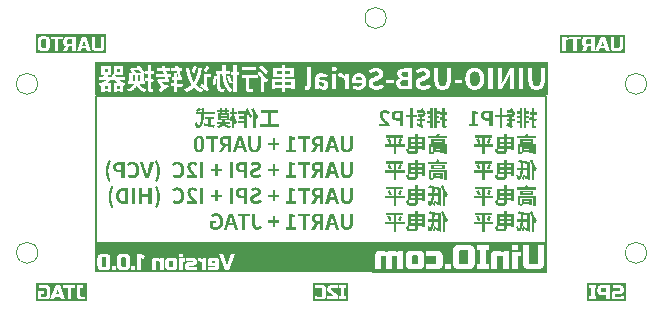
<source format=gbo>
%TF.GenerationSoftware,KiCad,Pcbnew,7.0.10*%
%TF.CreationDate,2024-02-01T10:42:45+08:00*%
%TF.ProjectId,UINIO-USB-Serial,55494e49-4f2d-4555-9342-2d5365726961,Version 1.0.0*%
%TF.SameCoordinates,PX7ba4d50PY51e45b0*%
%TF.FileFunction,Legend,Bot*%
%TF.FilePolarity,Positive*%
%FSLAX46Y46*%
G04 Gerber Fmt 4.6, Leading zero omitted, Abs format (unit mm)*
G04 Created by KiCad (PCBNEW 7.0.10) date 2024-02-01 10:42:45*
%MOMM*%
%LPD*%
G01*
G04 APERTURE LIST*
%ADD10C,0.200000*%
%ADD11C,0.187500*%
%ADD12C,0.240000*%
%ADD13C,0.150000*%
%ADD14C,0.300000*%
%ADD15C,0.100000*%
%ADD16R,1.700000X1.700000*%
%ADD17O,1.700000X1.700000*%
%ADD18C,1.200000*%
%ADD19C,0.650000*%
%ADD20O,2.100000X1.000000*%
%ADD21O,1.900000X1.000000*%
G04 APERTURE END LIST*
D10*
X16660000Y-20417000D02*
X28260000Y-20417000D01*
X28260000Y-22777000D01*
X16660000Y-22777000D01*
X16660000Y-20417000D01*
G36*
X16660000Y-20417000D02*
G01*
X28260000Y-20417000D01*
X28260000Y-22777000D01*
X16660000Y-22777000D01*
X16660000Y-20417000D01*
G37*
X4780000Y-20407000D02*
X16680000Y-20407000D01*
X16680000Y-21137000D01*
X4780000Y-21137000D01*
X4780000Y-20407000D01*
G36*
X4780000Y-20407000D02*
G01*
X16680000Y-20407000D01*
X16680000Y-21137000D01*
X4780000Y-21137000D01*
X4780000Y-20407000D01*
G37*
X4780000Y-7927000D02*
X42880000Y-7927000D01*
X42880000Y-20373000D01*
X4780000Y-20373000D01*
X4780000Y-7927000D01*
D11*
G36*
X46646357Y-3525127D02*
G01*
X46308715Y-3525127D01*
X46296435Y-3524731D01*
X46279501Y-3522651D01*
X46264349Y-3518789D01*
X46250979Y-3513144D01*
X46239392Y-3505717D01*
X46229588Y-3496507D01*
X46221567Y-3485514D01*
X46215328Y-3472739D01*
X46210871Y-3458181D01*
X46208197Y-3441841D01*
X46207405Y-3429957D01*
X46207306Y-3423718D01*
X46207306Y-3271896D01*
X46207702Y-3259616D01*
X46209782Y-3242682D01*
X46213644Y-3227530D01*
X46219289Y-3214160D01*
X46226716Y-3202573D01*
X46235926Y-3192769D01*
X46246919Y-3184747D01*
X46259694Y-3178508D01*
X46274252Y-3174052D01*
X46290592Y-3171378D01*
X46302476Y-3170586D01*
X46308715Y-3170487D01*
X46646357Y-3170487D01*
X46646357Y-3525127D01*
G37*
G36*
X47779448Y-3685448D02*
G01*
X47509218Y-3685448D01*
X47644333Y-3288896D01*
X47779448Y-3685448D01*
G37*
G36*
X49540019Y-4304428D02*
G01*
X44047838Y-4304428D01*
X44047838Y-2934255D01*
X44219267Y-2934255D01*
X44219267Y-4116000D01*
X44523203Y-4116000D01*
X44523203Y-3195986D01*
X44717229Y-3263397D01*
X44801639Y-3069370D01*
X44489204Y-2934255D01*
X44812777Y-2934255D01*
X44812777Y-3170487D01*
X45167418Y-3170487D01*
X45167418Y-4116000D01*
X45471353Y-4116000D01*
X45886664Y-4116000D01*
X46215806Y-4116000D01*
X46409832Y-3761359D01*
X46646357Y-3761359D01*
X46646357Y-4116000D01*
X46950000Y-4116000D01*
X47028255Y-4116000D01*
X47357397Y-4116000D01*
X47433307Y-3904974D01*
X47855359Y-3904974D01*
X47931270Y-4116000D01*
X48260704Y-4116000D01*
X47813154Y-2934255D01*
X48305254Y-2934255D01*
X48305254Y-3795357D01*
X48305568Y-3817108D01*
X48306509Y-3838103D01*
X48308078Y-3858342D01*
X48310273Y-3877826D01*
X48313097Y-3896554D01*
X48316547Y-3914527D01*
X48320625Y-3931743D01*
X48325331Y-3948205D01*
X48330664Y-3963910D01*
X48336624Y-3978860D01*
X48343212Y-3993055D01*
X48350427Y-4006493D01*
X48358269Y-4019176D01*
X48366739Y-4031104D01*
X48375837Y-4042276D01*
X48385561Y-4052692D01*
X48395943Y-4062416D01*
X48407085Y-4071514D01*
X48418987Y-4079984D01*
X48431650Y-4087826D01*
X48445073Y-4095041D01*
X48459255Y-4101629D01*
X48474199Y-4107589D01*
X48489902Y-4112922D01*
X48506365Y-4117628D01*
X48523589Y-4121706D01*
X48541573Y-4125156D01*
X48560317Y-4127980D01*
X48579821Y-4130176D01*
X48600086Y-4131744D01*
X48621111Y-4132685D01*
X48642896Y-4132999D01*
X49030949Y-4132999D01*
X49052735Y-4132685D01*
X49073763Y-4131744D01*
X49094033Y-4130176D01*
X49113545Y-4127980D01*
X49132300Y-4125156D01*
X49150296Y-4121706D01*
X49167535Y-4117628D01*
X49184016Y-4112922D01*
X49199738Y-4107589D01*
X49214703Y-4101629D01*
X49228910Y-4095041D01*
X49242359Y-4087826D01*
X49255050Y-4079984D01*
X49266983Y-4071514D01*
X49278159Y-4062416D01*
X49288576Y-4052692D01*
X49298265Y-4042276D01*
X49307329Y-4031104D01*
X49315768Y-4019176D01*
X49323582Y-4006493D01*
X49330771Y-3993055D01*
X49337334Y-3978860D01*
X49343273Y-3963910D01*
X49348586Y-3948205D01*
X49353275Y-3931743D01*
X49357338Y-3914527D01*
X49360776Y-3896554D01*
X49363589Y-3877826D01*
X49365777Y-3858342D01*
X49367340Y-3838103D01*
X49368277Y-3817108D01*
X49368590Y-3795357D01*
X49368590Y-2934255D01*
X49064947Y-2934255D01*
X49064947Y-3795357D01*
X49064551Y-3807602D01*
X49062471Y-3824488D01*
X49058609Y-3839596D01*
X49052964Y-3852927D01*
X49045537Y-3864480D01*
X49036327Y-3874256D01*
X49025334Y-3882255D01*
X49012559Y-3888476D01*
X48998001Y-3892919D01*
X48981661Y-3895585D01*
X48969777Y-3896375D01*
X48963538Y-3896474D01*
X48710307Y-3896474D01*
X48698026Y-3896079D01*
X48681092Y-3894005D01*
X48665940Y-3890154D01*
X48652570Y-3884526D01*
X48640984Y-3877120D01*
X48631179Y-3867936D01*
X48623158Y-3856975D01*
X48616919Y-3844237D01*
X48612462Y-3829721D01*
X48609788Y-3813428D01*
X48608996Y-3801579D01*
X48608897Y-3795357D01*
X48608897Y-2934255D01*
X48305254Y-2934255D01*
X47813154Y-2934255D01*
X47475512Y-2934255D01*
X47191207Y-3685448D01*
X47028255Y-4116000D01*
X46950000Y-4116000D01*
X46950000Y-2934255D01*
X46241011Y-2934255D01*
X46219226Y-2934569D01*
X46198202Y-2935510D01*
X46177937Y-2937078D01*
X46158433Y-2939274D01*
X46139689Y-2942097D01*
X46121705Y-2945548D01*
X46104481Y-2949626D01*
X46088018Y-2954332D01*
X46072314Y-2959665D01*
X46057371Y-2965625D01*
X46043188Y-2972213D01*
X46029766Y-2979428D01*
X46017103Y-2987270D01*
X46005201Y-2995740D01*
X45994059Y-3004837D01*
X45983677Y-3014562D01*
X45973952Y-3024944D01*
X45964855Y-3036086D01*
X45956385Y-3047988D01*
X45948543Y-3060651D01*
X45941328Y-3074073D01*
X45934740Y-3088256D01*
X45928780Y-3103199D01*
X45923447Y-3118903D01*
X45918741Y-3135366D01*
X45914663Y-3152590D01*
X45911213Y-3170574D01*
X45908389Y-3189318D01*
X45906193Y-3208822D01*
X45904625Y-3229087D01*
X45903684Y-3250111D01*
X45903370Y-3271896D01*
X45903370Y-3423718D01*
X45903552Y-3440986D01*
X45904098Y-3457767D01*
X45905008Y-3474059D01*
X45906283Y-3489865D01*
X45907921Y-3505182D01*
X45909923Y-3520012D01*
X45912290Y-3534354D01*
X45915020Y-3548208D01*
X45918115Y-3561575D01*
X45921574Y-3574454D01*
X45925397Y-3586845D01*
X45929583Y-3598748D01*
X45934134Y-3610164D01*
X45939049Y-3621092D01*
X45947104Y-3636569D01*
X45949972Y-3641484D01*
X45959139Y-3655589D01*
X45969274Y-3668776D01*
X45980379Y-3681047D01*
X45992452Y-3692400D01*
X46005493Y-3702836D01*
X46019503Y-3712355D01*
X46034482Y-3720957D01*
X46045005Y-3726183D01*
X46055960Y-3731000D01*
X46067344Y-3735411D01*
X46079160Y-3739413D01*
X46091405Y-3743008D01*
X46097690Y-3744653D01*
X45886664Y-4116000D01*
X45471353Y-4116000D01*
X45471353Y-3170487D01*
X45825701Y-3170487D01*
X45825701Y-2934255D01*
X44812777Y-2934255D01*
X44489204Y-2934255D01*
X44219267Y-2934255D01*
X44047838Y-2934255D01*
X44047838Y-2762826D01*
X49540019Y-2762826D01*
X49540019Y-4304428D01*
G37*
D12*
G36*
X41462965Y-9757024D02*
G01*
X41624898Y-9798936D01*
X41624898Y-9528413D01*
X41461060Y-9528413D01*
X41461060Y-9328060D01*
X41624898Y-9328060D01*
X41624898Y-8974983D01*
X41832553Y-8974983D01*
X41832553Y-9328060D01*
X42037986Y-9328060D01*
X42037986Y-9528413D01*
X41832553Y-9528413D01*
X41832553Y-9850374D01*
X41848481Y-9854335D01*
X41864230Y-9858240D01*
X41879793Y-9862082D01*
X41895163Y-9865857D01*
X41910332Y-9869560D01*
X41925292Y-9873184D01*
X41940037Y-9876726D01*
X41954558Y-9880180D01*
X41968849Y-9883541D01*
X41982902Y-9886804D01*
X41996709Y-9889964D01*
X42010262Y-9893015D01*
X42023556Y-9895953D01*
X42036582Y-9898772D01*
X42049332Y-9901467D01*
X42061799Y-9904034D01*
X42029095Y-10122484D01*
X42011581Y-10118287D01*
X41993870Y-10113923D01*
X41975964Y-10109410D01*
X41957866Y-10104764D01*
X41939580Y-10100003D01*
X41927286Y-10096773D01*
X41914911Y-10093505D01*
X41902456Y-10090204D01*
X41889920Y-10086875D01*
X41877307Y-10083522D01*
X41864615Y-10080152D01*
X41851847Y-10076769D01*
X41839003Y-10073379D01*
X41832553Y-10071682D01*
X41832553Y-10454923D01*
X41833659Y-10468443D01*
X41839943Y-10480562D01*
X41851667Y-10485524D01*
X41863352Y-10486357D01*
X41876759Y-10486351D01*
X41891517Y-10486322D01*
X41904559Y-10486274D01*
X41919022Y-10486194D01*
X41934662Y-10486075D01*
X41951238Y-10485909D01*
X41968504Y-10485688D01*
X41986219Y-10485404D01*
X42004137Y-10485049D01*
X42016077Y-10484770D01*
X42008901Y-10500844D01*
X42001732Y-10518156D01*
X41997011Y-10530244D01*
X41992374Y-10542671D01*
X41987852Y-10555351D01*
X41983479Y-10568201D01*
X41979285Y-10581136D01*
X41975303Y-10594071D01*
X41971566Y-10606920D01*
X41968105Y-10619601D01*
X41964952Y-10632028D01*
X41960871Y-10650006D01*
X41957665Y-10666938D01*
X41956066Y-10677502D01*
X41934621Y-10677433D01*
X41913973Y-10677206D01*
X41894111Y-10676788D01*
X41875021Y-10676148D01*
X41856689Y-10675252D01*
X41839104Y-10674069D01*
X41822252Y-10672568D01*
X41806120Y-10670715D01*
X41790694Y-10668479D01*
X41775963Y-10665828D01*
X41761913Y-10662729D01*
X41748530Y-10659151D01*
X41735803Y-10655061D01*
X41723717Y-10650427D01*
X41706763Y-10642387D01*
X41701419Y-10639400D01*
X41686032Y-10629689D01*
X41672662Y-10618844D01*
X41661199Y-10606701D01*
X41651533Y-10593097D01*
X41643554Y-10577869D01*
X41637151Y-10560854D01*
X41633705Y-10548437D01*
X41630878Y-10535104D01*
X41628638Y-10520808D01*
X41626953Y-10505500D01*
X41625789Y-10489131D01*
X41625115Y-10471653D01*
X41624898Y-10453018D01*
X41624898Y-10015164D01*
X41606997Y-10010295D01*
X41589189Y-10005342D01*
X41571466Y-10000323D01*
X41553819Y-9995256D01*
X41536242Y-9990157D01*
X41518726Y-9985044D01*
X41501263Y-9979934D01*
X41483846Y-9974845D01*
X41466467Y-9969793D01*
X41449117Y-9964796D01*
X41437563Y-9961504D01*
X41462965Y-9757024D01*
G37*
G36*
X41167993Y-9267097D02*
G01*
X41402954Y-9267097D01*
X41402954Y-9456654D01*
X41167993Y-9456654D01*
X41167993Y-9653196D01*
X41397239Y-9653196D01*
X41397239Y-9840848D01*
X41167993Y-9840848D01*
X41167993Y-10047868D01*
X41442961Y-10047868D01*
X41442961Y-10242505D01*
X41167993Y-10242505D01*
X41167993Y-10693060D01*
X40960655Y-10693060D01*
X40960655Y-8995304D01*
X41167993Y-8995304D01*
X41167993Y-9267097D01*
G37*
G36*
X40358010Y-10047868D02*
G01*
X40629168Y-10047868D01*
X40629168Y-9840848D01*
X40394524Y-9840848D01*
X40394524Y-9653196D01*
X40629168Y-9653196D01*
X40629168Y-9456654D01*
X40381824Y-9456654D01*
X40381824Y-9267097D01*
X40629168Y-9267097D01*
X40629168Y-8993399D01*
X40836824Y-8993399D01*
X40836824Y-10696870D01*
X40629168Y-10696870D01*
X40629168Y-10242505D01*
X40358010Y-10242505D01*
X40358010Y-10047868D01*
G37*
G36*
X39748380Y-10369194D02*
G01*
X39748380Y-10069777D01*
X39533739Y-10069777D01*
X39533739Y-9876727D01*
X39748380Y-9876727D01*
X39748380Y-9693838D01*
X39575651Y-9693838D01*
X39575651Y-9501106D01*
X40054147Y-9501106D01*
X40044511Y-9489398D01*
X40035056Y-9477499D01*
X40025765Y-9465417D01*
X40016619Y-9453163D01*
X40007597Y-9440745D01*
X39998683Y-9428174D01*
X39989856Y-9415458D01*
X39981099Y-9402607D01*
X39972392Y-9389631D01*
X39963716Y-9376538D01*
X39957940Y-9367750D01*
X39524531Y-9367750D01*
X39524531Y-9165492D01*
X39844905Y-9165492D01*
X39839368Y-9153748D01*
X39834000Y-9141930D01*
X39828785Y-9130065D01*
X39823707Y-9118179D01*
X39818750Y-9106300D01*
X39813899Y-9094454D01*
X39809138Y-9082667D01*
X39802903Y-9067090D01*
X39796762Y-9051731D01*
X39792197Y-9040391D01*
X39981436Y-8979745D01*
X39987195Y-8995363D01*
X39993215Y-9010894D01*
X39999490Y-9026333D01*
X40006012Y-9041672D01*
X40012775Y-9056902D01*
X40019772Y-9072018D01*
X40026996Y-9087011D01*
X40034442Y-9101875D01*
X40042101Y-9116601D01*
X40049967Y-9131183D01*
X40058034Y-9145613D01*
X40066295Y-9159883D01*
X40074743Y-9173987D01*
X40083370Y-9187916D01*
X40092172Y-9201664D01*
X40101140Y-9215223D01*
X40110268Y-9228586D01*
X40119549Y-9241745D01*
X40128977Y-9254693D01*
X40138545Y-9267423D01*
X40148245Y-9279927D01*
X40158072Y-9292197D01*
X40168019Y-9304227D01*
X40178078Y-9316009D01*
X40188243Y-9327536D01*
X40198508Y-9338800D01*
X40208865Y-9349794D01*
X40219308Y-9360511D01*
X40229830Y-9370942D01*
X40240424Y-9381082D01*
X40251084Y-9390921D01*
X40261803Y-9400454D01*
X40252164Y-9415973D01*
X40245333Y-9427972D01*
X40238272Y-9441056D01*
X40231060Y-9455024D01*
X40223779Y-9469671D01*
X40216509Y-9484795D01*
X40209331Y-9500194D01*
X40202324Y-9515664D01*
X40195570Y-9531004D01*
X40189148Y-9546009D01*
X40183139Y-9560478D01*
X40177625Y-9574207D01*
X40172684Y-9586993D01*
X40166526Y-9603963D01*
X40163373Y-9613507D01*
X40153341Y-9604586D01*
X40143474Y-9595386D01*
X40133749Y-9585907D01*
X40124145Y-9576149D01*
X40114640Y-9566112D01*
X40105212Y-9555796D01*
X40101457Y-9551591D01*
X40101457Y-9693838D01*
X39954130Y-9693838D01*
X39954130Y-9876727D01*
X40192584Y-9876727D01*
X40192584Y-10069777D01*
X39954130Y-10069777D01*
X39954130Y-10350778D01*
X39954732Y-10365996D01*
X39956477Y-10380571D01*
X39959270Y-10394499D01*
X39963020Y-10407777D01*
X39967634Y-10420403D01*
X39973017Y-10432372D01*
X39979078Y-10443681D01*
X39989235Y-10459402D01*
X40000393Y-10473620D01*
X40012237Y-10486325D01*
X40024454Y-10497506D01*
X40036730Y-10507152D01*
X40048750Y-10515251D01*
X40038303Y-10528912D01*
X40027466Y-10544770D01*
X40020129Y-10556340D01*
X40012775Y-10568554D01*
X40005466Y-10581279D01*
X39998267Y-10594381D01*
X39991240Y-10607728D01*
X39984446Y-10621186D01*
X39977950Y-10634624D01*
X39971815Y-10647906D01*
X39966101Y-10660902D01*
X39960874Y-10673477D01*
X39956194Y-10685498D01*
X39950341Y-10702201D01*
X39948732Y-10707348D01*
X39937525Y-10697275D01*
X39923542Y-10686404D01*
X39912010Y-10678360D01*
X39898241Y-10669433D01*
X39881834Y-10659410D01*
X39862390Y-10648081D01*
X39839507Y-10635233D01*
X39826650Y-10628173D01*
X39812784Y-10620654D01*
X39797857Y-10612650D01*
X39781819Y-10604134D01*
X39764622Y-10595080D01*
X39746213Y-10585460D01*
X39726545Y-10575250D01*
X39705565Y-10564422D01*
X39683224Y-10552949D01*
X39659472Y-10540806D01*
X39634260Y-10527966D01*
X39607536Y-10514402D01*
X39579250Y-10500089D01*
X39549353Y-10484999D01*
X39517795Y-10469106D01*
X39484524Y-10452383D01*
X39488183Y-10438338D01*
X39491959Y-10422500D01*
X39495770Y-10405205D01*
X39499532Y-10386786D01*
X39501973Y-10374048D01*
X39504329Y-10361058D01*
X39506578Y-10347915D01*
X39508695Y-10334720D01*
X39510654Y-10321569D01*
X39512431Y-10308564D01*
X39514002Y-10295802D01*
X39515917Y-10277332D01*
X39517228Y-10259969D01*
X39748380Y-10369194D01*
G37*
G36*
X38556426Y-9551591D02*
G01*
X38918394Y-9551591D01*
X38918394Y-8991176D01*
X39140655Y-8991176D01*
X39140655Y-9551591D01*
X39531834Y-9551591D01*
X39531834Y-9766549D01*
X39140655Y-9766549D01*
X39140655Y-10699728D01*
X38918394Y-10699728D01*
X38918394Y-9766549D01*
X38556426Y-9766549D01*
X38556426Y-9551591D01*
G37*
G36*
X38312574Y-10527000D02*
G01*
X38043003Y-10527000D01*
X38043003Y-10049138D01*
X37862972Y-10049138D01*
X37836000Y-10048733D01*
X37809403Y-10047513D01*
X37783212Y-10045474D01*
X37757457Y-10042609D01*
X37732172Y-10038916D01*
X37707386Y-10034387D01*
X37683133Y-10029018D01*
X37659444Y-10022804D01*
X37636350Y-10015740D01*
X37613883Y-10007821D01*
X37592075Y-9999041D01*
X37570956Y-9989396D01*
X37550560Y-9978880D01*
X37530917Y-9967488D01*
X37512059Y-9955215D01*
X37494018Y-9942056D01*
X37476826Y-9928006D01*
X37460513Y-9913060D01*
X37445112Y-9897212D01*
X37430654Y-9880458D01*
X37417171Y-9862792D01*
X37404695Y-9844210D01*
X37393256Y-9824706D01*
X37382888Y-9804274D01*
X37373621Y-9782911D01*
X37365486Y-9760610D01*
X37358517Y-9737367D01*
X37352744Y-9713177D01*
X37348198Y-9688034D01*
X37344912Y-9661934D01*
X37342918Y-9634870D01*
X37342246Y-9606839D01*
X37606419Y-9606839D01*
X37606681Y-9620906D01*
X37607466Y-9634530D01*
X37608777Y-9647710D01*
X37610615Y-9660447D01*
X37615875Y-9684590D01*
X37623257Y-9706956D01*
X37632771Y-9727543D01*
X37644428Y-9746350D01*
X37658237Y-9763375D01*
X37674209Y-9778615D01*
X37692353Y-9792069D01*
X37712681Y-9803736D01*
X37735203Y-9813613D01*
X37747289Y-9817879D01*
X37759928Y-9821698D01*
X37773120Y-9825068D01*
X37786867Y-9827990D01*
X37801170Y-9830462D01*
X37816030Y-9832486D01*
X37831449Y-9834060D01*
X37847428Y-9835185D01*
X37863968Y-9835860D01*
X37881070Y-9836085D01*
X38043003Y-9836085D01*
X38043003Y-9400771D01*
X37890278Y-9400771D01*
X37873121Y-9400925D01*
X37856480Y-9401394D01*
X37840356Y-9402185D01*
X37824751Y-9403310D01*
X37809668Y-9404775D01*
X37795107Y-9406592D01*
X37781072Y-9408768D01*
X37767563Y-9411314D01*
X37754583Y-9414237D01*
X37742134Y-9417548D01*
X37718836Y-9425368D01*
X37697684Y-9434847D01*
X37678693Y-9446057D01*
X37661879Y-9459072D01*
X37647257Y-9473964D01*
X37634843Y-9490807D01*
X37624651Y-9509674D01*
X37616698Y-9530638D01*
X37610997Y-9553771D01*
X37607566Y-9579147D01*
X37606706Y-9592699D01*
X37606419Y-9606839D01*
X37342246Y-9606839D01*
X37342913Y-9577891D01*
X37344897Y-9550152D01*
X37348166Y-9523603D01*
X37352693Y-9498224D01*
X37358447Y-9473998D01*
X37365399Y-9450904D01*
X37373519Y-9428924D01*
X37382779Y-9408039D01*
X37393148Y-9388230D01*
X37404598Y-9369478D01*
X37417098Y-9351763D01*
X37430621Y-9335067D01*
X37445135Y-9319371D01*
X37460612Y-9304656D01*
X37477022Y-9290902D01*
X37494336Y-9278091D01*
X37512524Y-9266204D01*
X37531558Y-9255221D01*
X37551407Y-9245125D01*
X37572042Y-9235894D01*
X37593433Y-9227512D01*
X37615553Y-9219958D01*
X37638370Y-9213214D01*
X37661855Y-9207260D01*
X37685980Y-9202078D01*
X37710714Y-9197649D01*
X37736028Y-9193953D01*
X37761894Y-9190972D01*
X37788280Y-9188687D01*
X37815159Y-9187078D01*
X37842500Y-9186126D01*
X37870274Y-9185813D01*
X38312574Y-9185813D01*
X38312574Y-10527000D01*
G37*
G36*
X37115857Y-10527000D02*
G01*
X36306192Y-10527000D01*
X36306192Y-10310454D01*
X36558935Y-10310454D01*
X36558935Y-9185813D01*
X36757382Y-9185813D01*
X36773547Y-9195821D01*
X36789926Y-9205377D01*
X36806572Y-9214496D01*
X36823534Y-9223196D01*
X36840865Y-9231491D01*
X36858616Y-9239400D01*
X36876837Y-9246937D01*
X36895581Y-9254119D01*
X36914897Y-9260962D01*
X36934837Y-9267484D01*
X36955453Y-9273699D01*
X36976795Y-9279624D01*
X36998915Y-9285276D01*
X37021864Y-9290671D01*
X37045693Y-9295825D01*
X37070452Y-9300754D01*
X37070452Y-9466180D01*
X36826600Y-9466180D01*
X36826600Y-10310454D01*
X37115857Y-10310454D01*
X37115857Y-10527000D01*
G37*
G36*
X33887040Y-9757024D02*
G01*
X34048973Y-9798936D01*
X34048973Y-9528413D01*
X33885135Y-9528413D01*
X33885135Y-9328060D01*
X34048973Y-9328060D01*
X34048973Y-8974983D01*
X34256628Y-8974983D01*
X34256628Y-9328060D01*
X34462061Y-9328060D01*
X34462061Y-9528413D01*
X34256628Y-9528413D01*
X34256628Y-9850374D01*
X34272556Y-9854335D01*
X34288305Y-9858240D01*
X34303869Y-9862082D01*
X34319238Y-9865857D01*
X34334407Y-9869560D01*
X34349368Y-9873184D01*
X34364112Y-9876726D01*
X34378634Y-9880180D01*
X34392924Y-9883541D01*
X34406977Y-9886804D01*
X34420784Y-9889964D01*
X34434338Y-9893015D01*
X34447631Y-9895953D01*
X34460657Y-9898772D01*
X34473407Y-9901467D01*
X34485875Y-9904034D01*
X34453170Y-10122484D01*
X34435657Y-10118287D01*
X34417945Y-10113923D01*
X34400039Y-10109410D01*
X34381942Y-10104764D01*
X34363656Y-10100003D01*
X34351362Y-10096773D01*
X34338987Y-10093505D01*
X34326531Y-10090204D01*
X34313996Y-10086875D01*
X34301382Y-10083522D01*
X34288691Y-10080152D01*
X34275922Y-10076769D01*
X34263078Y-10073379D01*
X34256628Y-10071682D01*
X34256628Y-10454923D01*
X34257734Y-10468443D01*
X34264018Y-10480562D01*
X34275742Y-10485524D01*
X34287427Y-10486357D01*
X34300835Y-10486351D01*
X34315592Y-10486322D01*
X34328634Y-10486274D01*
X34343097Y-10486194D01*
X34358738Y-10486075D01*
X34375313Y-10485909D01*
X34392580Y-10485688D01*
X34410294Y-10485404D01*
X34428213Y-10485049D01*
X34440152Y-10484770D01*
X34432976Y-10500844D01*
X34425808Y-10518156D01*
X34421087Y-10530244D01*
X34416449Y-10542671D01*
X34411928Y-10555351D01*
X34407554Y-10568201D01*
X34403360Y-10581136D01*
X34399379Y-10594071D01*
X34395641Y-10606920D01*
X34392180Y-10619601D01*
X34389027Y-10632028D01*
X34384947Y-10650006D01*
X34381740Y-10666938D01*
X34380142Y-10677502D01*
X34358696Y-10677433D01*
X34338049Y-10677206D01*
X34318186Y-10676788D01*
X34299096Y-10676148D01*
X34280765Y-10675252D01*
X34263179Y-10674069D01*
X34246327Y-10672568D01*
X34230195Y-10670715D01*
X34214770Y-10668479D01*
X34200039Y-10665828D01*
X34185988Y-10662729D01*
X34172606Y-10659151D01*
X34159878Y-10655061D01*
X34147792Y-10650427D01*
X34130839Y-10642387D01*
X34125494Y-10639400D01*
X34110108Y-10629689D01*
X34096738Y-10618844D01*
X34085275Y-10606701D01*
X34075608Y-10593097D01*
X34067629Y-10577869D01*
X34061227Y-10560854D01*
X34057780Y-10548437D01*
X34054954Y-10535104D01*
X34052714Y-10520808D01*
X34051028Y-10505500D01*
X34049865Y-10489131D01*
X34049190Y-10471653D01*
X34048973Y-10453018D01*
X34048973Y-10015164D01*
X34031072Y-10010295D01*
X34013264Y-10005342D01*
X33995541Y-10000323D01*
X33977895Y-9995256D01*
X33960317Y-9990157D01*
X33942801Y-9985044D01*
X33925339Y-9979934D01*
X33907922Y-9974845D01*
X33890542Y-9969793D01*
X33873192Y-9964796D01*
X33861639Y-9961504D01*
X33887040Y-9757024D01*
G37*
G36*
X33592068Y-9267097D02*
G01*
X33827030Y-9267097D01*
X33827030Y-9456654D01*
X33592068Y-9456654D01*
X33592068Y-9653196D01*
X33821314Y-9653196D01*
X33821314Y-9840848D01*
X33592068Y-9840848D01*
X33592068Y-10047868D01*
X33867036Y-10047868D01*
X33867036Y-10242505D01*
X33592068Y-10242505D01*
X33592068Y-10693060D01*
X33384730Y-10693060D01*
X33384730Y-8995304D01*
X33592068Y-8995304D01*
X33592068Y-9267097D01*
G37*
G36*
X32782085Y-10047868D02*
G01*
X33053244Y-10047868D01*
X33053244Y-9840848D01*
X32818600Y-9840848D01*
X32818600Y-9653196D01*
X33053244Y-9653196D01*
X33053244Y-9456654D01*
X32805899Y-9456654D01*
X32805899Y-9267097D01*
X33053244Y-9267097D01*
X33053244Y-8993399D01*
X33260899Y-8993399D01*
X33260899Y-10696870D01*
X33053244Y-10696870D01*
X33053244Y-10242505D01*
X32782085Y-10242505D01*
X32782085Y-10047868D01*
G37*
G36*
X32172455Y-10369194D02*
G01*
X32172455Y-10069777D01*
X31957815Y-10069777D01*
X31957815Y-9876727D01*
X32172455Y-9876727D01*
X32172455Y-9693838D01*
X31999727Y-9693838D01*
X31999727Y-9501106D01*
X32478223Y-9501106D01*
X32468586Y-9489398D01*
X32459132Y-9477499D01*
X32449841Y-9465417D01*
X32440694Y-9453163D01*
X32431673Y-9440745D01*
X32422758Y-9428174D01*
X32413932Y-9415458D01*
X32405174Y-9402607D01*
X32396467Y-9389631D01*
X32387791Y-9376538D01*
X32382016Y-9367750D01*
X31948607Y-9367750D01*
X31948607Y-9165492D01*
X32268980Y-9165492D01*
X32263443Y-9153748D01*
X32258075Y-9141930D01*
X32252860Y-9130065D01*
X32247782Y-9118179D01*
X32242825Y-9106300D01*
X32237974Y-9094454D01*
X32233213Y-9082667D01*
X32226978Y-9067090D01*
X32220838Y-9051731D01*
X32216272Y-9040391D01*
X32405512Y-8979745D01*
X32411271Y-8995363D01*
X32417290Y-9010894D01*
X32423565Y-9026333D01*
X32430087Y-9041672D01*
X32436850Y-9056902D01*
X32443847Y-9072018D01*
X32451072Y-9087011D01*
X32458517Y-9101875D01*
X32466176Y-9116601D01*
X32474043Y-9131183D01*
X32482110Y-9145613D01*
X32490370Y-9159883D01*
X32498818Y-9173987D01*
X32507446Y-9187916D01*
X32516247Y-9201664D01*
X32525215Y-9215223D01*
X32534343Y-9228586D01*
X32543625Y-9241745D01*
X32553052Y-9254693D01*
X32562620Y-9267423D01*
X32572321Y-9279927D01*
X32582147Y-9292197D01*
X32592094Y-9304227D01*
X32602153Y-9316009D01*
X32612318Y-9327536D01*
X32622583Y-9338800D01*
X32632940Y-9349794D01*
X32643383Y-9360511D01*
X32653905Y-9370942D01*
X32664499Y-9381082D01*
X32675159Y-9390921D01*
X32685878Y-9400454D01*
X32676240Y-9415973D01*
X32669409Y-9427972D01*
X32662347Y-9441056D01*
X32655136Y-9455024D01*
X32647855Y-9469671D01*
X32640585Y-9484795D01*
X32633406Y-9500194D01*
X32626399Y-9515664D01*
X32619645Y-9531004D01*
X32613223Y-9546009D01*
X32607215Y-9560478D01*
X32601700Y-9574207D01*
X32596759Y-9586993D01*
X32590601Y-9603963D01*
X32587448Y-9613507D01*
X32577417Y-9604586D01*
X32567550Y-9595386D01*
X32557825Y-9585907D01*
X32548221Y-9576149D01*
X32538715Y-9566112D01*
X32529287Y-9555796D01*
X32525533Y-9551591D01*
X32525533Y-9693838D01*
X32378205Y-9693838D01*
X32378205Y-9876727D01*
X32616660Y-9876727D01*
X32616660Y-10069777D01*
X32378205Y-10069777D01*
X32378205Y-10350778D01*
X32378808Y-10365996D01*
X32380552Y-10380571D01*
X32383346Y-10394499D01*
X32387096Y-10407777D01*
X32391709Y-10420403D01*
X32397093Y-10432372D01*
X32403153Y-10443681D01*
X32413311Y-10459402D01*
X32424468Y-10473620D01*
X32436313Y-10486325D01*
X32448530Y-10497506D01*
X32460805Y-10507152D01*
X32472825Y-10515251D01*
X32462379Y-10528912D01*
X32451541Y-10544770D01*
X32444204Y-10556340D01*
X32436850Y-10568554D01*
X32429542Y-10581279D01*
X32422343Y-10594381D01*
X32415315Y-10607728D01*
X32408522Y-10621186D01*
X32402026Y-10634624D01*
X32395890Y-10647906D01*
X32390177Y-10660902D01*
X32384949Y-10673477D01*
X32380270Y-10685498D01*
X32374417Y-10702201D01*
X32372808Y-10707348D01*
X32361601Y-10697275D01*
X32347618Y-10686404D01*
X32336085Y-10678360D01*
X32322316Y-10669433D01*
X32305910Y-10659410D01*
X32286465Y-10648081D01*
X32263582Y-10635233D01*
X32250726Y-10628173D01*
X32236859Y-10620654D01*
X32221932Y-10612650D01*
X32205895Y-10604134D01*
X32188697Y-10595080D01*
X32170289Y-10585460D01*
X32150620Y-10575250D01*
X32129640Y-10564422D01*
X32107300Y-10552949D01*
X32083548Y-10540806D01*
X32058335Y-10527966D01*
X32031611Y-10514402D01*
X32003325Y-10500089D01*
X31973429Y-10484999D01*
X31941870Y-10469106D01*
X31908600Y-10452383D01*
X31912258Y-10438338D01*
X31916035Y-10422500D01*
X31919846Y-10405205D01*
X31923608Y-10386786D01*
X31926048Y-10374048D01*
X31928405Y-10361058D01*
X31930654Y-10347915D01*
X31932770Y-10334720D01*
X31934729Y-10321569D01*
X31936506Y-10308564D01*
X31938077Y-10295802D01*
X31939992Y-10277332D01*
X31941304Y-10259969D01*
X32172455Y-10369194D01*
G37*
G36*
X30980501Y-9551591D02*
G01*
X31342469Y-9551591D01*
X31342469Y-8991176D01*
X31564730Y-8991176D01*
X31564730Y-9551591D01*
X31955909Y-9551591D01*
X31955909Y-9766549D01*
X31564730Y-9766549D01*
X31564730Y-10699728D01*
X31342469Y-10699728D01*
X31342469Y-9766549D01*
X30980501Y-9766549D01*
X30980501Y-9551591D01*
G37*
G36*
X30736649Y-10527000D02*
G01*
X30467078Y-10527000D01*
X30467078Y-10049138D01*
X30287047Y-10049138D01*
X30260076Y-10048733D01*
X30233479Y-10047513D01*
X30207287Y-10045474D01*
X30181533Y-10042609D01*
X30156247Y-10038916D01*
X30131462Y-10034387D01*
X30107209Y-10029018D01*
X30083519Y-10022804D01*
X30060425Y-10015740D01*
X30037958Y-10007821D01*
X30016150Y-9999041D01*
X29995032Y-9989396D01*
X29974635Y-9978880D01*
X29954993Y-9967488D01*
X29936135Y-9955215D01*
X29918094Y-9942056D01*
X29900901Y-9928006D01*
X29884588Y-9913060D01*
X29869187Y-9897212D01*
X29854729Y-9880458D01*
X29841247Y-9862792D01*
X29828770Y-9844210D01*
X29817332Y-9824706D01*
X29806963Y-9804274D01*
X29797696Y-9782911D01*
X29789562Y-9760610D01*
X29782592Y-9737367D01*
X29776819Y-9713177D01*
X29772274Y-9688034D01*
X29768988Y-9661934D01*
X29766993Y-9634870D01*
X29766321Y-9606839D01*
X30030494Y-9606839D01*
X30030756Y-9620906D01*
X30031542Y-9634530D01*
X30032853Y-9647710D01*
X30034690Y-9660447D01*
X30039950Y-9684590D01*
X30047333Y-9706956D01*
X30056847Y-9727543D01*
X30068503Y-9746350D01*
X30082312Y-9763375D01*
X30098284Y-9778615D01*
X30116429Y-9792069D01*
X30136757Y-9803736D01*
X30159278Y-9813613D01*
X30171365Y-9817879D01*
X30184003Y-9821698D01*
X30197195Y-9825068D01*
X30210942Y-9827990D01*
X30225245Y-9830462D01*
X30240105Y-9832486D01*
X30255524Y-9834060D01*
X30271503Y-9835185D01*
X30288043Y-9835860D01*
X30305145Y-9836085D01*
X30467078Y-9836085D01*
X30467078Y-9400771D01*
X30314353Y-9400771D01*
X30297197Y-9400925D01*
X30280555Y-9401394D01*
X30264431Y-9402185D01*
X30248827Y-9403310D01*
X30233743Y-9404775D01*
X30219183Y-9406592D01*
X30205147Y-9408768D01*
X30191638Y-9411314D01*
X30178659Y-9414237D01*
X30166210Y-9417548D01*
X30142912Y-9425368D01*
X30121759Y-9434847D01*
X30102769Y-9446057D01*
X30085955Y-9459072D01*
X30071333Y-9473964D01*
X30058918Y-9490807D01*
X30048727Y-9509674D01*
X30040773Y-9530638D01*
X30035073Y-9553771D01*
X30031641Y-9579147D01*
X30030781Y-9592699D01*
X30030494Y-9606839D01*
X29766321Y-9606839D01*
X29766989Y-9577891D01*
X29768972Y-9550152D01*
X29772242Y-9523603D01*
X29776768Y-9498224D01*
X29782522Y-9473998D01*
X29789474Y-9450904D01*
X29797594Y-9428924D01*
X29806854Y-9408039D01*
X29817223Y-9388230D01*
X29828673Y-9369478D01*
X29841174Y-9351763D01*
X29854696Y-9335067D01*
X29869210Y-9319371D01*
X29884687Y-9304656D01*
X29901097Y-9290902D01*
X29918411Y-9278091D01*
X29936600Y-9266204D01*
X29955633Y-9255221D01*
X29975482Y-9245125D01*
X29996117Y-9235894D01*
X30017509Y-9227512D01*
X30039628Y-9219958D01*
X30062445Y-9213214D01*
X30085931Y-9207260D01*
X30110055Y-9202078D01*
X30134789Y-9197649D01*
X30160104Y-9193953D01*
X30185969Y-9190972D01*
X30212356Y-9188687D01*
X30239234Y-9187078D01*
X30266576Y-9186126D01*
X30294350Y-9185813D01*
X30736649Y-9185813D01*
X30736649Y-10527000D01*
G37*
G36*
X29611056Y-10527000D02*
G01*
X28708359Y-10527000D01*
X28708359Y-10301563D01*
X28999521Y-10301563D01*
X29018094Y-10301750D01*
X29031097Y-10302070D01*
X29044519Y-10302535D01*
X29058291Y-10303134D01*
X29072345Y-10303856D01*
X29086613Y-10304689D01*
X29101029Y-10305625D01*
X29115522Y-10306652D01*
X29130027Y-10307758D01*
X29144474Y-10308935D01*
X29158796Y-10310170D01*
X29172925Y-10311453D01*
X29186793Y-10312774D01*
X29200333Y-10314121D01*
X29213475Y-10315485D01*
X29219877Y-10316169D01*
X29196969Y-10293363D01*
X29174346Y-10270434D01*
X29152035Y-10247390D01*
X29130067Y-10224238D01*
X29108470Y-10200986D01*
X29087273Y-10177640D01*
X29066505Y-10154209D01*
X29046196Y-10130700D01*
X29026374Y-10107120D01*
X29007068Y-10083477D01*
X28988308Y-10059778D01*
X28970123Y-10036031D01*
X28952542Y-10012243D01*
X28935593Y-9988421D01*
X28919306Y-9964573D01*
X28903710Y-9940707D01*
X28888835Y-9916829D01*
X28874708Y-9892948D01*
X28861359Y-9869070D01*
X28848817Y-9845204D01*
X28837112Y-9821356D01*
X28826272Y-9797534D01*
X28816327Y-9773746D01*
X28807305Y-9749999D01*
X28799235Y-9726300D01*
X28792147Y-9702657D01*
X28786070Y-9679077D01*
X28781033Y-9655568D01*
X28777064Y-9632137D01*
X28774193Y-9608791D01*
X28772450Y-9585539D01*
X28771862Y-9562387D01*
X28772355Y-9538897D01*
X28773825Y-9515946D01*
X28776255Y-9493546D01*
X28779632Y-9471713D01*
X28783939Y-9450458D01*
X28789161Y-9429795D01*
X28795283Y-9409739D01*
X28802289Y-9390303D01*
X28810165Y-9371501D01*
X28818894Y-9353345D01*
X28828463Y-9335850D01*
X28838855Y-9319030D01*
X28850055Y-9302897D01*
X28862048Y-9287466D01*
X28874818Y-9272750D01*
X28888351Y-9258762D01*
X28902630Y-9245517D01*
X28917642Y-9233028D01*
X28933369Y-9221309D01*
X28949798Y-9210372D01*
X28966913Y-9200233D01*
X28984698Y-9190903D01*
X29003138Y-9182398D01*
X29022218Y-9174730D01*
X29041923Y-9167913D01*
X29062237Y-9161961D01*
X29083146Y-9156888D01*
X29104633Y-9152706D01*
X29126683Y-9149430D01*
X29149282Y-9147073D01*
X29172414Y-9145649D01*
X29196063Y-9145171D01*
X29213113Y-9145379D01*
X29229802Y-9146002D01*
X29246141Y-9147039D01*
X29262144Y-9148487D01*
X29277822Y-9150345D01*
X29293189Y-9152612D01*
X29308255Y-9155285D01*
X29323035Y-9158363D01*
X29337539Y-9161844D01*
X29351781Y-9165727D01*
X29365773Y-9170010D01*
X29379527Y-9174691D01*
X29393056Y-9179768D01*
X29406371Y-9185241D01*
X29419487Y-9191106D01*
X29432414Y-9197363D01*
X29445165Y-9204009D01*
X29457753Y-9211044D01*
X29470190Y-9218465D01*
X29482488Y-9226271D01*
X29494659Y-9234460D01*
X29506717Y-9243030D01*
X29518674Y-9251980D01*
X29530541Y-9261307D01*
X29542332Y-9271012D01*
X29554058Y-9281090D01*
X29565732Y-9291542D01*
X29577366Y-9302364D01*
X29588974Y-9313557D01*
X29600566Y-9325117D01*
X29612157Y-9337043D01*
X29623757Y-9349334D01*
X29478334Y-9496344D01*
X29465224Y-9482318D01*
X29451844Y-9468630D01*
X29438183Y-9455360D01*
X29424233Y-9442584D01*
X29409983Y-9430382D01*
X29395424Y-9418830D01*
X29380546Y-9408008D01*
X29365339Y-9397993D01*
X29349793Y-9388864D01*
X29333899Y-9380698D01*
X29317647Y-9373575D01*
X29301027Y-9367571D01*
X29284029Y-9362766D01*
X29266644Y-9359236D01*
X29248862Y-9357061D01*
X29230672Y-9356319D01*
X29207108Y-9357283D01*
X29184892Y-9360149D01*
X29164049Y-9364875D01*
X29144601Y-9371421D01*
X29126572Y-9379745D01*
X29109987Y-9389807D01*
X29094869Y-9401566D01*
X29081241Y-9414980D01*
X29069128Y-9430009D01*
X29058553Y-9446613D01*
X29049540Y-9464749D01*
X29042113Y-9484377D01*
X29036294Y-9505457D01*
X29032109Y-9527946D01*
X29029580Y-9551805D01*
X29028732Y-9576993D01*
X29029365Y-9596775D01*
X29031253Y-9616832D01*
X29034386Y-9637169D01*
X29038751Y-9657792D01*
X29044336Y-9678705D01*
X29051127Y-9699914D01*
X29059114Y-9721425D01*
X29068283Y-9743242D01*
X29078622Y-9765370D01*
X29090119Y-9787816D01*
X29102762Y-9810583D01*
X29116538Y-9833678D01*
X29131435Y-9857105D01*
X29147440Y-9880870D01*
X29164542Y-9904979D01*
X29182727Y-9929435D01*
X29201985Y-9954245D01*
X29222301Y-9979413D01*
X29243665Y-10004946D01*
X29266063Y-10030848D01*
X29289483Y-10057124D01*
X29313914Y-10083780D01*
X29339342Y-10110820D01*
X29365755Y-10138251D01*
X29393142Y-10166077D01*
X29421489Y-10194304D01*
X29450784Y-10222936D01*
X29481016Y-10251980D01*
X29512171Y-10281440D01*
X29544238Y-10311321D01*
X29577204Y-10341629D01*
X29611056Y-10372369D01*
X29611056Y-10527000D01*
G37*
G36*
X19333708Y-10349508D02*
G01*
X19333708Y-9391246D01*
X18722173Y-9391246D01*
X18722173Y-9165492D01*
X20176394Y-9165492D01*
X20176394Y-9391246D01*
X19581053Y-9391246D01*
X19581053Y-10349508D01*
X20274507Y-10349508D01*
X20274507Y-10567642D01*
X18620250Y-10567642D01*
X18620250Y-10349508D01*
X19333708Y-10349508D01*
G37*
G36*
X18083331Y-8978793D02*
G01*
X18092069Y-9002940D01*
X18101188Y-9027088D01*
X18110678Y-9051221D01*
X18120528Y-9075325D01*
X18130727Y-9099382D01*
X18141264Y-9123378D01*
X18152129Y-9147297D01*
X18163310Y-9171123D01*
X18174797Y-9194841D01*
X18186578Y-9218435D01*
X18198643Y-9241889D01*
X18210982Y-9265188D01*
X18223582Y-9288316D01*
X18236433Y-9311257D01*
X18249525Y-9333996D01*
X18262846Y-9356518D01*
X18276386Y-9378805D01*
X18290134Y-9400844D01*
X18304078Y-9422618D01*
X18318209Y-9444112D01*
X18332514Y-9465309D01*
X18346984Y-9486195D01*
X18361607Y-9506753D01*
X18376373Y-9526969D01*
X18391270Y-9546826D01*
X18406289Y-9566309D01*
X18421417Y-9585401D01*
X18436643Y-9604089D01*
X18451959Y-9622355D01*
X18467351Y-9640184D01*
X18482810Y-9657561D01*
X18498324Y-9674470D01*
X18490917Y-9685543D01*
X18483048Y-9698025D01*
X18474813Y-9711712D01*
X18466309Y-9726399D01*
X18457633Y-9741880D01*
X18448879Y-9757950D01*
X18440145Y-9774404D01*
X18431527Y-9791038D01*
X18423120Y-9807645D01*
X18415023Y-9824022D01*
X18407329Y-9839962D01*
X18400137Y-9855260D01*
X18393542Y-9869712D01*
X18387641Y-9883113D01*
X18382529Y-9895257D01*
X18378303Y-9905939D01*
X18367993Y-9894549D01*
X18357605Y-9882899D01*
X18347146Y-9871015D01*
X18336622Y-9858922D01*
X18326039Y-9846644D01*
X18315404Y-9834208D01*
X18304723Y-9821637D01*
X18294003Y-9808958D01*
X18283248Y-9796194D01*
X18272467Y-9783373D01*
X18265267Y-9774805D01*
X18265267Y-10697188D01*
X18046817Y-10697188D01*
X18046817Y-9422045D01*
X18040528Y-9410594D01*
X18034282Y-9399104D01*
X18028082Y-9387576D01*
X18021927Y-9376013D01*
X18015819Y-9364414D01*
X18009759Y-9352783D01*
X18003747Y-9341121D01*
X17997785Y-9329429D01*
X17991874Y-9317710D01*
X17986015Y-9305964D01*
X17980208Y-9294194D01*
X17974455Y-9282400D01*
X17968756Y-9270585D01*
X17963113Y-9258750D01*
X17957527Y-9246897D01*
X17951999Y-9235028D01*
X17946529Y-9223144D01*
X17941118Y-9211246D01*
X17935768Y-9199337D01*
X17930480Y-9187418D01*
X17925254Y-9175491D01*
X17920092Y-9163556D01*
X17914995Y-9151617D01*
X17909962Y-9139674D01*
X17904997Y-9127729D01*
X17900099Y-9115785D01*
X17895269Y-9103841D01*
X17890509Y-9091900D01*
X17885819Y-9079965D01*
X17881201Y-9068035D01*
X17876655Y-9056113D01*
X17872183Y-9044201D01*
X18083331Y-8978793D01*
G37*
G36*
X16778341Y-9472847D02*
G01*
X16778341Y-9267097D01*
X17484496Y-9267097D01*
X17478070Y-9253166D01*
X17471768Y-9239231D01*
X17465588Y-9225292D01*
X17459527Y-9211343D01*
X17453583Y-9197384D01*
X17447754Y-9183411D01*
X17442038Y-9169421D01*
X17436432Y-9155411D01*
X17430934Y-9141379D01*
X17425542Y-9127322D01*
X17420253Y-9113237D01*
X17415065Y-9099121D01*
X17409975Y-9084972D01*
X17404982Y-9070787D01*
X17400082Y-9056562D01*
X17395274Y-9042296D01*
X17604517Y-8989588D01*
X17612377Y-9013923D01*
X17620592Y-9038276D01*
X17629152Y-9062629D01*
X17638051Y-9086965D01*
X17647278Y-9111268D01*
X17656828Y-9135519D01*
X17666690Y-9159702D01*
X17676856Y-9183799D01*
X17687319Y-9207793D01*
X17698070Y-9231666D01*
X17709101Y-9255401D01*
X17720402Y-9278980D01*
X17731967Y-9302388D01*
X17743787Y-9325605D01*
X17755853Y-9348615D01*
X17768157Y-9371401D01*
X17780691Y-9393945D01*
X17793446Y-9416230D01*
X17806414Y-9438238D01*
X17819588Y-9459952D01*
X17832957Y-9481355D01*
X17846515Y-9502430D01*
X17860253Y-9523159D01*
X17874163Y-9543524D01*
X17888235Y-9563510D01*
X17902463Y-9583097D01*
X17916837Y-9602269D01*
X17931349Y-9621009D01*
X17945992Y-9639300D01*
X17960756Y-9657123D01*
X17975634Y-9674461D01*
X17990616Y-9691298D01*
X17976785Y-9702065D01*
X17966622Y-9710272D01*
X17955861Y-9719171D01*
X17944633Y-9728647D01*
X17933071Y-9738587D01*
X17921309Y-9748878D01*
X17909477Y-9759406D01*
X17897710Y-9770058D01*
X17886139Y-9780720D01*
X17874897Y-9791279D01*
X17864117Y-9801621D01*
X17853931Y-9811633D01*
X17844472Y-9821201D01*
X17831936Y-9834473D01*
X17824873Y-9842436D01*
X17809494Y-9824248D01*
X17794090Y-9805301D01*
X17778679Y-9785618D01*
X17770977Y-9775507D01*
X17763280Y-9765220D01*
X17755592Y-9754760D01*
X17747913Y-9744130D01*
X17740248Y-9733332D01*
X17732597Y-9722370D01*
X17724964Y-9711246D01*
X17717351Y-9699963D01*
X17709760Y-9688523D01*
X17702193Y-9676931D01*
X17694654Y-9665187D01*
X17687143Y-9653296D01*
X17679665Y-9641259D01*
X17672221Y-9629080D01*
X17664813Y-9616762D01*
X17657444Y-9604306D01*
X17650116Y-9591717D01*
X17642833Y-9578997D01*
X17635595Y-9566148D01*
X17628405Y-9553174D01*
X17621267Y-9540077D01*
X17614181Y-9526860D01*
X17607151Y-9513526D01*
X17600179Y-9500077D01*
X17593268Y-9486517D01*
X17586419Y-9472847D01*
X17517200Y-9472847D01*
X17517200Y-10699093D01*
X17295257Y-10699093D01*
X17295257Y-10283147D01*
X16800250Y-10283147D01*
X16800250Y-10083113D01*
X17295257Y-10083113D01*
X17295257Y-9876727D01*
X16823746Y-9876727D01*
X16823746Y-9680185D01*
X17295257Y-9680185D01*
X17295257Y-9472847D01*
X16778341Y-9472847D01*
G37*
G36*
X15992173Y-10027865D02*
G01*
X15644493Y-10027865D01*
X15645902Y-10042658D01*
X15647489Y-10057270D01*
X15649226Y-10071695D01*
X15651081Y-10085931D01*
X15653026Y-10099973D01*
X15655030Y-10113817D01*
X15657065Y-10127461D01*
X15659099Y-10140900D01*
X16075679Y-10140900D01*
X16075679Y-10319344D01*
X15728317Y-10319344D01*
X15741569Y-10336823D01*
X15756137Y-10353663D01*
X15772102Y-10369873D01*
X15789543Y-10385462D01*
X15808541Y-10400439D01*
X15829177Y-10414813D01*
X15840134Y-10421776D01*
X15851531Y-10428592D01*
X15863378Y-10435262D01*
X15875684Y-10441786D01*
X15888460Y-10448166D01*
X15901716Y-10454403D01*
X15915461Y-10460498D01*
X15929707Y-10466453D01*
X15944463Y-10472267D01*
X15959738Y-10477943D01*
X15975544Y-10483481D01*
X15991890Y-10488883D01*
X16008786Y-10494149D01*
X16026242Y-10499281D01*
X16044269Y-10504280D01*
X16062876Y-10509147D01*
X16082074Y-10513883D01*
X16101872Y-10518490D01*
X16122281Y-10522967D01*
X16143310Y-10527317D01*
X16131728Y-10540017D01*
X16119807Y-10554336D01*
X16111777Y-10564630D01*
X16103754Y-10575418D01*
X16095802Y-10586607D01*
X16087984Y-10598109D01*
X16080363Y-10609831D01*
X16073002Y-10621684D01*
X16065965Y-10633576D01*
X16059315Y-10645417D01*
X16053116Y-10657116D01*
X16047430Y-10668583D01*
X16040002Y-10685149D01*
X16034085Y-10700681D01*
X16006370Y-10693717D01*
X15979535Y-10686518D01*
X15953566Y-10679083D01*
X15928446Y-10671412D01*
X15904162Y-10663504D01*
X15880699Y-10655357D01*
X15858040Y-10646972D01*
X15836173Y-10638348D01*
X15815082Y-10629484D01*
X15794751Y-10620379D01*
X15775166Y-10611033D01*
X15756313Y-10601445D01*
X15738176Y-10591613D01*
X15720740Y-10581539D01*
X15703991Y-10571220D01*
X15687913Y-10560656D01*
X15672492Y-10549847D01*
X15657713Y-10538791D01*
X15643561Y-10527489D01*
X15630021Y-10515939D01*
X15617078Y-10504140D01*
X15604718Y-10492092D01*
X15592925Y-10479795D01*
X15581684Y-10467247D01*
X15570981Y-10454448D01*
X15560801Y-10441397D01*
X15551129Y-10428094D01*
X15541950Y-10414537D01*
X15533249Y-10400726D01*
X15525011Y-10386661D01*
X15517222Y-10372340D01*
X15509866Y-10357764D01*
X15501184Y-10373326D01*
X15492221Y-10388579D01*
X15482974Y-10403520D01*
X15473441Y-10418150D01*
X15463616Y-10432467D01*
X15453498Y-10446469D01*
X15443083Y-10460157D01*
X15432368Y-10473528D01*
X15421348Y-10486582D01*
X15410022Y-10499318D01*
X15398385Y-10511734D01*
X15386435Y-10523831D01*
X15374168Y-10535605D01*
X15361580Y-10547058D01*
X15348669Y-10558187D01*
X15335431Y-10568991D01*
X15321863Y-10579470D01*
X15307961Y-10589622D01*
X15293722Y-10599446D01*
X15279143Y-10608942D01*
X15264221Y-10618108D01*
X15248952Y-10626943D01*
X15233333Y-10635447D01*
X15217360Y-10643617D01*
X15201030Y-10651454D01*
X15184341Y-10658955D01*
X15167288Y-10666120D01*
X15149869Y-10672949D01*
X15132079Y-10679439D01*
X15113916Y-10685590D01*
X15095377Y-10691401D01*
X15076457Y-10696870D01*
X15067587Y-10680846D01*
X15060913Y-10669526D01*
X15053702Y-10657812D01*
X15046017Y-10645801D01*
X15037921Y-10633592D01*
X15029475Y-10621283D01*
X15020743Y-10608972D01*
X15011785Y-10596757D01*
X15002666Y-10584735D01*
X14993446Y-10573007D01*
X14984189Y-10561668D01*
X14974956Y-10550819D01*
X14965810Y-10540556D01*
X14956814Y-10530977D01*
X14943736Y-10518109D01*
X14958800Y-10514936D01*
X14973629Y-10511551D01*
X14988225Y-10507956D01*
X15002585Y-10504151D01*
X15016712Y-10500139D01*
X15030604Y-10495920D01*
X15044261Y-10491498D01*
X15057684Y-10486873D01*
X15070873Y-10482048D01*
X15083827Y-10477023D01*
X15096547Y-10471800D01*
X15109032Y-10466381D01*
X15121283Y-10460768D01*
X15133300Y-10454962D01*
X15145082Y-10448965D01*
X15156630Y-10442778D01*
X15167943Y-10436404D01*
X15179022Y-10429843D01*
X15189867Y-10423098D01*
X15210853Y-10409059D01*
X15230901Y-10394302D01*
X15250011Y-10378838D01*
X15268184Y-10362682D01*
X15285419Y-10345845D01*
X15301717Y-10328342D01*
X15309514Y-10319344D01*
X14991046Y-10319344D01*
X14991046Y-10140900D01*
X15446046Y-10140900D01*
X15444024Y-10126914D01*
X15442022Y-10113014D01*
X15440057Y-10099135D01*
X15438147Y-10085216D01*
X15436312Y-10071193D01*
X15434570Y-10057002D01*
X15432940Y-10042580D01*
X15431440Y-10027865D01*
X15082173Y-10027865D01*
X15082173Y-9793538D01*
X15291415Y-9793538D01*
X15291415Y-9876727D01*
X15791820Y-9876727D01*
X15791820Y-9793538D01*
X15291415Y-9793538D01*
X15082173Y-9793538D01*
X15082173Y-9571912D01*
X15291415Y-9571912D01*
X15291415Y-9653196D01*
X15791820Y-9653196D01*
X15791820Y-9571912D01*
X15291415Y-9571912D01*
X15082173Y-9571912D01*
X15082173Y-9422680D01*
X15992173Y-9422680D01*
X15992173Y-10027865D01*
G37*
G36*
X16445267Y-9310914D02*
G01*
X16641810Y-9310914D01*
X16641810Y-9510949D01*
X16445267Y-9510949D01*
X16445267Y-9563974D01*
X16450165Y-9584180D01*
X16455271Y-9604478D01*
X16460580Y-9624849D01*
X16466088Y-9645271D01*
X16471791Y-9665723D01*
X16477685Y-9686186D01*
X16483765Y-9706638D01*
X16490027Y-9727058D01*
X16496467Y-9747427D01*
X16503080Y-9767722D01*
X16509862Y-9787925D01*
X16516809Y-9808012D01*
X16523916Y-9827966D01*
X16531180Y-9847763D01*
X16538595Y-9867384D01*
X16546158Y-9886808D01*
X16553864Y-9906015D01*
X16561709Y-9924983D01*
X16569689Y-9943692D01*
X16577799Y-9962122D01*
X16586035Y-9980251D01*
X16594393Y-9998058D01*
X16602869Y-10015524D01*
X16611457Y-10032628D01*
X16620154Y-10049348D01*
X16628956Y-10065664D01*
X16637858Y-10081555D01*
X16646856Y-10097001D01*
X16655946Y-10111981D01*
X16665123Y-10126475D01*
X16674383Y-10140461D01*
X16683722Y-10153919D01*
X16677093Y-10165267D01*
X16670222Y-10177448D01*
X16663166Y-10190349D01*
X16655979Y-10203858D01*
X16648718Y-10217861D01*
X16641438Y-10232247D01*
X16634195Y-10246902D01*
X16627045Y-10261715D01*
X16620044Y-10276572D01*
X16613248Y-10291362D01*
X16606712Y-10305971D01*
X16600493Y-10320287D01*
X16594646Y-10334197D01*
X16589226Y-10347589D01*
X16584290Y-10360351D01*
X16579894Y-10372369D01*
X16571025Y-10357744D01*
X16562167Y-10342570D01*
X16553330Y-10326856D01*
X16544526Y-10310613D01*
X16535764Y-10293848D01*
X16527056Y-10276571D01*
X16518412Y-10258793D01*
X16509842Y-10240521D01*
X16501359Y-10221766D01*
X16492971Y-10202536D01*
X16484691Y-10182841D01*
X16476528Y-10162690D01*
X16468493Y-10142093D01*
X16460598Y-10121058D01*
X16452853Y-10099596D01*
X16445267Y-10077715D01*
X16445267Y-10698775D01*
X16239517Y-10698775D01*
X16239517Y-9869424D01*
X16232417Y-9883767D01*
X16225415Y-9898082D01*
X16218527Y-9912340D01*
X16211769Y-9926513D01*
X16205159Y-9940572D01*
X16198712Y-9954490D01*
X16192445Y-9968237D01*
X16186373Y-9981785D01*
X16180514Y-9995107D01*
X16174882Y-10008173D01*
X16169496Y-10020956D01*
X16164370Y-10033426D01*
X16159522Y-10045556D01*
X16152805Y-10063051D01*
X16146803Y-10079620D01*
X16017574Y-9924355D01*
X16024856Y-9912634D01*
X16034260Y-9897640D01*
X16045520Y-9879798D01*
X16058370Y-9859532D01*
X16065307Y-9848623D01*
X16072542Y-9837268D01*
X16080041Y-9825520D01*
X16087770Y-9813431D01*
X16095697Y-9801056D01*
X16103788Y-9788447D01*
X16112010Y-9775657D01*
X16120330Y-9762739D01*
X16128713Y-9749747D01*
X16137128Y-9736734D01*
X16145540Y-9723753D01*
X16153916Y-9710856D01*
X16162224Y-9698098D01*
X16170429Y-9685531D01*
X16178498Y-9673209D01*
X16186398Y-9661184D01*
X16194096Y-9649510D01*
X16201558Y-9638239D01*
X16208751Y-9627426D01*
X16222198Y-9607382D01*
X16234168Y-9589804D01*
X16239517Y-9582073D01*
X16239517Y-9510949D01*
X16075679Y-9510949D01*
X16075679Y-9310914D01*
X16239517Y-9310914D01*
X16239517Y-8974665D01*
X16445267Y-8974665D01*
X16445267Y-9310914D01*
G37*
G36*
X15413341Y-9104529D02*
G01*
X15624489Y-9104529D01*
X15624489Y-8976570D01*
X15830240Y-8976570D01*
X15830240Y-9104529D01*
X16042975Y-9104529D01*
X16042975Y-9282973D01*
X15830240Y-9282973D01*
X15830240Y-9382038D01*
X15624489Y-9382038D01*
X15624489Y-9282973D01*
X15413341Y-9282973D01*
X15413341Y-9382038D01*
X15202193Y-9382038D01*
X15202193Y-9282973D01*
X14998348Y-9282973D01*
X14998348Y-9104529D01*
X15202193Y-9104529D01*
X15202193Y-8976570D01*
X15413341Y-8976570D01*
X15413341Y-9104529D01*
G37*
G36*
X14244884Y-9923720D02*
G01*
X13953722Y-9923720D01*
X13953722Y-9714159D01*
X14734493Y-9714159D01*
X14734493Y-9923720D01*
X14459842Y-9923720D01*
X14459842Y-10368242D01*
X14484243Y-10372364D01*
X14508373Y-10376398D01*
X14532208Y-10380344D01*
X14555722Y-10384202D01*
X14578889Y-10387972D01*
X14601686Y-10391655D01*
X14624086Y-10395252D01*
X14646065Y-10398763D01*
X14667597Y-10402188D01*
X14688658Y-10405528D01*
X14709222Y-10408783D01*
X14729264Y-10411955D01*
X14748759Y-10415042D01*
X14767682Y-10418046D01*
X14786008Y-10420968D01*
X14803711Y-10423807D01*
X14743701Y-10642893D01*
X14721426Y-10638059D01*
X14698671Y-10633144D01*
X14675454Y-10628150D01*
X14651796Y-10623080D01*
X14627716Y-10617937D01*
X14603234Y-10612723D01*
X14578369Y-10607440D01*
X14553142Y-10602092D01*
X14527571Y-10596680D01*
X14501676Y-10591208D01*
X14475478Y-10585678D01*
X14448995Y-10580092D01*
X14422248Y-10574453D01*
X14395256Y-10568763D01*
X14368038Y-10563026D01*
X14340615Y-10557243D01*
X14313005Y-10551417D01*
X14285229Y-10545552D01*
X14257307Y-10539648D01*
X14229257Y-10533709D01*
X14201100Y-10527738D01*
X14172855Y-10521737D01*
X14144542Y-10515709D01*
X14116181Y-10509655D01*
X14087790Y-10503579D01*
X14059391Y-10497484D01*
X14031002Y-10491371D01*
X14002643Y-10485244D01*
X13974334Y-10479104D01*
X13946094Y-10472955D01*
X13917943Y-10466799D01*
X13889901Y-10460639D01*
X13906412Y-10265049D01*
X13927306Y-10269212D01*
X13948304Y-10273366D01*
X13969392Y-10277509D01*
X13990554Y-10281639D01*
X14011775Y-10285754D01*
X14033041Y-10289852D01*
X14054337Y-10293932D01*
X14075648Y-10297991D01*
X14096959Y-10302028D01*
X14118254Y-10306041D01*
X14139521Y-10310027D01*
X14160742Y-10313986D01*
X14181904Y-10317915D01*
X14202991Y-10321812D01*
X14223990Y-10325676D01*
X14244884Y-10329505D01*
X14244884Y-9923720D01*
G37*
G36*
X13176443Y-9498566D02*
G01*
X13176443Y-9287418D01*
X13347584Y-9287418D01*
X13223753Y-9178193D01*
X13233641Y-9166471D01*
X13244769Y-9154220D01*
X13257014Y-9141521D01*
X13270254Y-9128457D01*
X13284367Y-9115108D01*
X13299229Y-9101556D01*
X13314720Y-9087881D01*
X13330716Y-9074167D01*
X13347096Y-9060493D01*
X13363736Y-9046942D01*
X13380515Y-9033594D01*
X13397310Y-9020531D01*
X13413999Y-9007835D01*
X13430460Y-8995587D01*
X13446570Y-8983868D01*
X13462207Y-8972760D01*
X13606042Y-9093099D01*
X13592208Y-9103747D01*
X13578030Y-9114823D01*
X13563597Y-9126278D01*
X13548998Y-9138062D01*
X13534321Y-9150127D01*
X13519654Y-9162424D01*
X13505086Y-9174905D01*
X13490704Y-9187520D01*
X13476598Y-9200220D01*
X13462856Y-9212958D01*
X13449566Y-9225683D01*
X13436816Y-9238347D01*
X13424695Y-9250902D01*
X13413291Y-9263298D01*
X13402693Y-9275486D01*
X13392989Y-9287418D01*
X13680658Y-9287418D01*
X13681328Y-9268678D01*
X13681912Y-9249849D01*
X13682412Y-9230941D01*
X13682831Y-9211964D01*
X13683172Y-9192924D01*
X13683438Y-9173833D01*
X13683631Y-9154697D01*
X13683754Y-9135527D01*
X13683810Y-9116330D01*
X13683802Y-9097117D01*
X13683733Y-9077895D01*
X13683605Y-9058673D01*
X13683421Y-9039461D01*
X13683185Y-9020267D01*
X13682898Y-9001099D01*
X13682563Y-8981968D01*
X13915620Y-8981968D01*
X13915598Y-9001099D01*
X13915531Y-9020267D01*
X13915419Y-9039461D01*
X13915263Y-9058673D01*
X13915062Y-9077895D01*
X13914816Y-9097117D01*
X13914526Y-9116330D01*
X13914191Y-9135527D01*
X13913812Y-9154697D01*
X13913387Y-9173833D01*
X13912919Y-9192924D01*
X13912405Y-9211964D01*
X13911847Y-9230941D01*
X13911244Y-9249849D01*
X13910597Y-9268678D01*
X13909905Y-9287418D01*
X14803711Y-9287418D01*
X14803711Y-9498566D01*
X13899109Y-9498566D01*
X13894727Y-9559375D01*
X13889787Y-9619464D01*
X13884273Y-9678754D01*
X13878172Y-9737166D01*
X13871467Y-9794620D01*
X13864143Y-9851037D01*
X13856187Y-9906338D01*
X13847582Y-9960442D01*
X13838314Y-10013272D01*
X13828368Y-10064746D01*
X13817729Y-10114787D01*
X13806381Y-10163314D01*
X13794310Y-10210248D01*
X13781501Y-10255509D01*
X13767938Y-10299019D01*
X13753607Y-10340697D01*
X13738494Y-10380465D01*
X13722581Y-10418242D01*
X13705856Y-10453951D01*
X13688302Y-10487510D01*
X13669905Y-10518841D01*
X13650650Y-10547864D01*
X13630522Y-10574499D01*
X13609505Y-10598669D01*
X13587585Y-10620292D01*
X13564747Y-10639290D01*
X13540975Y-10655583D01*
X13516256Y-10669091D01*
X13490573Y-10679737D01*
X13463912Y-10687438D01*
X13436257Y-10692118D01*
X13407595Y-10693695D01*
X13391692Y-10693444D01*
X13376362Y-10692669D01*
X13361595Y-10691337D01*
X13347379Y-10689416D01*
X13333704Y-10686873D01*
X13320559Y-10683674D01*
X13307933Y-10679787D01*
X13295814Y-10675180D01*
X13284193Y-10669819D01*
X13273059Y-10663672D01*
X13262400Y-10656706D01*
X13252205Y-10648888D01*
X13242464Y-10640186D01*
X13233166Y-10630566D01*
X13224300Y-10619996D01*
X13215855Y-10608442D01*
X13207820Y-10595873D01*
X13200185Y-10582256D01*
X13192938Y-10567557D01*
X13186069Y-10551743D01*
X13179566Y-10534783D01*
X13173419Y-10516643D01*
X13167618Y-10497291D01*
X13162150Y-10476693D01*
X13157006Y-10454817D01*
X13152174Y-10431630D01*
X13147643Y-10407100D01*
X13143404Y-10381193D01*
X13139444Y-10353877D01*
X13135753Y-10325118D01*
X13132319Y-10294885D01*
X13129133Y-10263144D01*
X13146505Y-10255686D01*
X13158554Y-10249916D01*
X13170891Y-10243564D01*
X13183438Y-10236675D01*
X13196121Y-10229295D01*
X13208862Y-10221472D01*
X13221588Y-10213252D01*
X13234221Y-10204681D01*
X13246686Y-10195806D01*
X13258906Y-10186673D01*
X13270808Y-10177329D01*
X13282313Y-10167820D01*
X13293347Y-10158194D01*
X13303834Y-10148495D01*
X13313698Y-10138772D01*
X13318373Y-10133915D01*
X13319273Y-10155484D01*
X13320249Y-10176261D01*
X13321300Y-10196251D01*
X13322428Y-10215463D01*
X13323633Y-10233904D01*
X13324915Y-10251579D01*
X13326275Y-10268498D01*
X13327715Y-10284666D01*
X13329234Y-10300090D01*
X13330833Y-10314779D01*
X13332513Y-10328738D01*
X13334274Y-10341976D01*
X13338044Y-10366313D01*
X13342147Y-10387848D01*
X13346589Y-10406637D01*
X13351374Y-10422737D01*
X13356508Y-10436203D01*
X13364875Y-10451592D01*
X13374055Y-10461377D01*
X13387591Y-10466036D01*
X13412263Y-10461119D01*
X13424381Y-10455057D01*
X13436341Y-10446670D01*
X13448134Y-10436013D01*
X13459751Y-10423145D01*
X13471182Y-10408121D01*
X13482419Y-10390999D01*
X13493453Y-10371835D01*
X13504273Y-10350687D01*
X13514871Y-10327612D01*
X13525238Y-10302665D01*
X13535365Y-10275906D01*
X13545241Y-10247389D01*
X13554859Y-10217172D01*
X13564209Y-10185313D01*
X13573282Y-10151867D01*
X13582069Y-10116893D01*
X13590559Y-10080446D01*
X13598745Y-10042584D01*
X13606618Y-10003364D01*
X13614166Y-9962842D01*
X13621383Y-9921075D01*
X13628258Y-9878121D01*
X13634783Y-9834037D01*
X13640947Y-9788878D01*
X13646743Y-9742703D01*
X13652160Y-9695568D01*
X13657190Y-9647530D01*
X13661823Y-9598645D01*
X13666050Y-9548972D01*
X13669863Y-9498566D01*
X13176443Y-9498566D01*
G37*
G36*
X41963369Y-12881823D02*
G01*
X41754127Y-12881823D01*
X41754127Y-12235678D01*
X40667588Y-12235678D01*
X40667588Y-12679883D01*
X40669177Y-12693237D01*
X40676161Y-12704371D01*
X40689172Y-12709855D01*
X40703785Y-12711000D01*
X40718604Y-12711870D01*
X40732892Y-12712227D01*
X40750096Y-12712406D01*
X40764597Y-12712423D01*
X40780221Y-12712339D01*
X40796747Y-12712155D01*
X40813954Y-12711870D01*
X40831620Y-12711485D01*
X40849524Y-12711000D01*
X40824123Y-12711000D01*
X40824123Y-12455717D01*
X41015267Y-12455717D01*
X41015267Y-12561767D01*
X41415655Y-12561767D01*
X41415655Y-12455717D01*
X41015267Y-12455717D01*
X40824123Y-12455717D01*
X40824123Y-12304579D01*
X41615690Y-12304579D01*
X41615690Y-12789108D01*
X41415655Y-12789108D01*
X41415655Y-12711000D01*
X40894929Y-12711000D01*
X40888190Y-12723773D01*
X40881269Y-12737340D01*
X40874285Y-12751537D01*
X40867357Y-12766204D01*
X40860606Y-12781179D01*
X40854149Y-12796300D01*
X40848107Y-12811405D01*
X40842598Y-12826332D01*
X40837743Y-12840921D01*
X40833660Y-12855008D01*
X40831426Y-12864042D01*
X40808175Y-12864351D01*
X40785579Y-12864546D01*
X40763644Y-12864605D01*
X40742378Y-12864503D01*
X40721786Y-12864218D01*
X40701878Y-12863724D01*
X40682658Y-12862999D01*
X40664135Y-12862018D01*
X40646315Y-12860758D01*
X40629205Y-12859196D01*
X40612812Y-12857307D01*
X40597144Y-12855067D01*
X40582207Y-12852454D01*
X40568008Y-12849443D01*
X40554554Y-12846011D01*
X40541852Y-12842133D01*
X40529403Y-12836876D01*
X40512669Y-12828367D01*
X40498163Y-12818910D01*
X40485775Y-12808277D01*
X40475396Y-12796240D01*
X40466914Y-12782571D01*
X40460221Y-12767043D01*
X40455207Y-12749428D01*
X40452743Y-12736414D01*
X40450943Y-12722303D01*
X40449775Y-12707028D01*
X40449206Y-12690523D01*
X40449137Y-12681788D01*
X40449137Y-12060727D01*
X41963369Y-12060727D01*
X41963369Y-12881823D01*
G37*
G36*
X41772225Y-11979443D02*
G01*
X40623771Y-11979443D01*
X40623771Y-11735591D01*
X40851429Y-11735591D01*
X40851429Y-11835926D01*
X41555679Y-11835926D01*
X41555679Y-11735591D01*
X40851429Y-11735591D01*
X40623771Y-11735591D01*
X40623771Y-11590169D01*
X41772225Y-11590169D01*
X41772225Y-11979443D01*
G37*
G36*
X41357232Y-11199942D02*
G01*
X41351768Y-11214926D01*
X41346327Y-11230508D01*
X41340901Y-11246574D01*
X41336836Y-11258872D01*
X41332773Y-11271328D01*
X41328708Y-11283894D01*
X41324637Y-11296522D01*
X41320558Y-11309162D01*
X41316467Y-11321765D01*
X41313732Y-11330124D01*
X42014489Y-11330124D01*
X42014489Y-11512060D01*
X40407225Y-11512060D01*
X40407225Y-11330124D01*
X41062577Y-11330124D01*
X41068837Y-11313190D01*
X41075415Y-11295856D01*
X41082229Y-11278224D01*
X41086861Y-11266354D01*
X41091536Y-11254427D01*
X41096230Y-11242474D01*
X41100917Y-11230523D01*
X41105573Y-11218607D01*
X41110174Y-11206754D01*
X41116917Y-11189162D01*
X41123396Y-11171883D01*
X41129529Y-11155020D01*
X41133383Y-11144060D01*
X41357232Y-11199942D01*
G37*
G36*
X39515641Y-11423156D02*
G01*
X40092567Y-11423156D01*
X40092567Y-12518585D01*
X39868718Y-12518585D01*
X39868718Y-12406184D01*
X39515641Y-12406184D01*
X39515641Y-12510965D01*
X39515429Y-12536881D01*
X39514781Y-12561601D01*
X39513677Y-12585150D01*
X39512098Y-12607552D01*
X39510023Y-12628831D01*
X39507434Y-12649013D01*
X39504311Y-12668120D01*
X39500633Y-12686179D01*
X39496382Y-12703213D01*
X39491538Y-12719246D01*
X39486082Y-12734304D01*
X39479993Y-12748411D01*
X39473252Y-12761591D01*
X39465840Y-12773869D01*
X39457737Y-12785269D01*
X39448923Y-12795816D01*
X39439379Y-12805534D01*
X39429085Y-12814447D01*
X39418022Y-12822581D01*
X39406169Y-12829959D01*
X39393508Y-12836607D01*
X39380019Y-12842548D01*
X39365682Y-12847807D01*
X39350478Y-12852408D01*
X39334387Y-12856377D01*
X39317389Y-12859736D01*
X39299465Y-12862512D01*
X39280595Y-12864729D01*
X39260760Y-12866410D01*
X39239941Y-12867580D01*
X39218116Y-12868265D01*
X39195267Y-12868487D01*
X38849175Y-12868487D01*
X38828823Y-12868176D01*
X38809366Y-12867232D01*
X38790780Y-12865639D01*
X38773045Y-12863383D01*
X38756138Y-12860449D01*
X38740036Y-12856821D01*
X38724717Y-12852484D01*
X38710158Y-12847422D01*
X38696338Y-12841621D01*
X38683233Y-12835065D01*
X38670821Y-12827739D01*
X38659081Y-12819628D01*
X38647989Y-12810717D01*
X38637523Y-12800990D01*
X38627661Y-12790432D01*
X38618381Y-12779027D01*
X38609660Y-12766762D01*
X38601475Y-12753619D01*
X38593805Y-12739585D01*
X38586626Y-12724644D01*
X38579918Y-12708780D01*
X38573656Y-12691979D01*
X38567819Y-12674226D01*
X38562384Y-12655504D01*
X38557330Y-12635799D01*
X38552633Y-12615095D01*
X38548271Y-12593378D01*
X38544222Y-12570632D01*
X38540464Y-12546841D01*
X38536973Y-12521991D01*
X38533728Y-12496067D01*
X38530707Y-12469053D01*
X38546014Y-12465352D01*
X38562009Y-12460743D01*
X38578543Y-12455325D01*
X38595467Y-12449194D01*
X38612632Y-12442448D01*
X38629888Y-12435184D01*
X38647087Y-12427499D01*
X38664079Y-12419490D01*
X38680715Y-12411256D01*
X38690498Y-12406184D01*
X38747253Y-12406184D01*
X38748818Y-12423981D01*
X38750426Y-12440946D01*
X38752087Y-12457098D01*
X38753811Y-12472453D01*
X38755609Y-12487031D01*
X38757492Y-12500847D01*
X38759471Y-12513919D01*
X38763757Y-12537902D01*
X38768553Y-12559120D01*
X38773944Y-12577711D01*
X38780014Y-12593817D01*
X38786849Y-12607575D01*
X38794534Y-12619126D01*
X38803154Y-12628608D01*
X38818024Y-12639261D01*
X38835477Y-12646045D01*
X38848688Y-12648652D01*
X38863261Y-12649888D01*
X38871084Y-12650036D01*
X39169549Y-12650036D01*
X39187353Y-12649794D01*
X39203213Y-12648987D01*
X39217238Y-12647500D01*
X39235077Y-12643736D01*
X39249406Y-12637780D01*
X39260596Y-12629237D01*
X39269016Y-12617712D01*
X39275038Y-12602809D01*
X39279032Y-12584132D01*
X39280751Y-12569389D01*
X39281843Y-12552676D01*
X39282417Y-12533875D01*
X39282584Y-12512870D01*
X39282584Y-12406184D01*
X38747253Y-12406184D01*
X38690498Y-12406184D01*
X38696846Y-12402893D01*
X38707246Y-12397294D01*
X38707246Y-12015323D01*
X38929507Y-12015323D01*
X38929507Y-12195354D01*
X39282584Y-12195354D01*
X39282584Y-12015323D01*
X39515641Y-12015323D01*
X39515641Y-12195354D01*
X39868718Y-12195354D01*
X39868718Y-12015323D01*
X39515641Y-12015323D01*
X39282584Y-12015323D01*
X38929507Y-12015323D01*
X38707246Y-12015323D01*
X38707246Y-11633986D01*
X38929507Y-11633986D01*
X38929507Y-11816875D01*
X39282584Y-11816875D01*
X39282584Y-11633986D01*
X39515641Y-11633986D01*
X39515641Y-11816875D01*
X39868718Y-11816875D01*
X39868718Y-11633986D01*
X39515641Y-11633986D01*
X39282584Y-11633986D01*
X38929507Y-11633986D01*
X38707246Y-11633986D01*
X38707246Y-11423156D01*
X39282584Y-11423156D01*
X39282584Y-11165968D01*
X39515641Y-11165968D01*
X39515641Y-11423156D01*
G37*
G36*
X36739919Y-12045804D02*
G01*
X37455281Y-12045804D01*
X37455281Y-11491739D01*
X36845651Y-11491739D01*
X36845651Y-11277099D01*
X38294475Y-11277099D01*
X38294475Y-11491739D01*
X37681035Y-11491739D01*
X37681035Y-12045804D01*
X38389095Y-12045804D01*
X38389095Y-12263937D01*
X37681035Y-12263937D01*
X37681035Y-12883093D01*
X37455281Y-12883093D01*
X37455281Y-12263937D01*
X36739919Y-12263937D01*
X36739919Y-12045804D01*
G37*
G36*
X38183345Y-11608903D02*
G01*
X38177875Y-11620496D01*
X38172425Y-11632283D01*
X38167001Y-11644248D01*
X38161610Y-11656372D01*
X38156258Y-11668637D01*
X38150951Y-11681027D01*
X38145696Y-11693522D01*
X38140500Y-11706107D01*
X38135369Y-11718763D01*
X38130310Y-11731472D01*
X38125329Y-11744217D01*
X38120432Y-11756981D01*
X38115627Y-11769745D01*
X38110919Y-11782492D01*
X38106316Y-11795205D01*
X38101823Y-11807866D01*
X38097447Y-11820457D01*
X38093195Y-11832960D01*
X38089074Y-11845359D01*
X38085089Y-11857635D01*
X38081247Y-11869770D01*
X38074020Y-11893550D01*
X38067443Y-11916558D01*
X38061570Y-11938653D01*
X38056452Y-11959693D01*
X38052142Y-11979538D01*
X38050306Y-11988969D01*
X37839158Y-11923243D01*
X37843432Y-11903492D01*
X37848702Y-11882664D01*
X37854893Y-11860890D01*
X37861930Y-11838298D01*
X37869737Y-11815017D01*
X37878238Y-11791178D01*
X37882726Y-11779089D01*
X37887360Y-11766908D01*
X37892129Y-11754653D01*
X37897025Y-11742338D01*
X37902038Y-11729981D01*
X37907159Y-11717598D01*
X37912379Y-11705203D01*
X37917687Y-11692815D01*
X37923075Y-11680448D01*
X37928533Y-11668119D01*
X37934052Y-11655845D01*
X37939622Y-11643641D01*
X37945234Y-11631523D01*
X37950878Y-11619508D01*
X37956545Y-11607612D01*
X37962226Y-11595851D01*
X37967911Y-11584241D01*
X37973591Y-11572798D01*
X37984898Y-11550480D01*
X38183345Y-11608903D01*
G37*
G36*
X37120302Y-11985476D02*
G01*
X37108571Y-11967348D01*
X37096613Y-11948031D01*
X37084456Y-11927615D01*
X37072124Y-11906191D01*
X37059646Y-11883851D01*
X37053360Y-11872364D01*
X37047047Y-11860683D01*
X37040711Y-11848818D01*
X37034355Y-11836780D01*
X37027981Y-11824581D01*
X37021595Y-11812232D01*
X37015198Y-11799744D01*
X37008794Y-11787129D01*
X37002386Y-11774398D01*
X36995978Y-11761562D01*
X36989573Y-11748634D01*
X36983175Y-11735623D01*
X36976786Y-11722542D01*
X36970410Y-11709401D01*
X36964051Y-11696213D01*
X36957711Y-11682988D01*
X36951393Y-11669738D01*
X36945103Y-11656473D01*
X36938841Y-11643207D01*
X36932613Y-11629949D01*
X36926420Y-11616711D01*
X36920267Y-11603505D01*
X37151419Y-11545082D01*
X37158207Y-11567815D01*
X37165675Y-11591390D01*
X37173766Y-11615663D01*
X37178027Y-11628018D01*
X37182421Y-11640495D01*
X37186943Y-11653076D01*
X37191585Y-11665744D01*
X37196339Y-11678480D01*
X37201199Y-11691268D01*
X37206157Y-11704089D01*
X37211206Y-11716926D01*
X37216340Y-11729761D01*
X37221550Y-11742577D01*
X37226830Y-11755355D01*
X37232173Y-11768078D01*
X37237571Y-11780729D01*
X37243018Y-11793290D01*
X37248506Y-11805743D01*
X37254027Y-11818070D01*
X37259576Y-11830254D01*
X37265144Y-11842277D01*
X37270725Y-11854121D01*
X37276311Y-11865769D01*
X37281896Y-11877203D01*
X37293031Y-11899359D01*
X37304073Y-11920447D01*
X37309542Y-11930546D01*
X37120302Y-11985476D01*
G37*
G36*
X34439517Y-12881823D02*
G01*
X34230274Y-12881823D01*
X34230274Y-12235678D01*
X33143736Y-12235678D01*
X33143736Y-12679883D01*
X33145325Y-12693237D01*
X33152309Y-12704371D01*
X33165320Y-12709855D01*
X33179933Y-12711000D01*
X33194752Y-12711870D01*
X33209040Y-12712227D01*
X33226244Y-12712406D01*
X33240745Y-12712423D01*
X33256369Y-12712339D01*
X33272895Y-12712155D01*
X33290102Y-12711870D01*
X33307768Y-12711485D01*
X33325672Y-12711000D01*
X33300271Y-12711000D01*
X33300271Y-12455717D01*
X33491415Y-12455717D01*
X33491415Y-12561767D01*
X33891803Y-12561767D01*
X33891803Y-12455717D01*
X33491415Y-12455717D01*
X33300271Y-12455717D01*
X33300271Y-12304579D01*
X34091838Y-12304579D01*
X34091838Y-12789108D01*
X33891803Y-12789108D01*
X33891803Y-12711000D01*
X33371077Y-12711000D01*
X33364338Y-12723773D01*
X33357417Y-12737340D01*
X33350433Y-12751537D01*
X33343505Y-12766204D01*
X33336754Y-12781179D01*
X33330297Y-12796300D01*
X33324255Y-12811405D01*
X33318746Y-12826332D01*
X33313891Y-12840921D01*
X33309808Y-12855008D01*
X33307574Y-12864042D01*
X33284323Y-12864351D01*
X33261727Y-12864546D01*
X33239792Y-12864605D01*
X33218526Y-12864503D01*
X33197934Y-12864218D01*
X33178026Y-12863724D01*
X33158806Y-12862999D01*
X33140283Y-12862018D01*
X33122463Y-12860758D01*
X33105353Y-12859196D01*
X33088960Y-12857307D01*
X33073292Y-12855067D01*
X33058355Y-12852454D01*
X33044155Y-12849443D01*
X33030701Y-12846011D01*
X33018000Y-12842133D01*
X33005551Y-12836876D01*
X32988817Y-12828367D01*
X32974311Y-12818910D01*
X32961923Y-12808277D01*
X32951544Y-12796240D01*
X32943062Y-12782571D01*
X32936369Y-12767043D01*
X32931355Y-12749428D01*
X32928891Y-12736414D01*
X32927091Y-12722303D01*
X32925923Y-12707028D01*
X32925354Y-12690523D01*
X32925285Y-12681788D01*
X32925285Y-12060727D01*
X34439517Y-12060727D01*
X34439517Y-12881823D01*
G37*
G36*
X34248373Y-11979443D02*
G01*
X33099919Y-11979443D01*
X33099919Y-11735591D01*
X33327577Y-11735591D01*
X33327577Y-11835926D01*
X34031827Y-11835926D01*
X34031827Y-11735591D01*
X33327577Y-11735591D01*
X33099919Y-11735591D01*
X33099919Y-11590169D01*
X34248373Y-11590169D01*
X34248373Y-11979443D01*
G37*
G36*
X33833380Y-11199942D02*
G01*
X33827916Y-11214926D01*
X33822475Y-11230508D01*
X33817049Y-11246574D01*
X33812984Y-11258872D01*
X33808921Y-11271328D01*
X33804856Y-11283894D01*
X33800785Y-11296522D01*
X33796706Y-11309162D01*
X33792615Y-11321765D01*
X33789880Y-11330124D01*
X34490637Y-11330124D01*
X34490637Y-11512060D01*
X32883373Y-11512060D01*
X32883373Y-11330124D01*
X33538725Y-11330124D01*
X33544985Y-11313190D01*
X33551563Y-11295856D01*
X33558377Y-11278224D01*
X33563009Y-11266354D01*
X33567684Y-11254427D01*
X33572378Y-11242474D01*
X33577065Y-11230523D01*
X33581721Y-11218607D01*
X33586322Y-11206754D01*
X33593065Y-11189162D01*
X33599544Y-11171883D01*
X33605677Y-11155020D01*
X33609531Y-11144060D01*
X33833380Y-11199942D01*
G37*
G36*
X31991789Y-11423156D02*
G01*
X32568715Y-11423156D01*
X32568715Y-12518585D01*
X32344866Y-12518585D01*
X32344866Y-12406184D01*
X31991789Y-12406184D01*
X31991789Y-12510965D01*
X31991577Y-12536881D01*
X31990929Y-12561601D01*
X31989825Y-12585150D01*
X31988246Y-12607552D01*
X31986171Y-12628831D01*
X31983582Y-12649013D01*
X31980459Y-12668120D01*
X31976781Y-12686179D01*
X31972530Y-12703213D01*
X31967686Y-12719246D01*
X31962230Y-12734304D01*
X31956141Y-12748411D01*
X31949400Y-12761591D01*
X31941988Y-12773869D01*
X31933885Y-12785269D01*
X31925071Y-12795816D01*
X31915527Y-12805534D01*
X31905233Y-12814447D01*
X31894169Y-12822581D01*
X31882317Y-12829959D01*
X31869656Y-12836607D01*
X31856167Y-12842548D01*
X31841830Y-12847807D01*
X31826626Y-12852408D01*
X31810535Y-12856377D01*
X31793537Y-12859736D01*
X31775613Y-12862512D01*
X31756743Y-12864729D01*
X31736908Y-12866410D01*
X31716088Y-12867580D01*
X31694264Y-12868265D01*
X31671415Y-12868487D01*
X31325323Y-12868487D01*
X31304971Y-12868176D01*
X31285513Y-12867232D01*
X31266928Y-12865639D01*
X31249193Y-12863383D01*
X31232286Y-12860449D01*
X31216184Y-12856821D01*
X31200865Y-12852484D01*
X31186306Y-12847422D01*
X31172485Y-12841621D01*
X31159381Y-12835065D01*
X31146969Y-12827739D01*
X31135229Y-12819628D01*
X31124137Y-12810717D01*
X31113671Y-12800990D01*
X31103809Y-12790432D01*
X31094529Y-12779027D01*
X31085808Y-12766762D01*
X31077623Y-12753619D01*
X31069953Y-12739585D01*
X31062774Y-12724644D01*
X31056066Y-12708780D01*
X31049804Y-12691979D01*
X31043967Y-12674226D01*
X31038532Y-12655504D01*
X31033478Y-12635799D01*
X31028781Y-12615095D01*
X31024419Y-12593378D01*
X31020370Y-12570632D01*
X31016611Y-12546841D01*
X31013121Y-12521991D01*
X31009876Y-12496067D01*
X31006855Y-12469053D01*
X31022162Y-12465352D01*
X31038157Y-12460743D01*
X31054691Y-12455325D01*
X31071615Y-12449194D01*
X31088780Y-12442448D01*
X31106036Y-12435184D01*
X31123235Y-12427499D01*
X31140227Y-12419490D01*
X31156863Y-12411256D01*
X31166646Y-12406184D01*
X31223401Y-12406184D01*
X31224966Y-12423981D01*
X31226574Y-12440946D01*
X31228235Y-12457098D01*
X31229959Y-12472453D01*
X31231757Y-12487031D01*
X31233640Y-12500847D01*
X31235619Y-12513919D01*
X31239905Y-12537902D01*
X31244701Y-12559120D01*
X31250092Y-12577711D01*
X31256162Y-12593817D01*
X31262997Y-12607575D01*
X31270682Y-12619126D01*
X31279302Y-12628608D01*
X31294172Y-12639261D01*
X31311625Y-12646045D01*
X31324836Y-12648652D01*
X31339409Y-12649888D01*
X31347232Y-12650036D01*
X31645697Y-12650036D01*
X31663501Y-12649794D01*
X31679361Y-12648987D01*
X31693386Y-12647500D01*
X31711225Y-12643736D01*
X31725554Y-12637780D01*
X31736744Y-12629237D01*
X31745164Y-12617712D01*
X31751186Y-12602809D01*
X31755180Y-12584132D01*
X31756899Y-12569389D01*
X31757991Y-12552676D01*
X31758565Y-12533875D01*
X31758732Y-12512870D01*
X31758732Y-12406184D01*
X31223401Y-12406184D01*
X31166646Y-12406184D01*
X31172994Y-12402893D01*
X31183394Y-12397294D01*
X31183394Y-12015323D01*
X31405655Y-12015323D01*
X31405655Y-12195354D01*
X31758732Y-12195354D01*
X31758732Y-12015323D01*
X31991789Y-12015323D01*
X31991789Y-12195354D01*
X32344866Y-12195354D01*
X32344866Y-12015323D01*
X31991789Y-12015323D01*
X31758732Y-12015323D01*
X31405655Y-12015323D01*
X31183394Y-12015323D01*
X31183394Y-11633986D01*
X31405655Y-11633986D01*
X31405655Y-11816875D01*
X31758732Y-11816875D01*
X31758732Y-11633986D01*
X31991789Y-11633986D01*
X31991789Y-11816875D01*
X32344866Y-11816875D01*
X32344866Y-11633986D01*
X31991789Y-11633986D01*
X31758732Y-11633986D01*
X31405655Y-11633986D01*
X31183394Y-11633986D01*
X31183394Y-11423156D01*
X31758732Y-11423156D01*
X31758732Y-11165968D01*
X31991789Y-11165968D01*
X31991789Y-11423156D01*
G37*
G36*
X29216066Y-12045804D02*
G01*
X29931429Y-12045804D01*
X29931429Y-11491739D01*
X29321799Y-11491739D01*
X29321799Y-11277099D01*
X30770623Y-11277099D01*
X30770623Y-11491739D01*
X30157183Y-11491739D01*
X30157183Y-12045804D01*
X30865243Y-12045804D01*
X30865243Y-12263937D01*
X30157183Y-12263937D01*
X30157183Y-12883093D01*
X29931429Y-12883093D01*
X29931429Y-12263937D01*
X29216066Y-12263937D01*
X29216066Y-12045804D01*
G37*
G36*
X30659493Y-11608903D02*
G01*
X30654023Y-11620496D01*
X30648573Y-11632283D01*
X30643149Y-11644248D01*
X30637758Y-11656372D01*
X30632406Y-11668637D01*
X30627099Y-11681027D01*
X30621844Y-11693522D01*
X30616648Y-11706107D01*
X30611517Y-11718763D01*
X30606458Y-11731472D01*
X30601477Y-11744217D01*
X30596580Y-11756981D01*
X30591775Y-11769745D01*
X30587067Y-11782492D01*
X30582464Y-11795205D01*
X30577971Y-11807866D01*
X30573595Y-11820457D01*
X30569343Y-11832960D01*
X30565222Y-11845359D01*
X30561237Y-11857635D01*
X30557395Y-11869770D01*
X30550167Y-11893550D01*
X30543591Y-11916558D01*
X30537718Y-11938653D01*
X30532600Y-11959693D01*
X30528290Y-11979538D01*
X30526454Y-11988969D01*
X30315306Y-11923243D01*
X30319580Y-11903492D01*
X30324850Y-11882664D01*
X30331041Y-11860890D01*
X30338078Y-11838298D01*
X30345885Y-11815017D01*
X30354386Y-11791178D01*
X30358874Y-11779089D01*
X30363508Y-11766908D01*
X30368277Y-11754653D01*
X30373173Y-11742338D01*
X30378186Y-11729981D01*
X30383307Y-11717598D01*
X30388527Y-11705203D01*
X30393835Y-11692815D01*
X30399223Y-11680448D01*
X30404681Y-11668119D01*
X30410200Y-11655845D01*
X30415770Y-11643641D01*
X30421382Y-11631523D01*
X30427026Y-11619508D01*
X30432693Y-11607612D01*
X30438374Y-11595851D01*
X30444059Y-11584241D01*
X30449739Y-11572798D01*
X30461046Y-11550480D01*
X30659493Y-11608903D01*
G37*
G36*
X29596450Y-11985476D02*
G01*
X29584719Y-11967348D01*
X29572761Y-11948031D01*
X29560604Y-11927615D01*
X29548272Y-11906191D01*
X29535794Y-11883851D01*
X29529508Y-11872364D01*
X29523195Y-11860683D01*
X29516859Y-11848818D01*
X29510503Y-11836780D01*
X29504129Y-11824581D01*
X29497743Y-11812232D01*
X29491346Y-11799744D01*
X29484942Y-11787129D01*
X29478534Y-11774398D01*
X29472126Y-11761562D01*
X29465721Y-11748634D01*
X29459323Y-11735623D01*
X29452934Y-11722542D01*
X29446558Y-11709401D01*
X29440198Y-11696213D01*
X29433858Y-11682988D01*
X29427541Y-11669738D01*
X29421250Y-11656473D01*
X29414989Y-11643207D01*
X29408761Y-11629949D01*
X29402568Y-11616711D01*
X29396415Y-11603505D01*
X29627567Y-11545082D01*
X29634355Y-11567815D01*
X29641823Y-11591390D01*
X29649914Y-11615663D01*
X29654174Y-11628018D01*
X29658569Y-11640495D01*
X29663091Y-11653076D01*
X29667733Y-11665744D01*
X29672487Y-11678480D01*
X29677347Y-11691268D01*
X29682305Y-11704089D01*
X29687354Y-11716926D01*
X29692488Y-11729761D01*
X29697698Y-11742577D01*
X29702978Y-11755355D01*
X29708321Y-11768078D01*
X29713719Y-11780729D01*
X29719166Y-11793290D01*
X29724653Y-11805743D01*
X29730175Y-11818070D01*
X29735724Y-11830254D01*
X29741292Y-11842277D01*
X29746873Y-11854121D01*
X29752459Y-11865769D01*
X29758044Y-11877203D01*
X29769179Y-11899359D01*
X29780221Y-11920447D01*
X29785690Y-11930546D01*
X29596450Y-11985476D01*
G37*
G36*
X25975184Y-12731321D02*
G01*
X25944693Y-12730781D01*
X25915022Y-12729151D01*
X25886183Y-12726418D01*
X25858183Y-12722568D01*
X25831033Y-12717587D01*
X25804742Y-12711460D01*
X25779321Y-12704174D01*
X25754778Y-12695714D01*
X25731124Y-12686067D01*
X25708367Y-12675218D01*
X25686519Y-12663154D01*
X25665587Y-12649861D01*
X25645583Y-12635324D01*
X25626515Y-12619530D01*
X25608394Y-12602464D01*
X25591228Y-12584112D01*
X25575028Y-12564461D01*
X25559803Y-12543497D01*
X25545563Y-12521205D01*
X25532318Y-12497571D01*
X25520076Y-12472582D01*
X25508849Y-12446223D01*
X25498645Y-12418481D01*
X25489474Y-12389341D01*
X25481346Y-12358790D01*
X25474270Y-12326813D01*
X25468257Y-12293396D01*
X25463315Y-12258525D01*
X25459454Y-12222187D01*
X25456685Y-12184368D01*
X25455016Y-12145052D01*
X25454458Y-12104227D01*
X25454458Y-11369813D01*
X25712916Y-11369813D01*
X25712916Y-12127723D01*
X25713213Y-12153175D01*
X25714100Y-12177568D01*
X25715567Y-12200918D01*
X25717608Y-12223243D01*
X25720215Y-12244558D01*
X25723379Y-12264879D01*
X25727092Y-12284225D01*
X25731347Y-12302610D01*
X25736135Y-12320051D01*
X25741448Y-12336565D01*
X25747280Y-12352169D01*
X25753620Y-12366878D01*
X25760463Y-12380709D01*
X25767799Y-12393678D01*
X25775621Y-12405803D01*
X25783920Y-12417099D01*
X25792689Y-12427583D01*
X25801921Y-12437271D01*
X25811605Y-12446181D01*
X25821736Y-12454327D01*
X25832305Y-12461727D01*
X25843303Y-12468398D01*
X25854724Y-12474355D01*
X25866559Y-12479615D01*
X25878799Y-12484195D01*
X25891438Y-12488110D01*
X25904467Y-12491378D01*
X25917878Y-12494015D01*
X25931663Y-12496038D01*
X25945814Y-12497462D01*
X25960324Y-12498304D01*
X25975184Y-12498581D01*
X25989687Y-12498304D01*
X26003840Y-12497462D01*
X26017636Y-12496038D01*
X26031068Y-12494015D01*
X26044129Y-12491378D01*
X26056811Y-12488110D01*
X26069108Y-12484195D01*
X26081011Y-12479615D01*
X26103608Y-12468398D01*
X26124546Y-12454327D01*
X26134374Y-12446181D01*
X26143765Y-12437271D01*
X26152712Y-12427583D01*
X26161208Y-12417099D01*
X26169246Y-12405803D01*
X26176817Y-12393678D01*
X26183915Y-12380709D01*
X26190533Y-12366878D01*
X26196663Y-12352169D01*
X26202299Y-12336565D01*
X26207432Y-12320051D01*
X26212055Y-12302610D01*
X26216162Y-12284225D01*
X26219745Y-12264879D01*
X26222797Y-12244558D01*
X26225310Y-12223243D01*
X26227277Y-12200918D01*
X26228691Y-12177568D01*
X26229545Y-12153175D01*
X26229831Y-12127723D01*
X26229831Y-11369813D01*
X26499402Y-11369813D01*
X26499402Y-12104227D01*
X26498828Y-12145052D01*
X26497115Y-12184368D01*
X26494274Y-12222187D01*
X26490317Y-12258525D01*
X26485256Y-12293396D01*
X26479104Y-12326813D01*
X26471872Y-12358790D01*
X26463572Y-12389341D01*
X26454217Y-12418481D01*
X26443818Y-12446223D01*
X26432386Y-12472582D01*
X26419935Y-12497571D01*
X26406476Y-12521205D01*
X26392021Y-12543497D01*
X26376582Y-12564461D01*
X26360172Y-12584112D01*
X26342801Y-12602464D01*
X26324482Y-12619530D01*
X26305227Y-12635324D01*
X26285048Y-12649861D01*
X26263957Y-12663154D01*
X26241966Y-12675218D01*
X26219087Y-12686067D01*
X26195331Y-12695714D01*
X26170712Y-12704174D01*
X26145240Y-12711460D01*
X26118928Y-12717587D01*
X26091788Y-12722568D01*
X26063831Y-12726418D01*
X26035070Y-12729151D01*
X26005517Y-12730781D01*
X25975184Y-12731321D01*
G37*
G36*
X25331262Y-12711000D02*
G01*
X25058516Y-12711000D01*
X24963579Y-12365542D01*
X24526995Y-12365542D01*
X24432375Y-12711000D01*
X24150103Y-12711000D01*
X24329225Y-12156300D01*
X24585100Y-12156300D01*
X24905473Y-12156300D01*
X24865466Y-12010877D01*
X24861716Y-11997862D01*
X24857966Y-11984776D01*
X24854219Y-11971622D01*
X24850474Y-11958404D01*
X24846734Y-11945124D01*
X24842998Y-11931786D01*
X24839268Y-11918394D01*
X24835545Y-11904951D01*
X24831831Y-11891460D01*
X24828125Y-11877924D01*
X24824428Y-11864347D01*
X24820743Y-11850732D01*
X24817070Y-11837083D01*
X24813409Y-11823402D01*
X24809762Y-11809693D01*
X24806131Y-11795959D01*
X24802515Y-11782204D01*
X24798915Y-11768431D01*
X24795334Y-11754643D01*
X24791771Y-11740843D01*
X24788228Y-11727036D01*
X24784706Y-11713223D01*
X24781206Y-11699410D01*
X24777728Y-11685597D01*
X24774274Y-11671790D01*
X24770845Y-11657992D01*
X24767441Y-11644205D01*
X24764064Y-11630433D01*
X24760715Y-11616680D01*
X24757394Y-11602948D01*
X24754103Y-11589242D01*
X24750843Y-11575563D01*
X24741635Y-11575563D01*
X24738068Y-11589074D01*
X24734508Y-11602634D01*
X24730955Y-11616240D01*
X24727408Y-11629886D01*
X24723865Y-11643569D01*
X24720324Y-11657284D01*
X24716786Y-11671027D01*
X24713247Y-11684794D01*
X24709708Y-11698579D01*
X24706167Y-11712379D01*
X24702622Y-11726190D01*
X24699072Y-11740006D01*
X24695516Y-11753824D01*
X24691953Y-11767639D01*
X24688381Y-11781448D01*
X24684800Y-11795245D01*
X24681207Y-11809026D01*
X24677602Y-11822786D01*
X24673983Y-11836523D01*
X24670349Y-11850230D01*
X24666699Y-11863904D01*
X24663031Y-11877541D01*
X24659345Y-11891135D01*
X24655638Y-11904683D01*
X24651910Y-11918181D01*
X24648159Y-11931623D01*
X24644385Y-11945006D01*
X24640585Y-11958325D01*
X24636758Y-11971577D01*
X24632904Y-11984755D01*
X24629021Y-11997857D01*
X24625107Y-12010877D01*
X24585100Y-12156300D01*
X24329225Y-12156300D01*
X24583195Y-11369813D01*
X24900076Y-11369813D01*
X25331262Y-12711000D01*
G37*
G36*
X23992616Y-12711000D02*
G01*
X23723045Y-12711000D01*
X23723045Y-12202974D01*
X23535711Y-12202974D01*
X23259154Y-12711000D01*
X22958785Y-12711000D01*
X23273760Y-12161380D01*
X23259391Y-12155534D01*
X23245341Y-12149307D01*
X23231620Y-12142697D01*
X23218236Y-12135702D01*
X23205199Y-12128321D01*
X23192517Y-12120551D01*
X23180200Y-12112391D01*
X23168256Y-12103840D01*
X23156694Y-12094895D01*
X23145524Y-12085555D01*
X23134754Y-12075818D01*
X23124393Y-12065682D01*
X23114450Y-12055146D01*
X23104934Y-12044208D01*
X23095854Y-12032865D01*
X23087220Y-12021117D01*
X23079039Y-12008962D01*
X23071321Y-11996397D01*
X23064075Y-11983421D01*
X23057310Y-11970033D01*
X23051035Y-11956231D01*
X23045258Y-11942012D01*
X23039989Y-11927375D01*
X23035236Y-11912319D01*
X23031010Y-11896841D01*
X23027317Y-11880940D01*
X23024168Y-11864614D01*
X23021572Y-11847862D01*
X23019537Y-11830681D01*
X23018072Y-11813070D01*
X23017187Y-11795027D01*
X23016890Y-11776551D01*
X23279158Y-11776551D01*
X23279440Y-11789651D01*
X23280284Y-11802340D01*
X23283643Y-11826482D01*
X23289204Y-11848975D01*
X23296939Y-11869816D01*
X23306817Y-11889003D01*
X23318808Y-11906534D01*
X23332883Y-11922407D01*
X23349011Y-11936618D01*
X23367164Y-11949167D01*
X23387312Y-11960049D01*
X23409424Y-11969264D01*
X23433471Y-11976809D01*
X23446210Y-11979954D01*
X23459422Y-11982681D01*
X23473104Y-11984989D01*
X23487250Y-11986878D01*
X23501857Y-11988348D01*
X23516923Y-11989398D01*
X23532442Y-11990029D01*
X23548411Y-11990239D01*
X23723045Y-11990239D01*
X23723045Y-11584771D01*
X23548411Y-11584771D01*
X23532442Y-11584914D01*
X23516923Y-11585348D01*
X23501857Y-11586083D01*
X23487250Y-11587125D01*
X23473104Y-11588485D01*
X23459422Y-11590171D01*
X23446210Y-11592191D01*
X23433471Y-11594555D01*
X23409424Y-11600345D01*
X23387312Y-11607610D01*
X23367164Y-11616420D01*
X23349011Y-11626842D01*
X23332883Y-11638946D01*
X23318808Y-11652802D01*
X23306817Y-11668476D01*
X23296939Y-11686039D01*
X23289204Y-11705559D01*
X23283643Y-11727105D01*
X23280284Y-11750746D01*
X23279158Y-11776551D01*
X23016890Y-11776551D01*
X23017541Y-11748426D01*
X23019473Y-11721489D01*
X23022656Y-11695721D01*
X23027060Y-11671103D01*
X23032654Y-11647614D01*
X23039409Y-11625236D01*
X23047293Y-11603949D01*
X23056277Y-11583734D01*
X23066330Y-11564572D01*
X23077422Y-11546443D01*
X23089523Y-11529328D01*
X23102602Y-11513207D01*
X23116630Y-11498061D01*
X23131575Y-11483871D01*
X23147408Y-11470618D01*
X23164098Y-11458281D01*
X23181615Y-11446842D01*
X23199929Y-11436281D01*
X23219009Y-11426580D01*
X23238825Y-11417718D01*
X23259347Y-11409676D01*
X23280545Y-11402435D01*
X23302388Y-11395975D01*
X23324845Y-11390278D01*
X23347888Y-11385323D01*
X23371485Y-11381092D01*
X23395605Y-11377565D01*
X23420220Y-11374723D01*
X23445298Y-11372546D01*
X23470809Y-11371015D01*
X23496723Y-11370110D01*
X23523010Y-11369813D01*
X23992616Y-11369813D01*
X23992616Y-12711000D01*
G37*
G36*
X22518390Y-12711000D02*
G01*
X22249137Y-12711000D01*
X22249137Y-11595567D01*
X21866848Y-11595567D01*
X21866848Y-11369813D01*
X22897187Y-11369813D01*
X22897187Y-11595567D01*
X22518390Y-11595567D01*
X22518390Y-12711000D01*
G37*
G36*
X21665543Y-12711000D02*
G01*
X20855878Y-12711000D01*
X20855878Y-12494454D01*
X21108621Y-12494454D01*
X21108621Y-11369813D01*
X21307068Y-11369813D01*
X21323233Y-11379821D01*
X21339612Y-11389377D01*
X21356258Y-11398496D01*
X21373220Y-11407196D01*
X21390551Y-11415491D01*
X21408302Y-11423400D01*
X21426523Y-11430937D01*
X21445267Y-11438119D01*
X21464583Y-11444962D01*
X21484523Y-11451484D01*
X21505139Y-11457699D01*
X21526481Y-11463624D01*
X21548601Y-11469276D01*
X21571550Y-11474671D01*
X21595379Y-11479825D01*
X21620138Y-11484754D01*
X21620138Y-11650180D01*
X21376286Y-11650180D01*
X21376286Y-12494454D01*
X21665543Y-12494454D01*
X21665543Y-12711000D01*
G37*
G36*
X19893488Y-12507789D02*
G01*
X19695041Y-12507789D01*
X19695041Y-12121690D01*
X19327357Y-12121690D01*
X19327357Y-11930863D01*
X19695041Y-11930863D01*
X19695041Y-11543177D01*
X19893488Y-11543177D01*
X19893488Y-11930863D01*
X20261171Y-11930863D01*
X20261171Y-12121690D01*
X19893488Y-12121690D01*
X19893488Y-12507789D01*
G37*
G36*
X18163027Y-12731321D02*
G01*
X18132536Y-12730781D01*
X18102866Y-12729151D01*
X18074026Y-12726418D01*
X18046027Y-12722568D01*
X18018877Y-12717587D01*
X17992586Y-12711460D01*
X17967165Y-12704174D01*
X17942622Y-12695714D01*
X17918968Y-12686067D01*
X17896211Y-12675218D01*
X17874362Y-12663154D01*
X17853431Y-12649861D01*
X17833427Y-12635324D01*
X17814359Y-12619530D01*
X17796237Y-12602464D01*
X17779072Y-12584112D01*
X17762871Y-12564461D01*
X17747647Y-12543497D01*
X17733407Y-12521205D01*
X17720161Y-12497571D01*
X17707920Y-12472582D01*
X17696693Y-12446223D01*
X17686489Y-12418481D01*
X17677318Y-12389341D01*
X17669190Y-12358790D01*
X17662114Y-12326813D01*
X17656100Y-12293396D01*
X17651159Y-12258525D01*
X17647298Y-12222187D01*
X17644529Y-12184368D01*
X17642860Y-12145052D01*
X17642302Y-12104227D01*
X17642302Y-11369813D01*
X17900759Y-11369813D01*
X17900759Y-12127723D01*
X17901057Y-12153175D01*
X17901943Y-12177568D01*
X17903411Y-12200918D01*
X17905452Y-12223243D01*
X17908059Y-12244558D01*
X17911222Y-12264879D01*
X17914936Y-12284225D01*
X17919190Y-12302610D01*
X17923978Y-12320051D01*
X17929292Y-12336565D01*
X17935123Y-12352169D01*
X17941464Y-12366878D01*
X17948307Y-12380709D01*
X17955643Y-12393678D01*
X17963464Y-12405803D01*
X17971764Y-12417099D01*
X17980533Y-12427583D01*
X17989764Y-12437271D01*
X17999449Y-12446181D01*
X18009580Y-12454327D01*
X18020149Y-12461727D01*
X18031147Y-12468398D01*
X18042568Y-12474355D01*
X18054402Y-12479615D01*
X18066643Y-12484195D01*
X18079282Y-12488110D01*
X18092310Y-12491378D01*
X18105721Y-12494015D01*
X18119507Y-12496038D01*
X18133658Y-12497462D01*
X18148168Y-12498304D01*
X18163027Y-12498581D01*
X18177530Y-12498304D01*
X18191683Y-12497462D01*
X18205480Y-12496038D01*
X18218912Y-12494015D01*
X18231973Y-12491378D01*
X18244655Y-12488110D01*
X18256951Y-12484195D01*
X18268854Y-12479615D01*
X18291452Y-12468398D01*
X18312389Y-12454327D01*
X18322217Y-12446181D01*
X18331609Y-12437271D01*
X18340556Y-12427583D01*
X18349052Y-12417099D01*
X18357089Y-12405803D01*
X18364661Y-12393678D01*
X18371759Y-12380709D01*
X18378377Y-12366878D01*
X18384507Y-12352169D01*
X18390142Y-12336565D01*
X18395275Y-12320051D01*
X18399899Y-12302610D01*
X18404006Y-12284225D01*
X18407589Y-12264879D01*
X18410640Y-12244558D01*
X18413154Y-12223243D01*
X18415121Y-12200918D01*
X18416535Y-12177568D01*
X18417389Y-12153175D01*
X18417675Y-12127723D01*
X18417675Y-11369813D01*
X18687246Y-11369813D01*
X18687246Y-12104227D01*
X18686672Y-12145052D01*
X18684959Y-12184368D01*
X18682117Y-12222187D01*
X18678161Y-12258525D01*
X18673100Y-12293396D01*
X18666948Y-12326813D01*
X18659716Y-12358790D01*
X18651416Y-12389341D01*
X18642061Y-12418481D01*
X18631661Y-12446223D01*
X18620230Y-12472582D01*
X18607779Y-12497571D01*
X18594320Y-12521205D01*
X18579865Y-12543497D01*
X18564426Y-12564461D01*
X18548015Y-12584112D01*
X18530644Y-12602464D01*
X18512326Y-12619530D01*
X18493071Y-12635324D01*
X18472892Y-12649861D01*
X18451801Y-12663154D01*
X18429810Y-12675218D01*
X18406930Y-12686067D01*
X18383175Y-12695714D01*
X18358555Y-12704174D01*
X18333084Y-12711460D01*
X18306772Y-12717587D01*
X18279631Y-12722568D01*
X18251675Y-12726418D01*
X18222914Y-12729151D01*
X18193361Y-12730781D01*
X18163027Y-12731321D01*
G37*
G36*
X17519106Y-12711000D02*
G01*
X17246360Y-12711000D01*
X17151422Y-12365542D01*
X16714838Y-12365542D01*
X16620219Y-12711000D01*
X16337947Y-12711000D01*
X16517069Y-12156300D01*
X16772944Y-12156300D01*
X17093317Y-12156300D01*
X17053310Y-12010877D01*
X17049560Y-11997862D01*
X17045810Y-11984776D01*
X17042063Y-11971622D01*
X17038318Y-11958404D01*
X17034577Y-11945124D01*
X17030842Y-11931786D01*
X17027112Y-11918394D01*
X17023389Y-11904951D01*
X17019674Y-11891460D01*
X17015968Y-11877924D01*
X17012272Y-11864347D01*
X17008587Y-11850732D01*
X17004913Y-11837083D01*
X17001253Y-11823402D01*
X16997606Y-11809693D01*
X16993974Y-11795959D01*
X16990358Y-11782204D01*
X16986759Y-11768431D01*
X16983177Y-11754643D01*
X16979615Y-11740843D01*
X16976072Y-11727036D01*
X16972550Y-11713223D01*
X16969049Y-11699410D01*
X16965572Y-11685597D01*
X16962118Y-11671790D01*
X16958688Y-11657992D01*
X16955285Y-11644205D01*
X16951908Y-11630433D01*
X16948559Y-11616680D01*
X16945238Y-11602948D01*
X16941947Y-11589242D01*
X16938687Y-11575563D01*
X16929479Y-11575563D01*
X16925911Y-11589074D01*
X16922352Y-11602634D01*
X16918799Y-11616240D01*
X16915251Y-11629886D01*
X16911708Y-11643569D01*
X16908168Y-11657284D01*
X16904629Y-11671027D01*
X16901091Y-11684794D01*
X16897552Y-11698579D01*
X16894010Y-11712379D01*
X16890465Y-11726190D01*
X16886916Y-11740006D01*
X16883360Y-11753824D01*
X16879797Y-11767639D01*
X16876225Y-11781448D01*
X16872644Y-11795245D01*
X16869051Y-11809026D01*
X16865446Y-11822786D01*
X16861827Y-11836523D01*
X16858193Y-11850230D01*
X16854543Y-11863904D01*
X16850875Y-11877541D01*
X16847188Y-11891135D01*
X16843482Y-11904683D01*
X16839754Y-11918181D01*
X16836003Y-11931623D01*
X16832228Y-11945006D01*
X16828428Y-11958325D01*
X16824602Y-11971577D01*
X16820748Y-11984755D01*
X16816864Y-11997857D01*
X16812951Y-12010877D01*
X16772944Y-12156300D01*
X16517069Y-12156300D01*
X16771039Y-11369813D01*
X17087919Y-11369813D01*
X17519106Y-12711000D01*
G37*
G36*
X16180459Y-12711000D02*
G01*
X15910889Y-12711000D01*
X15910889Y-12202974D01*
X15723554Y-12202974D01*
X15446998Y-12711000D01*
X15146628Y-12711000D01*
X15461604Y-12161380D01*
X15447234Y-12155534D01*
X15433184Y-12149307D01*
X15419463Y-12142697D01*
X15406080Y-12135702D01*
X15393042Y-12128321D01*
X15380361Y-12120551D01*
X15368043Y-12112391D01*
X15356099Y-12103840D01*
X15344538Y-12094895D01*
X15333367Y-12085555D01*
X15322597Y-12075818D01*
X15312236Y-12065682D01*
X15302293Y-12055146D01*
X15292778Y-12044208D01*
X15283698Y-12032865D01*
X15275063Y-12021117D01*
X15266883Y-12008962D01*
X15259165Y-11996397D01*
X15251919Y-11983421D01*
X15245154Y-11970033D01*
X15238878Y-11956231D01*
X15233102Y-11942012D01*
X15227832Y-11927375D01*
X15223080Y-11912319D01*
X15218853Y-11896841D01*
X15215161Y-11880940D01*
X15212012Y-11864614D01*
X15209416Y-11847862D01*
X15207381Y-11830681D01*
X15205916Y-11813070D01*
X15205031Y-11795027D01*
X15204734Y-11776551D01*
X15467002Y-11776551D01*
X15467284Y-11789651D01*
X15468128Y-11802340D01*
X15471487Y-11826482D01*
X15477048Y-11848975D01*
X15484782Y-11869816D01*
X15494660Y-11889003D01*
X15506651Y-11906534D01*
X15520726Y-11922407D01*
X15536855Y-11936618D01*
X15555008Y-11949167D01*
X15575155Y-11960049D01*
X15597267Y-11969264D01*
X15621314Y-11976809D01*
X15634054Y-11979954D01*
X15647266Y-11982681D01*
X15660947Y-11984989D01*
X15675093Y-11986878D01*
X15689701Y-11988348D01*
X15704766Y-11989398D01*
X15720285Y-11990029D01*
X15736255Y-11990239D01*
X15910889Y-11990239D01*
X15910889Y-11584771D01*
X15736255Y-11584771D01*
X15720285Y-11584914D01*
X15704766Y-11585348D01*
X15689701Y-11586083D01*
X15675093Y-11587125D01*
X15660947Y-11588485D01*
X15647266Y-11590171D01*
X15634054Y-11592191D01*
X15621314Y-11594555D01*
X15597267Y-11600345D01*
X15575155Y-11607610D01*
X15555008Y-11616420D01*
X15536855Y-11626842D01*
X15520726Y-11638946D01*
X15506651Y-11652802D01*
X15494660Y-11668476D01*
X15484782Y-11686039D01*
X15477048Y-11705559D01*
X15471487Y-11727105D01*
X15468128Y-11750746D01*
X15467002Y-11776551D01*
X15204734Y-11776551D01*
X15205384Y-11748426D01*
X15207316Y-11721489D01*
X15210500Y-11695721D01*
X15214903Y-11671103D01*
X15220498Y-11647614D01*
X15227252Y-11625236D01*
X15235137Y-11603949D01*
X15244120Y-11583734D01*
X15254174Y-11564572D01*
X15265266Y-11546443D01*
X15277367Y-11529328D01*
X15290446Y-11513207D01*
X15304474Y-11498061D01*
X15319419Y-11483871D01*
X15335252Y-11470618D01*
X15351942Y-11458281D01*
X15369459Y-11446842D01*
X15387773Y-11436281D01*
X15406853Y-11426580D01*
X15426669Y-11417718D01*
X15447191Y-11409676D01*
X15468389Y-11402435D01*
X15490231Y-11395975D01*
X15512689Y-11390278D01*
X15535731Y-11385323D01*
X15559328Y-11381092D01*
X15583449Y-11377565D01*
X15608064Y-11374723D01*
X15633142Y-11372546D01*
X15658653Y-11371015D01*
X15684567Y-11370110D01*
X15710854Y-11369813D01*
X16180459Y-11369813D01*
X16180459Y-12711000D01*
G37*
G36*
X14706234Y-12711000D02*
G01*
X14436981Y-12711000D01*
X14436981Y-11595567D01*
X14054692Y-11595567D01*
X14054692Y-11369813D01*
X15085030Y-11369813D01*
X15085030Y-11595567D01*
X14706234Y-11595567D01*
X14706234Y-12711000D01*
G37*
G36*
X13491203Y-11329839D02*
G01*
X13516145Y-11331842D01*
X13540509Y-11335184D01*
X13564279Y-11339867D01*
X13587439Y-11345894D01*
X13609972Y-11353266D01*
X13631862Y-11361986D01*
X13653094Y-11372056D01*
X13673650Y-11383478D01*
X13693515Y-11396256D01*
X13712671Y-11410390D01*
X13731104Y-11425884D01*
X13748796Y-11442740D01*
X13765731Y-11460961D01*
X13781893Y-11480547D01*
X13797266Y-11501503D01*
X13811833Y-11523829D01*
X13825579Y-11547530D01*
X13838486Y-11572605D01*
X13850539Y-11599060D01*
X13861721Y-11626894D01*
X13872017Y-11656111D01*
X13881409Y-11686714D01*
X13889881Y-11718703D01*
X13897418Y-11752083D01*
X13904003Y-11786855D01*
X13909619Y-11823021D01*
X13914251Y-11860583D01*
X13917881Y-11899545D01*
X13920495Y-11939908D01*
X13922075Y-11981675D01*
X13922605Y-12024848D01*
X13922075Y-12067884D01*
X13920495Y-12109595D01*
X13917881Y-12149978D01*
X13914251Y-12189030D01*
X13909619Y-12226748D01*
X13904003Y-12263130D01*
X13897418Y-12298174D01*
X13889881Y-12331876D01*
X13881409Y-12364234D01*
X13872017Y-12395245D01*
X13861721Y-12424906D01*
X13850539Y-12453215D01*
X13838486Y-12480170D01*
X13825579Y-12505766D01*
X13811833Y-12530003D01*
X13797266Y-12552877D01*
X13781893Y-12574385D01*
X13765731Y-12594525D01*
X13748796Y-12613294D01*
X13731104Y-12630689D01*
X13712671Y-12646708D01*
X13693515Y-12661348D01*
X13673650Y-12674607D01*
X13653094Y-12686481D01*
X13631862Y-12696969D01*
X13609972Y-12706066D01*
X13587439Y-12713772D01*
X13564279Y-12720082D01*
X13540509Y-12724995D01*
X13516145Y-12728507D01*
X13491203Y-12730617D01*
X13465700Y-12731321D01*
X13440230Y-12730617D01*
X13415329Y-12728507D01*
X13391012Y-12724995D01*
X13367294Y-12720082D01*
X13344193Y-12713772D01*
X13321722Y-12706066D01*
X13299899Y-12696969D01*
X13278738Y-12686481D01*
X13258256Y-12674607D01*
X13238468Y-12661348D01*
X13219391Y-12646708D01*
X13201039Y-12630689D01*
X13183429Y-12613294D01*
X13166576Y-12594525D01*
X13150497Y-12574385D01*
X13135206Y-12552877D01*
X13120720Y-12530003D01*
X13107054Y-12505766D01*
X13094225Y-12480170D01*
X13082247Y-12453215D01*
X13071137Y-12424906D01*
X13060911Y-12395245D01*
X13051583Y-12364234D01*
X13043171Y-12331876D01*
X13035689Y-12298174D01*
X13029154Y-12263130D01*
X13023581Y-12226748D01*
X13018986Y-12189030D01*
X13015385Y-12149978D01*
X13012793Y-12109595D01*
X13011226Y-12067884D01*
X13010700Y-12024848D01*
X13263760Y-12024848D01*
X13264010Y-12059741D01*
X13264751Y-12093118D01*
X13265975Y-12125003D01*
X13267671Y-12155425D01*
X13269828Y-12184410D01*
X13272438Y-12211986D01*
X13275489Y-12238178D01*
X13278971Y-12263015D01*
X13282875Y-12286522D01*
X13287190Y-12308726D01*
X13291906Y-12329655D01*
X13297014Y-12349335D01*
X13302502Y-12367794D01*
X13308361Y-12385057D01*
X13314581Y-12401153D01*
X13321151Y-12416107D01*
X13328062Y-12429946D01*
X13335303Y-12442699D01*
X13342864Y-12454390D01*
X13350736Y-12465048D01*
X13367369Y-12483369D01*
X13385121Y-12497877D01*
X13403911Y-12508787D01*
X13423658Y-12516314D01*
X13444281Y-12520673D01*
X13465700Y-12522078D01*
X13487193Y-12520673D01*
X13507915Y-12516314D01*
X13527783Y-12508787D01*
X13546711Y-12497877D01*
X13564614Y-12483369D01*
X13581407Y-12465048D01*
X13589360Y-12454390D01*
X13597004Y-12442699D01*
X13604328Y-12429946D01*
X13611321Y-12416107D01*
X13617972Y-12401153D01*
X13624272Y-12385057D01*
X13630209Y-12367794D01*
X13635773Y-12349335D01*
X13640952Y-12329655D01*
X13645737Y-12308726D01*
X13650117Y-12286522D01*
X13654081Y-12263015D01*
X13657619Y-12238178D01*
X13660719Y-12211986D01*
X13663372Y-12184410D01*
X13665566Y-12155425D01*
X13667291Y-12125003D01*
X13668536Y-12093118D01*
X13669291Y-12059741D01*
X13669545Y-12024848D01*
X13669291Y-11990149D01*
X13668536Y-11956996D01*
X13667291Y-11925361D01*
X13665566Y-11895214D01*
X13663372Y-11866526D01*
X13660719Y-11839267D01*
X13657619Y-11813410D01*
X13654081Y-11788924D01*
X13650117Y-11765780D01*
X13645737Y-11743950D01*
X13640952Y-11723403D01*
X13635773Y-11704111D01*
X13630209Y-11686045D01*
X13624272Y-11669175D01*
X13617972Y-11653472D01*
X13611321Y-11638908D01*
X13604328Y-11625452D01*
X13597004Y-11613076D01*
X13589360Y-11601750D01*
X13581407Y-11591445D01*
X13564614Y-11573783D01*
X13546711Y-11559856D01*
X13527783Y-11549430D01*
X13507915Y-11542273D01*
X13487193Y-11538149D01*
X13465700Y-11536826D01*
X13444281Y-11538149D01*
X13423658Y-11542273D01*
X13403911Y-11549430D01*
X13385121Y-11559856D01*
X13367369Y-11573783D01*
X13350736Y-11591445D01*
X13342864Y-11601750D01*
X13335303Y-11613076D01*
X13328062Y-11625452D01*
X13321151Y-11638908D01*
X13314581Y-11653472D01*
X13308361Y-11669175D01*
X13302502Y-11686045D01*
X13297014Y-11704111D01*
X13291906Y-11723403D01*
X13287190Y-11743950D01*
X13282875Y-11765780D01*
X13278971Y-11788924D01*
X13275489Y-11813410D01*
X13272438Y-11839267D01*
X13269828Y-11866526D01*
X13267671Y-11895214D01*
X13265975Y-11925361D01*
X13264751Y-11956996D01*
X13264010Y-11990149D01*
X13263760Y-12024848D01*
X13010700Y-12024848D01*
X13011226Y-11981843D01*
X13012793Y-11940222D01*
X13015385Y-11899985D01*
X13018986Y-11861130D01*
X13023581Y-11823656D01*
X13029154Y-11787562D01*
X13035689Y-11752846D01*
X13043171Y-11719507D01*
X13051583Y-11687544D01*
X13060911Y-11656955D01*
X13071137Y-11627740D01*
X13082247Y-11599897D01*
X13094225Y-11573424D01*
X13107054Y-11548321D01*
X13120720Y-11524586D01*
X13135206Y-11502217D01*
X13150497Y-11481214D01*
X13166576Y-11461576D01*
X13183429Y-11443301D01*
X13201039Y-11426387D01*
X13219391Y-11410833D01*
X13238468Y-11396639D01*
X13258256Y-11383803D01*
X13278738Y-11372324D01*
X13299899Y-11362199D01*
X13321722Y-11353429D01*
X13344193Y-11346012D01*
X13367294Y-11339946D01*
X13391012Y-11335230D01*
X13415329Y-11331863D01*
X13440230Y-11329844D01*
X13465700Y-11329171D01*
X13491203Y-11329839D01*
G37*
G36*
X40603933Y-13346280D02*
G01*
X40624830Y-13353669D01*
X40646426Y-13361018D01*
X40668692Y-13368321D01*
X40691600Y-13375575D01*
X40715120Y-13382775D01*
X40739222Y-13389917D01*
X40763879Y-13396995D01*
X40789061Y-13404006D01*
X40814740Y-13410945D01*
X40840885Y-13417808D01*
X40867468Y-13424590D01*
X40894461Y-13431286D01*
X40921833Y-13437893D01*
X40949557Y-13444405D01*
X40977602Y-13450819D01*
X41005941Y-13457129D01*
X41034543Y-13463332D01*
X41063381Y-13469422D01*
X41092424Y-13475396D01*
X41121645Y-13481249D01*
X41151013Y-13486976D01*
X41180501Y-13492572D01*
X41210078Y-13498035D01*
X41239717Y-13503358D01*
X41269387Y-13508537D01*
X41299060Y-13513569D01*
X41328707Y-13518448D01*
X41358299Y-13523170D01*
X41387807Y-13527731D01*
X41417201Y-13532125D01*
X41446454Y-13536350D01*
X41444866Y-13540160D01*
X41446454Y-13540160D01*
X41446454Y-14779741D01*
X41446912Y-14792845D01*
X41449211Y-14810796D01*
X41453246Y-14826813D01*
X41458792Y-14841022D01*
X41465624Y-14853548D01*
X41473519Y-14864516D01*
X41482252Y-14874053D01*
X41494810Y-14884760D01*
X41507927Y-14893442D01*
X41521070Y-14900397D01*
X41512858Y-14912629D01*
X41504568Y-14927056D01*
X41496340Y-14943227D01*
X41490958Y-14954755D01*
X41485706Y-14966724D01*
X41480628Y-14979001D01*
X41475762Y-14991453D01*
X41471152Y-15003946D01*
X41466839Y-15016347D01*
X41462863Y-15028522D01*
X41457624Y-15046069D01*
X41453377Y-15062357D01*
X41450264Y-15076936D01*
X41439149Y-15070099D01*
X41425641Y-15062958D01*
X41408687Y-15055212D01*
X41394950Y-15049562D01*
X41378901Y-15043417D01*
X41360228Y-15036690D01*
X41338619Y-15029289D01*
X41313762Y-15021125D01*
X41300018Y-15016729D01*
X41285344Y-15012108D01*
X41269703Y-15007252D01*
X41253055Y-15002149D01*
X41235360Y-14996788D01*
X41216581Y-14991158D01*
X41196677Y-14985247D01*
X41175610Y-14979044D01*
X41153342Y-14972538D01*
X41129831Y-14965719D01*
X41105041Y-14958573D01*
X41078932Y-14951092D01*
X41051464Y-14943262D01*
X41052889Y-14929655D01*
X41054120Y-14914245D01*
X41055147Y-14897369D01*
X41055963Y-14879367D01*
X41056556Y-14860578D01*
X41056824Y-14847782D01*
X41056986Y-14834888D01*
X41057040Y-14821996D01*
X41056983Y-14809206D01*
X41056682Y-14790432D01*
X41056116Y-14772454D01*
X41055274Y-14755610D01*
X41244514Y-14804508D01*
X41244514Y-14224406D01*
X40896834Y-14224406D01*
X40891742Y-14271562D01*
X40886342Y-14317580D01*
X40880626Y-14362437D01*
X40874588Y-14406110D01*
X40868217Y-14448575D01*
X40861508Y-14489810D01*
X40854451Y-14529791D01*
X40847039Y-14568494D01*
X40839263Y-14605897D01*
X40831117Y-14641977D01*
X40822591Y-14676709D01*
X40813678Y-14710071D01*
X40804370Y-14742040D01*
X40794659Y-14772592D01*
X40784536Y-14801704D01*
X40773995Y-14829353D01*
X40763027Y-14855515D01*
X40751624Y-14880168D01*
X40739778Y-14903288D01*
X40727481Y-14924851D01*
X40714725Y-14944835D01*
X40701503Y-14963216D01*
X40687806Y-14979971D01*
X40673626Y-14995076D01*
X40658955Y-15008510D01*
X40643785Y-15020247D01*
X40628110Y-15030265D01*
X40611919Y-15038541D01*
X40595206Y-15045052D01*
X40577962Y-15049774D01*
X40560180Y-15052683D01*
X40541852Y-15053757D01*
X40528061Y-15052907D01*
X40514014Y-15050201D01*
X40499794Y-15045404D01*
X40485488Y-15038283D01*
X40471179Y-15028605D01*
X40456954Y-15016134D01*
X40442897Y-15000637D01*
X40429094Y-14981880D01*
X40415629Y-14959629D01*
X40409050Y-14947120D01*
X40402588Y-14933650D01*
X40396253Y-14919190D01*
X40390056Y-14903710D01*
X40384007Y-14887181D01*
X40378118Y-14869573D01*
X40372398Y-14850859D01*
X40366858Y-14831007D01*
X40361510Y-14809990D01*
X40356363Y-14787778D01*
X40351429Y-14764341D01*
X40346718Y-14739651D01*
X40342240Y-14713677D01*
X40338006Y-14686392D01*
X40353174Y-14677623D01*
X40366947Y-14668994D01*
X40382193Y-14658893D01*
X40392916Y-14651469D01*
X40403904Y-14643583D01*
X40415004Y-14635311D01*
X40426059Y-14626731D01*
X40436914Y-14617918D01*
X40447413Y-14608950D01*
X40457402Y-14599903D01*
X40466725Y-14590855D01*
X40479121Y-14577447D01*
X40489144Y-14564466D01*
X40490173Y-14578168D01*
X40491236Y-14591472D01*
X40492334Y-14604375D01*
X40494635Y-14628969D01*
X40497082Y-14651929D01*
X40499680Y-14673238D01*
X40502432Y-14692876D01*
X40505344Y-14710824D01*
X40508420Y-14727062D01*
X40511664Y-14741573D01*
X40515083Y-14754337D01*
X40520546Y-14770164D01*
X40526425Y-14781953D01*
X40537192Y-14792453D01*
X40541852Y-14793394D01*
X40557684Y-14786998D01*
X40568143Y-14776311D01*
X40578498Y-14760701D01*
X40588726Y-14740347D01*
X40593785Y-14728449D01*
X40598802Y-14715434D01*
X40603776Y-14701325D01*
X40608704Y-14686144D01*
X40613581Y-14669914D01*
X40618406Y-14652658D01*
X40623175Y-14634398D01*
X40627886Y-14615159D01*
X40632535Y-14594961D01*
X40637119Y-14573829D01*
X40641636Y-14551785D01*
X40646083Y-14528851D01*
X40650456Y-14505051D01*
X40654753Y-14480407D01*
X40658970Y-14454943D01*
X40663105Y-14428680D01*
X40667155Y-14401641D01*
X40671116Y-14373851D01*
X40674987Y-14345330D01*
X40678763Y-14316103D01*
X40682442Y-14286191D01*
X40686021Y-14255618D01*
X40689496Y-14224406D01*
X40383729Y-14224406D01*
X40383729Y-14024371D01*
X40709500Y-14024371D01*
X40914933Y-14024371D01*
X41244514Y-14024371D01*
X41244514Y-13702728D01*
X41225361Y-13699963D01*
X41206129Y-13697144D01*
X41186831Y-13694270D01*
X41167477Y-13691337D01*
X41148078Y-13688345D01*
X41128645Y-13685292D01*
X41109191Y-13682175D01*
X41089725Y-13678994D01*
X41070259Y-13675745D01*
X41050804Y-13672428D01*
X41031372Y-13669039D01*
X41011973Y-13665579D01*
X40992619Y-13662044D01*
X40973321Y-13658432D01*
X40954089Y-13654743D01*
X40934936Y-13650973D01*
X40933902Y-13675235D01*
X40932826Y-13699432D01*
X40931711Y-13723552D01*
X40930560Y-13747582D01*
X40929376Y-13771510D01*
X40928160Y-13795323D01*
X40926917Y-13819008D01*
X40925649Y-13842554D01*
X40924358Y-13865947D01*
X40923048Y-13889175D01*
X40921721Y-13912225D01*
X40920380Y-13935085D01*
X40919028Y-13957742D01*
X40917667Y-13980184D01*
X40916301Y-14002398D01*
X40914933Y-14024371D01*
X40709500Y-14024371D01*
X40711148Y-13999987D01*
X40712756Y-13975305D01*
X40714321Y-13950341D01*
X40715840Y-13925108D01*
X40716582Y-13912396D01*
X40717311Y-13899623D01*
X40718028Y-13886789D01*
X40718731Y-13873899D01*
X40719421Y-13860952D01*
X40720097Y-13847952D01*
X40720759Y-13834899D01*
X40721407Y-13821796D01*
X40722039Y-13808645D01*
X40722656Y-13795448D01*
X40723258Y-13782205D01*
X40723844Y-13768920D01*
X40724413Y-13755594D01*
X40724966Y-13742229D01*
X40725502Y-13728827D01*
X40726021Y-13715389D01*
X40726521Y-13701918D01*
X40727004Y-13688415D01*
X40727469Y-13674882D01*
X40727915Y-13661322D01*
X40728341Y-13647736D01*
X40728748Y-13634125D01*
X40729136Y-13620492D01*
X40729503Y-13606838D01*
X40708077Y-13601915D01*
X40686787Y-13596910D01*
X40665645Y-13591822D01*
X40644662Y-13586651D01*
X40623848Y-13581396D01*
X40603215Y-13576057D01*
X40582771Y-13570634D01*
X40562530Y-13565125D01*
X40542500Y-13559530D01*
X40522693Y-13553850D01*
X40503120Y-13548083D01*
X40483791Y-13542229D01*
X40464717Y-13536287D01*
X40445908Y-13530258D01*
X40427375Y-13524140D01*
X40409130Y-13517934D01*
X40583764Y-13338855D01*
X40603933Y-13346280D01*
G37*
G36*
X41689614Y-13374052D02*
G01*
X41698186Y-13400033D01*
X41707122Y-13425987D01*
X41716412Y-13451895D01*
X41726043Y-13477737D01*
X41736006Y-13503495D01*
X41746291Y-13529150D01*
X41756885Y-13554681D01*
X41767779Y-13580071D01*
X41778962Y-13605300D01*
X41790422Y-13630349D01*
X41802151Y-13655198D01*
X41814136Y-13679829D01*
X41826367Y-13704223D01*
X41838833Y-13728360D01*
X41851524Y-13752221D01*
X41864429Y-13775787D01*
X41877538Y-13799039D01*
X41890839Y-13821959D01*
X41904321Y-13844525D01*
X41917975Y-13866721D01*
X41931790Y-13888526D01*
X41945754Y-13909921D01*
X41959857Y-13930888D01*
X41974088Y-13951407D01*
X41988438Y-13971458D01*
X42002894Y-13991024D01*
X42017446Y-14010084D01*
X42032084Y-14028620D01*
X42046797Y-14046612D01*
X42061574Y-14064041D01*
X42076405Y-14080889D01*
X42068985Y-14091557D01*
X42061188Y-14103659D01*
X42053099Y-14116992D01*
X42044802Y-14131354D01*
X42036383Y-14146543D01*
X42027926Y-14162354D01*
X42019515Y-14178586D01*
X42011235Y-14195036D01*
X42003171Y-14211501D01*
X41995407Y-14227777D01*
X41988029Y-14243663D01*
X41981120Y-14258956D01*
X41974766Y-14273452D01*
X41969051Y-14286949D01*
X41964060Y-14299245D01*
X41959877Y-14310136D01*
X41948042Y-14295356D01*
X41940107Y-14285356D01*
X41932142Y-14275237D01*
X41924153Y-14265001D01*
X41916147Y-14254648D01*
X41908130Y-14244178D01*
X41900107Y-14233592D01*
X41892085Y-14222891D01*
X41884070Y-14212075D01*
X41876068Y-14201144D01*
X41868084Y-14190099D01*
X41860125Y-14178940D01*
X41852197Y-14167667D01*
X41844307Y-14156283D01*
X41836459Y-14144785D01*
X41832553Y-14138995D01*
X41832553Y-15063918D01*
X41624898Y-15063918D01*
X41624898Y-13771311D01*
X41614390Y-13749044D01*
X41604059Y-13726664D01*
X41593906Y-13704184D01*
X41583928Y-13681618D01*
X41574125Y-13658980D01*
X41564496Y-13636282D01*
X41555041Y-13613539D01*
X41545757Y-13590764D01*
X41536644Y-13567970D01*
X41527702Y-13545171D01*
X41518929Y-13522381D01*
X41510324Y-13499612D01*
X41501887Y-13476879D01*
X41493616Y-13454194D01*
X41485511Y-13431572D01*
X41477570Y-13409026D01*
X41681415Y-13348063D01*
X41689614Y-13374052D01*
G37*
G36*
X41087979Y-14647972D02*
G01*
X41082650Y-14659935D01*
X41077267Y-14672118D01*
X41071840Y-14684500D01*
X41066378Y-14697064D01*
X41060889Y-14709789D01*
X41055384Y-14722658D01*
X41049871Y-14735651D01*
X41044360Y-14748749D01*
X41038860Y-14761933D01*
X41033381Y-14775184D01*
X41027931Y-14788483D01*
X41022521Y-14801811D01*
X41017159Y-14815148D01*
X41011854Y-14828477D01*
X41006617Y-14841778D01*
X41001456Y-14855032D01*
X40996380Y-14868220D01*
X40991399Y-14881323D01*
X40986523Y-14894322D01*
X40981760Y-14907197D01*
X40977119Y-14919931D01*
X40972611Y-14932503D01*
X40968244Y-14944896D01*
X40964028Y-14957089D01*
X40956086Y-14980802D01*
X40948857Y-15003490D01*
X40942417Y-15025002D01*
X40936841Y-15045184D01*
X40774908Y-14983904D01*
X40781478Y-14964432D01*
X40788873Y-14943625D01*
X40797017Y-14921635D01*
X40805836Y-14898616D01*
X40810475Y-14886769D01*
X40815254Y-14874721D01*
X40820164Y-14862493D01*
X40825196Y-14850103D01*
X40830340Y-14837570D01*
X40835586Y-14824914D01*
X40840926Y-14812154D01*
X40846349Y-14799308D01*
X40851847Y-14786397D01*
X40857410Y-14773438D01*
X40863028Y-14760452D01*
X40868693Y-14747457D01*
X40874394Y-14734473D01*
X40880123Y-14721518D01*
X40885870Y-14708612D01*
X40891625Y-14695773D01*
X40897379Y-14683022D01*
X40903123Y-14670377D01*
X40908847Y-14657857D01*
X40914542Y-14645481D01*
X40920198Y-14633269D01*
X40925806Y-14621239D01*
X40931357Y-14609412D01*
X40936841Y-14597805D01*
X41087979Y-14647972D01*
G37*
G36*
X39515641Y-13607156D02*
G01*
X40092567Y-13607156D01*
X40092567Y-14702585D01*
X39868718Y-14702585D01*
X39868718Y-14590184D01*
X39515641Y-14590184D01*
X39515641Y-14694965D01*
X39515429Y-14720881D01*
X39514781Y-14745601D01*
X39513677Y-14769150D01*
X39512098Y-14791552D01*
X39510023Y-14812831D01*
X39507434Y-14833013D01*
X39504311Y-14852120D01*
X39500633Y-14870179D01*
X39496382Y-14887213D01*
X39491538Y-14903246D01*
X39486082Y-14918304D01*
X39479993Y-14932411D01*
X39473252Y-14945591D01*
X39465840Y-14957869D01*
X39457737Y-14969269D01*
X39448923Y-14979816D01*
X39439379Y-14989534D01*
X39429085Y-14998447D01*
X39418022Y-15006581D01*
X39406169Y-15013959D01*
X39393508Y-15020607D01*
X39380019Y-15026548D01*
X39365682Y-15031807D01*
X39350478Y-15036408D01*
X39334387Y-15040377D01*
X39317389Y-15043736D01*
X39299465Y-15046512D01*
X39280595Y-15048729D01*
X39260760Y-15050410D01*
X39239941Y-15051580D01*
X39218116Y-15052265D01*
X39195267Y-15052487D01*
X38849175Y-15052487D01*
X38828823Y-15052176D01*
X38809366Y-15051232D01*
X38790780Y-15049639D01*
X38773045Y-15047383D01*
X38756138Y-15044449D01*
X38740036Y-15040821D01*
X38724717Y-15036484D01*
X38710158Y-15031422D01*
X38696338Y-15025621D01*
X38683233Y-15019065D01*
X38670821Y-15011739D01*
X38659081Y-15003628D01*
X38647989Y-14994717D01*
X38637523Y-14984990D01*
X38627661Y-14974432D01*
X38618381Y-14963027D01*
X38609660Y-14950762D01*
X38601475Y-14937619D01*
X38593805Y-14923585D01*
X38586626Y-14908644D01*
X38579918Y-14892780D01*
X38573656Y-14875979D01*
X38567819Y-14858226D01*
X38562384Y-14839504D01*
X38557330Y-14819799D01*
X38552633Y-14799095D01*
X38548271Y-14777378D01*
X38544222Y-14754632D01*
X38540464Y-14730841D01*
X38536973Y-14705991D01*
X38533728Y-14680067D01*
X38530707Y-14653053D01*
X38546014Y-14649352D01*
X38562009Y-14644743D01*
X38578543Y-14639325D01*
X38595467Y-14633194D01*
X38612632Y-14626448D01*
X38629888Y-14619184D01*
X38647087Y-14611499D01*
X38664079Y-14603490D01*
X38680715Y-14595256D01*
X38690498Y-14590184D01*
X38747253Y-14590184D01*
X38748818Y-14607981D01*
X38750426Y-14624946D01*
X38752087Y-14641098D01*
X38753811Y-14656453D01*
X38755609Y-14671031D01*
X38757492Y-14684847D01*
X38759471Y-14697919D01*
X38763757Y-14721902D01*
X38768553Y-14743120D01*
X38773944Y-14761711D01*
X38780014Y-14777817D01*
X38786849Y-14791575D01*
X38794534Y-14803126D01*
X38803154Y-14812608D01*
X38818024Y-14823261D01*
X38835477Y-14830045D01*
X38848688Y-14832652D01*
X38863261Y-14833888D01*
X38871084Y-14834036D01*
X39169549Y-14834036D01*
X39187353Y-14833794D01*
X39203213Y-14832987D01*
X39217238Y-14831500D01*
X39235077Y-14827736D01*
X39249406Y-14821780D01*
X39260596Y-14813237D01*
X39269016Y-14801712D01*
X39275038Y-14786809D01*
X39279032Y-14768132D01*
X39280751Y-14753389D01*
X39281843Y-14736676D01*
X39282417Y-14717875D01*
X39282584Y-14696870D01*
X39282584Y-14590184D01*
X38747253Y-14590184D01*
X38690498Y-14590184D01*
X38696846Y-14586893D01*
X38707246Y-14581294D01*
X38707246Y-14199323D01*
X38929507Y-14199323D01*
X38929507Y-14379354D01*
X39282584Y-14379354D01*
X39282584Y-14199323D01*
X39515641Y-14199323D01*
X39515641Y-14379354D01*
X39868718Y-14379354D01*
X39868718Y-14199323D01*
X39515641Y-14199323D01*
X39282584Y-14199323D01*
X38929507Y-14199323D01*
X38707246Y-14199323D01*
X38707246Y-13817986D01*
X38929507Y-13817986D01*
X38929507Y-14000875D01*
X39282584Y-14000875D01*
X39282584Y-13817986D01*
X39515641Y-13817986D01*
X39515641Y-14000875D01*
X39868718Y-14000875D01*
X39868718Y-13817986D01*
X39515641Y-13817986D01*
X39282584Y-13817986D01*
X38929507Y-13817986D01*
X38707246Y-13817986D01*
X38707246Y-13607156D01*
X39282584Y-13607156D01*
X39282584Y-13349968D01*
X39515641Y-13349968D01*
X39515641Y-13607156D01*
G37*
G36*
X36739919Y-14229804D02*
G01*
X37455281Y-14229804D01*
X37455281Y-13675739D01*
X36845651Y-13675739D01*
X36845651Y-13461099D01*
X38294475Y-13461099D01*
X38294475Y-13675739D01*
X37681035Y-13675739D01*
X37681035Y-14229804D01*
X38389095Y-14229804D01*
X38389095Y-14447937D01*
X37681035Y-14447937D01*
X37681035Y-15067093D01*
X37455281Y-15067093D01*
X37455281Y-14447937D01*
X36739919Y-14447937D01*
X36739919Y-14229804D01*
G37*
G36*
X38183345Y-13792903D02*
G01*
X38177875Y-13804496D01*
X38172425Y-13816283D01*
X38167001Y-13828248D01*
X38161610Y-13840372D01*
X38156258Y-13852637D01*
X38150951Y-13865027D01*
X38145696Y-13877522D01*
X38140500Y-13890107D01*
X38135369Y-13902763D01*
X38130310Y-13915472D01*
X38125329Y-13928217D01*
X38120432Y-13940981D01*
X38115627Y-13953745D01*
X38110919Y-13966492D01*
X38106316Y-13979205D01*
X38101823Y-13991866D01*
X38097447Y-14004457D01*
X38093195Y-14016960D01*
X38089074Y-14029359D01*
X38085089Y-14041635D01*
X38081247Y-14053770D01*
X38074020Y-14077550D01*
X38067443Y-14100558D01*
X38061570Y-14122653D01*
X38056452Y-14143693D01*
X38052142Y-14163538D01*
X38050306Y-14172969D01*
X37839158Y-14107243D01*
X37843432Y-14087492D01*
X37848702Y-14066664D01*
X37854893Y-14044890D01*
X37861930Y-14022298D01*
X37869737Y-13999017D01*
X37878238Y-13975178D01*
X37882726Y-13963089D01*
X37887360Y-13950908D01*
X37892129Y-13938653D01*
X37897025Y-13926338D01*
X37902038Y-13913981D01*
X37907159Y-13901598D01*
X37912379Y-13889203D01*
X37917687Y-13876815D01*
X37923075Y-13864448D01*
X37928533Y-13852119D01*
X37934052Y-13839845D01*
X37939622Y-13827641D01*
X37945234Y-13815523D01*
X37950878Y-13803508D01*
X37956545Y-13791612D01*
X37962226Y-13779851D01*
X37967911Y-13768241D01*
X37973591Y-13756798D01*
X37984898Y-13734480D01*
X38183345Y-13792903D01*
G37*
G36*
X37120302Y-14169476D02*
G01*
X37108571Y-14151348D01*
X37096613Y-14132031D01*
X37084456Y-14111615D01*
X37072124Y-14090191D01*
X37059646Y-14067851D01*
X37053360Y-14056364D01*
X37047047Y-14044683D01*
X37040711Y-14032818D01*
X37034355Y-14020780D01*
X37027981Y-14008581D01*
X37021595Y-13996232D01*
X37015198Y-13983744D01*
X37008794Y-13971129D01*
X37002386Y-13958398D01*
X36995978Y-13945562D01*
X36989573Y-13932634D01*
X36983175Y-13919623D01*
X36976786Y-13906542D01*
X36970410Y-13893401D01*
X36964051Y-13880213D01*
X36957711Y-13866988D01*
X36951393Y-13853738D01*
X36945103Y-13840473D01*
X36938841Y-13827207D01*
X36932613Y-13813949D01*
X36926420Y-13800711D01*
X36920267Y-13787505D01*
X37151419Y-13729082D01*
X37158207Y-13751815D01*
X37165675Y-13775390D01*
X37173766Y-13799663D01*
X37178027Y-13812018D01*
X37182421Y-13824495D01*
X37186943Y-13837076D01*
X37191585Y-13849744D01*
X37196339Y-13862480D01*
X37201199Y-13875268D01*
X37206157Y-13888089D01*
X37211206Y-13900926D01*
X37216340Y-13913761D01*
X37221550Y-13926577D01*
X37226830Y-13939355D01*
X37232173Y-13952078D01*
X37237571Y-13964729D01*
X37243018Y-13977290D01*
X37248506Y-13989743D01*
X37254027Y-14002070D01*
X37259576Y-14014254D01*
X37265144Y-14026277D01*
X37270725Y-14038121D01*
X37276311Y-14049769D01*
X37281896Y-14061203D01*
X37293031Y-14083359D01*
X37304073Y-14104447D01*
X37309542Y-14114546D01*
X37120302Y-14169476D01*
G37*
G36*
X34439517Y-15065823D02*
G01*
X34230274Y-15065823D01*
X34230274Y-14419678D01*
X33143736Y-14419678D01*
X33143736Y-14863883D01*
X33145325Y-14877237D01*
X33152309Y-14888371D01*
X33165320Y-14893855D01*
X33179933Y-14895000D01*
X33194752Y-14895870D01*
X33209040Y-14896227D01*
X33226244Y-14896406D01*
X33240745Y-14896423D01*
X33256369Y-14896339D01*
X33272895Y-14896155D01*
X33290102Y-14895870D01*
X33307768Y-14895485D01*
X33325672Y-14895000D01*
X33300271Y-14895000D01*
X33300271Y-14639717D01*
X33491415Y-14639717D01*
X33491415Y-14745767D01*
X33891803Y-14745767D01*
X33891803Y-14639717D01*
X33491415Y-14639717D01*
X33300271Y-14639717D01*
X33300271Y-14488579D01*
X34091838Y-14488579D01*
X34091838Y-14973108D01*
X33891803Y-14973108D01*
X33891803Y-14895000D01*
X33371077Y-14895000D01*
X33364338Y-14907773D01*
X33357417Y-14921340D01*
X33350433Y-14935537D01*
X33343505Y-14950204D01*
X33336754Y-14965179D01*
X33330297Y-14980300D01*
X33324255Y-14995405D01*
X33318746Y-15010332D01*
X33313891Y-15024921D01*
X33309808Y-15039008D01*
X33307574Y-15048042D01*
X33284323Y-15048351D01*
X33261727Y-15048546D01*
X33239792Y-15048605D01*
X33218526Y-15048503D01*
X33197934Y-15048218D01*
X33178026Y-15047724D01*
X33158806Y-15046999D01*
X33140283Y-15046018D01*
X33122463Y-15044758D01*
X33105353Y-15043196D01*
X33088960Y-15041307D01*
X33073292Y-15039067D01*
X33058355Y-15036454D01*
X33044155Y-15033443D01*
X33030701Y-15030011D01*
X33018000Y-15026133D01*
X33005551Y-15020876D01*
X32988817Y-15012367D01*
X32974311Y-15002910D01*
X32961923Y-14992277D01*
X32951544Y-14980240D01*
X32943062Y-14966571D01*
X32936369Y-14951043D01*
X32931355Y-14933428D01*
X32928891Y-14920414D01*
X32927091Y-14906303D01*
X32925923Y-14891028D01*
X32925354Y-14874523D01*
X32925285Y-14865788D01*
X32925285Y-14244727D01*
X34439517Y-14244727D01*
X34439517Y-15065823D01*
G37*
G36*
X34248373Y-14163443D02*
G01*
X33099919Y-14163443D01*
X33099919Y-13919591D01*
X33327577Y-13919591D01*
X33327577Y-14019926D01*
X34031827Y-14019926D01*
X34031827Y-13919591D01*
X33327577Y-13919591D01*
X33099919Y-13919591D01*
X33099919Y-13774169D01*
X34248373Y-13774169D01*
X34248373Y-14163443D01*
G37*
G36*
X33833380Y-13383942D02*
G01*
X33827916Y-13398926D01*
X33822475Y-13414508D01*
X33817049Y-13430574D01*
X33812984Y-13442872D01*
X33808921Y-13455328D01*
X33804856Y-13467894D01*
X33800785Y-13480522D01*
X33796706Y-13493162D01*
X33792615Y-13505765D01*
X33789880Y-13514124D01*
X34490637Y-13514124D01*
X34490637Y-13696060D01*
X32883373Y-13696060D01*
X32883373Y-13514124D01*
X33538725Y-13514124D01*
X33544985Y-13497190D01*
X33551563Y-13479856D01*
X33558377Y-13462224D01*
X33563009Y-13450354D01*
X33567684Y-13438427D01*
X33572378Y-13426474D01*
X33577065Y-13414523D01*
X33581721Y-13402607D01*
X33586322Y-13390754D01*
X33593065Y-13373162D01*
X33599544Y-13355883D01*
X33605677Y-13339020D01*
X33609531Y-13328060D01*
X33833380Y-13383942D01*
G37*
G36*
X31991789Y-13607156D02*
G01*
X32568715Y-13607156D01*
X32568715Y-14702585D01*
X32344866Y-14702585D01*
X32344866Y-14590184D01*
X31991789Y-14590184D01*
X31991789Y-14694965D01*
X31991577Y-14720881D01*
X31990929Y-14745601D01*
X31989825Y-14769150D01*
X31988246Y-14791552D01*
X31986171Y-14812831D01*
X31983582Y-14833013D01*
X31980459Y-14852120D01*
X31976781Y-14870179D01*
X31972530Y-14887213D01*
X31967686Y-14903246D01*
X31962230Y-14918304D01*
X31956141Y-14932411D01*
X31949400Y-14945591D01*
X31941988Y-14957869D01*
X31933885Y-14969269D01*
X31925071Y-14979816D01*
X31915527Y-14989534D01*
X31905233Y-14998447D01*
X31894169Y-15006581D01*
X31882317Y-15013959D01*
X31869656Y-15020607D01*
X31856167Y-15026548D01*
X31841830Y-15031807D01*
X31826626Y-15036408D01*
X31810535Y-15040377D01*
X31793537Y-15043736D01*
X31775613Y-15046512D01*
X31756743Y-15048729D01*
X31736908Y-15050410D01*
X31716088Y-15051580D01*
X31694264Y-15052265D01*
X31671415Y-15052487D01*
X31325323Y-15052487D01*
X31304971Y-15052176D01*
X31285513Y-15051232D01*
X31266928Y-15049639D01*
X31249193Y-15047383D01*
X31232286Y-15044449D01*
X31216184Y-15040821D01*
X31200865Y-15036484D01*
X31186306Y-15031422D01*
X31172485Y-15025621D01*
X31159381Y-15019065D01*
X31146969Y-15011739D01*
X31135229Y-15003628D01*
X31124137Y-14994717D01*
X31113671Y-14984990D01*
X31103809Y-14974432D01*
X31094529Y-14963027D01*
X31085808Y-14950762D01*
X31077623Y-14937619D01*
X31069953Y-14923585D01*
X31062774Y-14908644D01*
X31056066Y-14892780D01*
X31049804Y-14875979D01*
X31043967Y-14858226D01*
X31038532Y-14839504D01*
X31033478Y-14819799D01*
X31028781Y-14799095D01*
X31024419Y-14777378D01*
X31020370Y-14754632D01*
X31016611Y-14730841D01*
X31013121Y-14705991D01*
X31009876Y-14680067D01*
X31006855Y-14653053D01*
X31022162Y-14649352D01*
X31038157Y-14644743D01*
X31054691Y-14639325D01*
X31071615Y-14633194D01*
X31088780Y-14626448D01*
X31106036Y-14619184D01*
X31123235Y-14611499D01*
X31140227Y-14603490D01*
X31156863Y-14595256D01*
X31166646Y-14590184D01*
X31223401Y-14590184D01*
X31224966Y-14607981D01*
X31226574Y-14624946D01*
X31228235Y-14641098D01*
X31229959Y-14656453D01*
X31231757Y-14671031D01*
X31233640Y-14684847D01*
X31235619Y-14697919D01*
X31239905Y-14721902D01*
X31244701Y-14743120D01*
X31250092Y-14761711D01*
X31256162Y-14777817D01*
X31262997Y-14791575D01*
X31270682Y-14803126D01*
X31279302Y-14812608D01*
X31294172Y-14823261D01*
X31311625Y-14830045D01*
X31324836Y-14832652D01*
X31339409Y-14833888D01*
X31347232Y-14834036D01*
X31645697Y-14834036D01*
X31663501Y-14833794D01*
X31679361Y-14832987D01*
X31693386Y-14831500D01*
X31711225Y-14827736D01*
X31725554Y-14821780D01*
X31736744Y-14813237D01*
X31745164Y-14801712D01*
X31751186Y-14786809D01*
X31755180Y-14768132D01*
X31756899Y-14753389D01*
X31757991Y-14736676D01*
X31758565Y-14717875D01*
X31758732Y-14696870D01*
X31758732Y-14590184D01*
X31223401Y-14590184D01*
X31166646Y-14590184D01*
X31172994Y-14586893D01*
X31183394Y-14581294D01*
X31183394Y-14199323D01*
X31405655Y-14199323D01*
X31405655Y-14379354D01*
X31758732Y-14379354D01*
X31758732Y-14199323D01*
X31991789Y-14199323D01*
X31991789Y-14379354D01*
X32344866Y-14379354D01*
X32344866Y-14199323D01*
X31991789Y-14199323D01*
X31758732Y-14199323D01*
X31405655Y-14199323D01*
X31183394Y-14199323D01*
X31183394Y-13817986D01*
X31405655Y-13817986D01*
X31405655Y-14000875D01*
X31758732Y-14000875D01*
X31758732Y-13817986D01*
X31991789Y-13817986D01*
X31991789Y-14000875D01*
X32344866Y-14000875D01*
X32344866Y-13817986D01*
X31991789Y-13817986D01*
X31758732Y-13817986D01*
X31405655Y-13817986D01*
X31183394Y-13817986D01*
X31183394Y-13607156D01*
X31758732Y-13607156D01*
X31758732Y-13349968D01*
X31991789Y-13349968D01*
X31991789Y-13607156D01*
G37*
G36*
X29216066Y-14229804D02*
G01*
X29931429Y-14229804D01*
X29931429Y-13675739D01*
X29321799Y-13675739D01*
X29321799Y-13461099D01*
X30770623Y-13461099D01*
X30770623Y-13675739D01*
X30157183Y-13675739D01*
X30157183Y-14229804D01*
X30865243Y-14229804D01*
X30865243Y-14447937D01*
X30157183Y-14447937D01*
X30157183Y-15067093D01*
X29931429Y-15067093D01*
X29931429Y-14447937D01*
X29216066Y-14447937D01*
X29216066Y-14229804D01*
G37*
G36*
X30659493Y-13792903D02*
G01*
X30654023Y-13804496D01*
X30648573Y-13816283D01*
X30643149Y-13828248D01*
X30637758Y-13840372D01*
X30632406Y-13852637D01*
X30627099Y-13865027D01*
X30621844Y-13877522D01*
X30616648Y-13890107D01*
X30611517Y-13902763D01*
X30606458Y-13915472D01*
X30601477Y-13928217D01*
X30596580Y-13940981D01*
X30591775Y-13953745D01*
X30587067Y-13966492D01*
X30582464Y-13979205D01*
X30577971Y-13991866D01*
X30573595Y-14004457D01*
X30569343Y-14016960D01*
X30565222Y-14029359D01*
X30561237Y-14041635D01*
X30557395Y-14053770D01*
X30550167Y-14077550D01*
X30543591Y-14100558D01*
X30537718Y-14122653D01*
X30532600Y-14143693D01*
X30528290Y-14163538D01*
X30526454Y-14172969D01*
X30315306Y-14107243D01*
X30319580Y-14087492D01*
X30324850Y-14066664D01*
X30331041Y-14044890D01*
X30338078Y-14022298D01*
X30345885Y-13999017D01*
X30354386Y-13975178D01*
X30358874Y-13963089D01*
X30363508Y-13950908D01*
X30368277Y-13938653D01*
X30373173Y-13926338D01*
X30378186Y-13913981D01*
X30383307Y-13901598D01*
X30388527Y-13889203D01*
X30393835Y-13876815D01*
X30399223Y-13864448D01*
X30404681Y-13852119D01*
X30410200Y-13839845D01*
X30415770Y-13827641D01*
X30421382Y-13815523D01*
X30427026Y-13803508D01*
X30432693Y-13791612D01*
X30438374Y-13779851D01*
X30444059Y-13768241D01*
X30449739Y-13756798D01*
X30461046Y-13734480D01*
X30659493Y-13792903D01*
G37*
G36*
X29596450Y-14169476D02*
G01*
X29584719Y-14151348D01*
X29572761Y-14132031D01*
X29560604Y-14111615D01*
X29548272Y-14090191D01*
X29535794Y-14067851D01*
X29529508Y-14056364D01*
X29523195Y-14044683D01*
X29516859Y-14032818D01*
X29510503Y-14020780D01*
X29504129Y-14008581D01*
X29497743Y-13996232D01*
X29491346Y-13983744D01*
X29484942Y-13971129D01*
X29478534Y-13958398D01*
X29472126Y-13945562D01*
X29465721Y-13932634D01*
X29459323Y-13919623D01*
X29452934Y-13906542D01*
X29446558Y-13893401D01*
X29440198Y-13880213D01*
X29433858Y-13866988D01*
X29427541Y-13853738D01*
X29421250Y-13840473D01*
X29414989Y-13827207D01*
X29408761Y-13813949D01*
X29402568Y-13800711D01*
X29396415Y-13787505D01*
X29627567Y-13729082D01*
X29634355Y-13751815D01*
X29641823Y-13775390D01*
X29649914Y-13799663D01*
X29654174Y-13812018D01*
X29658569Y-13824495D01*
X29663091Y-13837076D01*
X29667733Y-13849744D01*
X29672487Y-13862480D01*
X29677347Y-13875268D01*
X29682305Y-13888089D01*
X29687354Y-13900926D01*
X29692488Y-13913761D01*
X29697698Y-13926577D01*
X29702978Y-13939355D01*
X29708321Y-13952078D01*
X29713719Y-13964729D01*
X29719166Y-13977290D01*
X29724653Y-13989743D01*
X29730175Y-14002070D01*
X29735724Y-14014254D01*
X29741292Y-14026277D01*
X29746873Y-14038121D01*
X29752459Y-14049769D01*
X29758044Y-14061203D01*
X29769179Y-14083359D01*
X29780221Y-14104447D01*
X29785690Y-14114546D01*
X29596450Y-14169476D01*
G37*
G36*
X25975184Y-14915321D02*
G01*
X25944693Y-14914781D01*
X25915022Y-14913151D01*
X25886183Y-14910418D01*
X25858183Y-14906568D01*
X25831033Y-14901587D01*
X25804742Y-14895460D01*
X25779321Y-14888174D01*
X25754778Y-14879714D01*
X25731124Y-14870067D01*
X25708367Y-14859218D01*
X25686519Y-14847154D01*
X25665587Y-14833861D01*
X25645583Y-14819324D01*
X25626515Y-14803530D01*
X25608394Y-14786464D01*
X25591228Y-14768112D01*
X25575028Y-14748461D01*
X25559803Y-14727497D01*
X25545563Y-14705205D01*
X25532318Y-14681571D01*
X25520076Y-14656582D01*
X25508849Y-14630223D01*
X25498645Y-14602481D01*
X25489474Y-14573341D01*
X25481346Y-14542790D01*
X25474270Y-14510813D01*
X25468257Y-14477396D01*
X25463315Y-14442525D01*
X25459454Y-14406187D01*
X25456685Y-14368368D01*
X25455016Y-14329052D01*
X25454458Y-14288227D01*
X25454458Y-13553813D01*
X25712916Y-13553813D01*
X25712916Y-14311723D01*
X25713213Y-14337175D01*
X25714100Y-14361568D01*
X25715567Y-14384918D01*
X25717608Y-14407243D01*
X25720215Y-14428558D01*
X25723379Y-14448879D01*
X25727092Y-14468225D01*
X25731347Y-14486610D01*
X25736135Y-14504051D01*
X25741448Y-14520565D01*
X25747280Y-14536169D01*
X25753620Y-14550878D01*
X25760463Y-14564709D01*
X25767799Y-14577678D01*
X25775621Y-14589803D01*
X25783920Y-14601099D01*
X25792689Y-14611583D01*
X25801921Y-14621271D01*
X25811605Y-14630181D01*
X25821736Y-14638327D01*
X25832305Y-14645727D01*
X25843303Y-14652398D01*
X25854724Y-14658355D01*
X25866559Y-14663615D01*
X25878799Y-14668195D01*
X25891438Y-14672110D01*
X25904467Y-14675378D01*
X25917878Y-14678015D01*
X25931663Y-14680038D01*
X25945814Y-14681462D01*
X25960324Y-14682304D01*
X25975184Y-14682581D01*
X25989687Y-14682304D01*
X26003840Y-14681462D01*
X26017636Y-14680038D01*
X26031068Y-14678015D01*
X26044129Y-14675378D01*
X26056811Y-14672110D01*
X26069108Y-14668195D01*
X26081011Y-14663615D01*
X26103608Y-14652398D01*
X26124546Y-14638327D01*
X26134374Y-14630181D01*
X26143765Y-14621271D01*
X26152712Y-14611583D01*
X26161208Y-14601099D01*
X26169246Y-14589803D01*
X26176817Y-14577678D01*
X26183915Y-14564709D01*
X26190533Y-14550878D01*
X26196663Y-14536169D01*
X26202299Y-14520565D01*
X26207432Y-14504051D01*
X26212055Y-14486610D01*
X26216162Y-14468225D01*
X26219745Y-14448879D01*
X26222797Y-14428558D01*
X26225310Y-14407243D01*
X26227277Y-14384918D01*
X26228691Y-14361568D01*
X26229545Y-14337175D01*
X26229831Y-14311723D01*
X26229831Y-13553813D01*
X26499402Y-13553813D01*
X26499402Y-14288227D01*
X26498828Y-14329052D01*
X26497115Y-14368368D01*
X26494274Y-14406187D01*
X26490317Y-14442525D01*
X26485256Y-14477396D01*
X26479104Y-14510813D01*
X26471872Y-14542790D01*
X26463572Y-14573341D01*
X26454217Y-14602481D01*
X26443818Y-14630223D01*
X26432386Y-14656582D01*
X26419935Y-14681571D01*
X26406476Y-14705205D01*
X26392021Y-14727497D01*
X26376582Y-14748461D01*
X26360172Y-14768112D01*
X26342801Y-14786464D01*
X26324482Y-14803530D01*
X26305227Y-14819324D01*
X26285048Y-14833861D01*
X26263957Y-14847154D01*
X26241966Y-14859218D01*
X26219087Y-14870067D01*
X26195331Y-14879714D01*
X26170712Y-14888174D01*
X26145240Y-14895460D01*
X26118928Y-14901587D01*
X26091788Y-14906568D01*
X26063831Y-14910418D01*
X26035070Y-14913151D01*
X26005517Y-14914781D01*
X25975184Y-14915321D01*
G37*
G36*
X25331262Y-14895000D02*
G01*
X25058516Y-14895000D01*
X24963579Y-14549542D01*
X24526995Y-14549542D01*
X24432375Y-14895000D01*
X24150103Y-14895000D01*
X24329225Y-14340300D01*
X24585100Y-14340300D01*
X24905473Y-14340300D01*
X24865466Y-14194877D01*
X24861716Y-14181862D01*
X24857966Y-14168776D01*
X24854219Y-14155622D01*
X24850474Y-14142404D01*
X24846734Y-14129124D01*
X24842998Y-14115786D01*
X24839268Y-14102394D01*
X24835545Y-14088951D01*
X24831831Y-14075460D01*
X24828125Y-14061924D01*
X24824428Y-14048347D01*
X24820743Y-14034732D01*
X24817070Y-14021083D01*
X24813409Y-14007402D01*
X24809762Y-13993693D01*
X24806131Y-13979959D01*
X24802515Y-13966204D01*
X24798915Y-13952431D01*
X24795334Y-13938643D01*
X24791771Y-13924843D01*
X24788228Y-13911036D01*
X24784706Y-13897223D01*
X24781206Y-13883410D01*
X24777728Y-13869597D01*
X24774274Y-13855790D01*
X24770845Y-13841992D01*
X24767441Y-13828205D01*
X24764064Y-13814433D01*
X24760715Y-13800680D01*
X24757394Y-13786948D01*
X24754103Y-13773242D01*
X24750843Y-13759563D01*
X24741635Y-13759563D01*
X24738068Y-13773074D01*
X24734508Y-13786634D01*
X24730955Y-13800240D01*
X24727408Y-13813886D01*
X24723865Y-13827569D01*
X24720324Y-13841284D01*
X24716786Y-13855027D01*
X24713247Y-13868794D01*
X24709708Y-13882579D01*
X24706167Y-13896379D01*
X24702622Y-13910190D01*
X24699072Y-13924006D01*
X24695516Y-13937824D01*
X24691953Y-13951639D01*
X24688381Y-13965448D01*
X24684800Y-13979245D01*
X24681207Y-13993026D01*
X24677602Y-14006786D01*
X24673983Y-14020523D01*
X24670349Y-14034230D01*
X24666699Y-14047904D01*
X24663031Y-14061541D01*
X24659345Y-14075135D01*
X24655638Y-14088683D01*
X24651910Y-14102181D01*
X24648159Y-14115623D01*
X24644385Y-14129006D01*
X24640585Y-14142325D01*
X24636758Y-14155577D01*
X24632904Y-14168755D01*
X24629021Y-14181857D01*
X24625107Y-14194877D01*
X24585100Y-14340300D01*
X24329225Y-14340300D01*
X24583195Y-13553813D01*
X24900076Y-13553813D01*
X25331262Y-14895000D01*
G37*
G36*
X23992616Y-14895000D02*
G01*
X23723045Y-14895000D01*
X23723045Y-14386974D01*
X23535711Y-14386974D01*
X23259154Y-14895000D01*
X22958785Y-14895000D01*
X23273760Y-14345380D01*
X23259391Y-14339534D01*
X23245341Y-14333307D01*
X23231620Y-14326697D01*
X23218236Y-14319702D01*
X23205199Y-14312321D01*
X23192517Y-14304551D01*
X23180200Y-14296391D01*
X23168256Y-14287840D01*
X23156694Y-14278895D01*
X23145524Y-14269555D01*
X23134754Y-14259818D01*
X23124393Y-14249682D01*
X23114450Y-14239146D01*
X23104934Y-14228208D01*
X23095854Y-14216865D01*
X23087220Y-14205117D01*
X23079039Y-14192962D01*
X23071321Y-14180397D01*
X23064075Y-14167421D01*
X23057310Y-14154033D01*
X23051035Y-14140231D01*
X23045258Y-14126012D01*
X23039989Y-14111375D01*
X23035236Y-14096319D01*
X23031010Y-14080841D01*
X23027317Y-14064940D01*
X23024168Y-14048614D01*
X23021572Y-14031862D01*
X23019537Y-14014681D01*
X23018072Y-13997070D01*
X23017187Y-13979027D01*
X23016890Y-13960551D01*
X23279158Y-13960551D01*
X23279440Y-13973651D01*
X23280284Y-13986340D01*
X23283643Y-14010482D01*
X23289204Y-14032975D01*
X23296939Y-14053816D01*
X23306817Y-14073003D01*
X23318808Y-14090534D01*
X23332883Y-14106407D01*
X23349011Y-14120618D01*
X23367164Y-14133167D01*
X23387312Y-14144049D01*
X23409424Y-14153264D01*
X23433471Y-14160809D01*
X23446210Y-14163954D01*
X23459422Y-14166681D01*
X23473104Y-14168989D01*
X23487250Y-14170878D01*
X23501857Y-14172348D01*
X23516923Y-14173398D01*
X23532442Y-14174029D01*
X23548411Y-14174239D01*
X23723045Y-14174239D01*
X23723045Y-13768771D01*
X23548411Y-13768771D01*
X23532442Y-13768914D01*
X23516923Y-13769348D01*
X23501857Y-13770083D01*
X23487250Y-13771125D01*
X23473104Y-13772485D01*
X23459422Y-13774171D01*
X23446210Y-13776191D01*
X23433471Y-13778555D01*
X23409424Y-13784345D01*
X23387312Y-13791610D01*
X23367164Y-13800420D01*
X23349011Y-13810842D01*
X23332883Y-13822946D01*
X23318808Y-13836802D01*
X23306817Y-13852476D01*
X23296939Y-13870039D01*
X23289204Y-13889559D01*
X23283643Y-13911105D01*
X23280284Y-13934746D01*
X23279158Y-13960551D01*
X23016890Y-13960551D01*
X23017541Y-13932426D01*
X23019473Y-13905489D01*
X23022656Y-13879721D01*
X23027060Y-13855103D01*
X23032654Y-13831614D01*
X23039409Y-13809236D01*
X23047293Y-13787949D01*
X23056277Y-13767734D01*
X23066330Y-13748572D01*
X23077422Y-13730443D01*
X23089523Y-13713328D01*
X23102602Y-13697207D01*
X23116630Y-13682061D01*
X23131575Y-13667871D01*
X23147408Y-13654618D01*
X23164098Y-13642281D01*
X23181615Y-13630842D01*
X23199929Y-13620281D01*
X23219009Y-13610580D01*
X23238825Y-13601718D01*
X23259347Y-13593676D01*
X23280545Y-13586435D01*
X23302388Y-13579975D01*
X23324845Y-13574278D01*
X23347888Y-13569323D01*
X23371485Y-13565092D01*
X23395605Y-13561565D01*
X23420220Y-13558723D01*
X23445298Y-13556546D01*
X23470809Y-13555015D01*
X23496723Y-13554110D01*
X23523010Y-13553813D01*
X23992616Y-13553813D01*
X23992616Y-14895000D01*
G37*
G36*
X22518390Y-14895000D02*
G01*
X22249137Y-14895000D01*
X22249137Y-13779567D01*
X21866848Y-13779567D01*
X21866848Y-13553813D01*
X22897187Y-13553813D01*
X22897187Y-13779567D01*
X22518390Y-13779567D01*
X22518390Y-14895000D01*
G37*
G36*
X21665543Y-14895000D02*
G01*
X20855878Y-14895000D01*
X20855878Y-14678454D01*
X21108621Y-14678454D01*
X21108621Y-13553813D01*
X21307068Y-13553813D01*
X21323233Y-13563821D01*
X21339612Y-13573377D01*
X21356258Y-13582496D01*
X21373220Y-13591196D01*
X21390551Y-13599491D01*
X21408302Y-13607400D01*
X21426523Y-13614937D01*
X21445267Y-13622119D01*
X21464583Y-13628962D01*
X21484523Y-13635484D01*
X21505139Y-13641699D01*
X21526481Y-13647624D01*
X21548601Y-13653276D01*
X21571550Y-13658671D01*
X21595379Y-13663825D01*
X21620138Y-13668754D01*
X21620138Y-13834180D01*
X21376286Y-13834180D01*
X21376286Y-14678454D01*
X21665543Y-14678454D01*
X21665543Y-14895000D01*
G37*
G36*
X19893488Y-14691789D02*
G01*
X19695041Y-14691789D01*
X19695041Y-14305690D01*
X19327357Y-14305690D01*
X19327357Y-14114863D01*
X19695041Y-14114863D01*
X19695041Y-13727177D01*
X19893488Y-13727177D01*
X19893488Y-14114863D01*
X20261171Y-14114863D01*
X20261171Y-14305690D01*
X19893488Y-14305690D01*
X19893488Y-14691789D01*
G37*
G36*
X18277651Y-14915321D02*
G01*
X18248854Y-14914776D01*
X18220813Y-14913163D01*
X18193539Y-14910508D01*
X18167042Y-14906839D01*
X18141333Y-14902186D01*
X18116421Y-14896576D01*
X18092318Y-14890036D01*
X18069033Y-14882597D01*
X18046577Y-14874284D01*
X18024960Y-14865127D01*
X18004192Y-14855154D01*
X17984285Y-14844393D01*
X17965247Y-14832872D01*
X17947091Y-14820619D01*
X17929825Y-14807662D01*
X17913460Y-14794030D01*
X17898007Y-14779750D01*
X17883476Y-14764851D01*
X17869877Y-14749360D01*
X17857221Y-14733307D01*
X17845518Y-14716719D01*
X17834779Y-14699624D01*
X17825013Y-14682051D01*
X17816231Y-14664027D01*
X17808443Y-14645580D01*
X17801661Y-14626740D01*
X17795893Y-14607533D01*
X17791151Y-14587989D01*
X17787444Y-14568135D01*
X17784784Y-14547999D01*
X17783180Y-14527610D01*
X17782644Y-14506995D01*
X17782956Y-14488924D01*
X17783889Y-14471377D01*
X17785431Y-14454344D01*
X17787575Y-14437815D01*
X17790310Y-14421780D01*
X17793628Y-14406229D01*
X17797518Y-14391153D01*
X17801972Y-14376541D01*
X17806981Y-14362383D01*
X17812535Y-14348670D01*
X17818624Y-14335392D01*
X17825240Y-14322538D01*
X17832374Y-14310099D01*
X17840015Y-14298064D01*
X17848154Y-14286424D01*
X17856784Y-14275169D01*
X17865893Y-14264289D01*
X17875472Y-14253774D01*
X17885513Y-14243614D01*
X17896007Y-14233798D01*
X17906943Y-14224318D01*
X17918312Y-14215164D01*
X17930106Y-14206324D01*
X17942314Y-14197790D01*
X17954928Y-14189551D01*
X17967939Y-14181597D01*
X17981336Y-14173919D01*
X17995111Y-14166506D01*
X18009255Y-14159349D01*
X18023757Y-14152438D01*
X18038609Y-14145762D01*
X18053802Y-14139312D01*
X18230341Y-14064378D01*
X18251580Y-14055918D01*
X18272241Y-14047610D01*
X18292215Y-14039348D01*
X18311392Y-14031024D01*
X18329662Y-14022531D01*
X18346918Y-14013761D01*
X18363049Y-14004607D01*
X18377946Y-13994962D01*
X18391500Y-13984717D01*
X18403601Y-13973766D01*
X18414140Y-13962000D01*
X18423008Y-13949314D01*
X18430096Y-13935598D01*
X18435294Y-13920747D01*
X18438493Y-13904651D01*
X18439584Y-13887205D01*
X18438717Y-13870796D01*
X18436147Y-13855280D01*
X18431919Y-13840681D01*
X18426079Y-13827021D01*
X18418673Y-13814322D01*
X18409746Y-13802608D01*
X18399343Y-13791902D01*
X18387511Y-13782226D01*
X18374295Y-13773603D01*
X18359740Y-13766056D01*
X18343892Y-13759607D01*
X18326796Y-13754280D01*
X18308499Y-13750097D01*
X18289045Y-13747080D01*
X18268481Y-13745254D01*
X18246852Y-13744640D01*
X18226267Y-13745107D01*
X18206169Y-13746499D01*
X18186532Y-13748803D01*
X18167329Y-13752007D01*
X18148533Y-13756099D01*
X18130118Y-13761066D01*
X18112058Y-13766895D01*
X18094325Y-13773574D01*
X18076894Y-13781090D01*
X18059737Y-13789430D01*
X18042830Y-13798583D01*
X18026143Y-13808535D01*
X18009653Y-13819274D01*
X17993331Y-13830788D01*
X17977151Y-13843063D01*
X17961087Y-13856088D01*
X17824556Y-13686217D01*
X17834933Y-13675943D01*
X17845578Y-13665960D01*
X17856484Y-13656270D01*
X17867640Y-13646875D01*
X17879040Y-13637778D01*
X17890673Y-13628981D01*
X17902531Y-13620486D01*
X17914606Y-13612296D01*
X17926889Y-13604412D01*
X17939371Y-13596838D01*
X17952044Y-13589576D01*
X17964898Y-13582628D01*
X17977926Y-13575996D01*
X17991118Y-13569682D01*
X18004467Y-13563690D01*
X18017962Y-13558020D01*
X18031597Y-13552677D01*
X18045361Y-13547661D01*
X18059246Y-13542975D01*
X18073244Y-13538622D01*
X18087346Y-13534604D01*
X18101544Y-13530923D01*
X18115827Y-13527581D01*
X18130189Y-13524582D01*
X18144621Y-13521926D01*
X18159112Y-13519618D01*
X18173656Y-13517658D01*
X18188243Y-13516049D01*
X18202865Y-13514793D01*
X18217513Y-13513894D01*
X18232178Y-13513352D01*
X18246852Y-13513171D01*
X18272185Y-13513664D01*
X18297030Y-13515129D01*
X18321367Y-13517544D01*
X18345174Y-13520888D01*
X18368432Y-13525139D01*
X18391118Y-13530275D01*
X18413214Y-13536275D01*
X18434697Y-13543117D01*
X18455547Y-13550779D01*
X18475743Y-13559240D01*
X18495265Y-13568479D01*
X18514091Y-13578473D01*
X18532202Y-13589201D01*
X18549575Y-13600641D01*
X18566191Y-13612772D01*
X18582029Y-13625572D01*
X18597068Y-13639019D01*
X18611287Y-13653092D01*
X18624665Y-13667770D01*
X18637182Y-13683030D01*
X18648817Y-13698851D01*
X18659549Y-13715211D01*
X18669357Y-13732089D01*
X18678221Y-13749462D01*
X18686120Y-13767311D01*
X18693034Y-13785612D01*
X18698940Y-13804344D01*
X18703819Y-13823486D01*
X18707650Y-13843015D01*
X18710412Y-13862911D01*
X18712085Y-13883152D01*
X18712647Y-13903715D01*
X18712251Y-13921946D01*
X18711080Y-13939671D01*
X18709160Y-13956898D01*
X18706514Y-13973631D01*
X18703168Y-13989878D01*
X18699147Y-14005645D01*
X18694476Y-14020937D01*
X18689181Y-14035762D01*
X18683285Y-14050126D01*
X18676814Y-14064035D01*
X18669793Y-14077494D01*
X18662248Y-14090511D01*
X18654202Y-14103092D01*
X18645681Y-14115243D01*
X18636710Y-14126970D01*
X18627315Y-14138280D01*
X18617519Y-14149179D01*
X18607348Y-14159673D01*
X18596828Y-14169768D01*
X18585982Y-14179470D01*
X18574836Y-14188787D01*
X18563415Y-14197724D01*
X18551745Y-14206288D01*
X18539849Y-14214484D01*
X18527753Y-14222319D01*
X18515483Y-14229800D01*
X18503062Y-14236932D01*
X18490516Y-14243723D01*
X18477871Y-14250177D01*
X18465150Y-14256302D01*
X18452379Y-14262104D01*
X18439584Y-14267588D01*
X18259552Y-14344110D01*
X18237450Y-14353538D01*
X18216311Y-14362621D01*
X18196201Y-14371490D01*
X18177182Y-14380277D01*
X18159318Y-14389112D01*
X18142674Y-14398126D01*
X18127312Y-14407451D01*
X18113297Y-14417218D01*
X18100691Y-14427558D01*
X18089560Y-14438602D01*
X18079967Y-14450481D01*
X18071975Y-14463327D01*
X18065648Y-14477271D01*
X18061050Y-14492443D01*
X18058244Y-14508975D01*
X18057295Y-14526999D01*
X18058167Y-14544444D01*
X18060775Y-14561033D01*
X18065106Y-14576728D01*
X18071146Y-14591494D01*
X18078884Y-14605292D01*
X18088305Y-14618086D01*
X18099396Y-14629838D01*
X18112146Y-14640511D01*
X18126539Y-14650067D01*
X18142565Y-14658470D01*
X18160209Y-14665682D01*
X18179459Y-14671667D01*
X18200301Y-14676386D01*
X18222723Y-14679803D01*
X18246711Y-14681881D01*
X18272253Y-14682581D01*
X18294501Y-14681882D01*
X18316913Y-14679814D01*
X18339428Y-14676424D01*
X18361986Y-14671756D01*
X18384527Y-14665857D01*
X18406992Y-14658772D01*
X18429320Y-14650546D01*
X18451451Y-14641225D01*
X18473325Y-14630855D01*
X18494883Y-14619481D01*
X18516064Y-14607150D01*
X18536808Y-14593905D01*
X18557055Y-14579794D01*
X18576746Y-14564861D01*
X18595820Y-14549153D01*
X18614217Y-14532714D01*
X18769165Y-14718778D01*
X18756728Y-14730405D01*
X18744013Y-14741706D01*
X18731027Y-14752680D01*
X18717779Y-14763324D01*
X18704280Y-14773633D01*
X18690538Y-14783607D01*
X18676562Y-14793241D01*
X18662361Y-14802533D01*
X18647944Y-14811480D01*
X18633320Y-14820079D01*
X18618499Y-14828327D01*
X18603489Y-14836221D01*
X18588299Y-14843758D01*
X18572939Y-14850936D01*
X18557418Y-14857751D01*
X18541744Y-14864200D01*
X18525927Y-14870282D01*
X18509976Y-14875992D01*
X18493900Y-14881328D01*
X18477708Y-14886286D01*
X18461409Y-14890865D01*
X18445011Y-14895061D01*
X18428525Y-14898871D01*
X18411960Y-14902292D01*
X18395323Y-14905322D01*
X18378625Y-14907957D01*
X18361875Y-14910195D01*
X18345080Y-14912032D01*
X18328252Y-14913467D01*
X18311398Y-14914495D01*
X18294528Y-14915114D01*
X18277651Y-14915321D01*
G37*
G36*
X17544507Y-14895000D02*
G01*
X17274936Y-14895000D01*
X17274936Y-14417138D01*
X17094905Y-14417138D01*
X17067933Y-14416733D01*
X17041336Y-14415513D01*
X17015145Y-14413474D01*
X16989390Y-14410609D01*
X16964105Y-14406916D01*
X16939319Y-14402387D01*
X16915066Y-14397018D01*
X16891377Y-14390804D01*
X16868283Y-14383740D01*
X16845816Y-14375821D01*
X16824008Y-14367041D01*
X16802889Y-14357396D01*
X16782493Y-14346880D01*
X16762850Y-14335488D01*
X16743992Y-14323215D01*
X16725951Y-14310056D01*
X16708759Y-14296006D01*
X16692446Y-14281060D01*
X16677045Y-14265212D01*
X16662587Y-14248458D01*
X16649104Y-14230792D01*
X16636628Y-14212210D01*
X16625189Y-14192706D01*
X16614821Y-14172274D01*
X16605554Y-14150911D01*
X16597420Y-14128610D01*
X16590450Y-14105367D01*
X16584677Y-14081177D01*
X16580131Y-14056034D01*
X16576845Y-14029934D01*
X16574851Y-14002870D01*
X16574179Y-13974839D01*
X16838352Y-13974839D01*
X16838614Y-13988906D01*
X16839399Y-14002530D01*
X16840710Y-14015710D01*
X16842548Y-14028447D01*
X16847808Y-14052590D01*
X16855190Y-14074956D01*
X16864704Y-14095543D01*
X16876361Y-14114350D01*
X16890170Y-14131375D01*
X16906142Y-14146615D01*
X16924286Y-14160069D01*
X16944614Y-14171736D01*
X16967136Y-14181613D01*
X16979222Y-14185879D01*
X16991861Y-14189698D01*
X17005053Y-14193068D01*
X17018800Y-14195990D01*
X17033103Y-14198462D01*
X17047963Y-14200486D01*
X17063382Y-14202060D01*
X17079361Y-14203185D01*
X17095901Y-14203860D01*
X17113003Y-14204085D01*
X17274936Y-14204085D01*
X17274936Y-13768771D01*
X17122211Y-13768771D01*
X17105054Y-13768925D01*
X17088413Y-13769394D01*
X17072289Y-13770185D01*
X17056684Y-13771310D01*
X17041601Y-13772775D01*
X17027040Y-13774592D01*
X17013005Y-13776768D01*
X16999496Y-13779314D01*
X16986516Y-13782237D01*
X16974067Y-13785548D01*
X16950769Y-13793368D01*
X16929617Y-13802847D01*
X16910626Y-13814057D01*
X16893812Y-13827072D01*
X16879191Y-13841964D01*
X16866776Y-13858807D01*
X16856584Y-13877674D01*
X16848631Y-13898638D01*
X16842930Y-13921771D01*
X16839499Y-13947147D01*
X16838639Y-13960699D01*
X16838352Y-13974839D01*
X16574179Y-13974839D01*
X16574846Y-13945891D01*
X16576830Y-13918152D01*
X16580099Y-13891603D01*
X16584626Y-13866224D01*
X16590380Y-13841998D01*
X16597332Y-13818904D01*
X16605452Y-13796924D01*
X16614712Y-13776039D01*
X16625081Y-13756230D01*
X16636531Y-13737478D01*
X16649031Y-13719763D01*
X16662554Y-13703067D01*
X16677068Y-13687371D01*
X16692545Y-13672656D01*
X16708955Y-13658902D01*
X16726269Y-13646091D01*
X16744457Y-13634204D01*
X16763491Y-13623221D01*
X16783340Y-13613125D01*
X16803975Y-13603894D01*
X16825366Y-13595512D01*
X16847486Y-13587958D01*
X16870303Y-13581214D01*
X16893788Y-13575260D01*
X16917913Y-13570078D01*
X16942647Y-13565649D01*
X16967961Y-13561953D01*
X16993827Y-13558972D01*
X17020213Y-13556687D01*
X17047092Y-13555078D01*
X17074433Y-13554126D01*
X17102207Y-13553813D01*
X17544507Y-13553813D01*
X17544507Y-14895000D01*
G37*
G36*
X16331597Y-14895000D02*
G01*
X16062026Y-14895000D01*
X16062026Y-13553813D01*
X16331597Y-13553813D01*
X16331597Y-14895000D01*
G37*
G36*
X15046928Y-14691789D02*
G01*
X14848481Y-14691789D01*
X14848481Y-14305690D01*
X14480798Y-14305690D01*
X14480798Y-14114863D01*
X14848481Y-14114863D01*
X14848481Y-13727177D01*
X15046928Y-13727177D01*
X15046928Y-14114863D01*
X15414612Y-14114863D01*
X15414612Y-14305690D01*
X15046928Y-14305690D01*
X15046928Y-14691789D01*
G37*
G36*
X13833383Y-14895000D02*
G01*
X13563812Y-14895000D01*
X13563812Y-13553813D01*
X13833383Y-13553813D01*
X13833383Y-14895000D01*
G37*
G36*
X13319960Y-14895000D02*
G01*
X12417263Y-14895000D01*
X12417263Y-14669563D01*
X12708425Y-14669563D01*
X12726998Y-14669750D01*
X12740001Y-14670070D01*
X12753423Y-14670535D01*
X12767195Y-14671134D01*
X12781249Y-14671856D01*
X12795518Y-14672689D01*
X12809933Y-14673625D01*
X12824427Y-14674652D01*
X12838931Y-14675758D01*
X12853378Y-14676935D01*
X12867701Y-14678170D01*
X12881830Y-14679453D01*
X12895698Y-14680774D01*
X12909237Y-14682121D01*
X12922380Y-14683485D01*
X12928781Y-14684169D01*
X12905874Y-14661363D01*
X12883250Y-14638434D01*
X12860940Y-14615390D01*
X12838971Y-14592238D01*
X12817374Y-14568986D01*
X12796177Y-14545640D01*
X12775409Y-14522209D01*
X12755100Y-14498700D01*
X12735278Y-14475120D01*
X12715973Y-14451477D01*
X12697213Y-14427778D01*
X12679028Y-14404031D01*
X12661446Y-14380243D01*
X12644498Y-14356421D01*
X12628211Y-14332573D01*
X12612615Y-14308707D01*
X12597739Y-14284829D01*
X12583612Y-14260948D01*
X12570263Y-14237070D01*
X12557722Y-14213204D01*
X12546017Y-14189356D01*
X12535177Y-14165534D01*
X12525231Y-14141746D01*
X12516209Y-14117999D01*
X12508140Y-14094300D01*
X12501052Y-14070657D01*
X12494975Y-14047077D01*
X12489937Y-14023568D01*
X12485969Y-14000137D01*
X12483098Y-13976791D01*
X12481354Y-13953539D01*
X12480766Y-13930387D01*
X12481260Y-13906897D01*
X12482729Y-13883946D01*
X12485160Y-13861546D01*
X12488536Y-13839713D01*
X12492843Y-13818458D01*
X12498065Y-13797795D01*
X12504187Y-13777739D01*
X12511193Y-13758303D01*
X12519069Y-13739501D01*
X12527799Y-13721345D01*
X12537367Y-13703850D01*
X12547759Y-13687030D01*
X12558959Y-13670897D01*
X12570952Y-13655466D01*
X12583722Y-13640750D01*
X12597255Y-13626762D01*
X12611535Y-13613517D01*
X12626546Y-13601028D01*
X12642274Y-13589309D01*
X12658702Y-13578372D01*
X12675817Y-13568233D01*
X12693602Y-13558903D01*
X12712042Y-13550398D01*
X12731123Y-13542730D01*
X12750827Y-13535913D01*
X12771142Y-13529961D01*
X12792050Y-13524888D01*
X12813537Y-13520706D01*
X12835588Y-13517430D01*
X12858186Y-13515073D01*
X12881318Y-13513649D01*
X12904967Y-13513171D01*
X12922018Y-13513379D01*
X12938706Y-13514002D01*
X12955046Y-13515039D01*
X12971048Y-13516487D01*
X12986727Y-13518345D01*
X13002093Y-13520612D01*
X13017160Y-13523285D01*
X13031939Y-13526363D01*
X13046443Y-13529844D01*
X13060685Y-13533727D01*
X13074677Y-13538010D01*
X13088431Y-13542691D01*
X13101960Y-13547768D01*
X13115276Y-13553241D01*
X13128391Y-13559106D01*
X13141318Y-13565363D01*
X13154069Y-13572009D01*
X13166657Y-13579044D01*
X13179094Y-13586465D01*
X13191392Y-13594271D01*
X13203564Y-13602460D01*
X13215622Y-13611030D01*
X13227578Y-13619980D01*
X13239445Y-13629307D01*
X13251236Y-13639012D01*
X13262962Y-13649090D01*
X13274636Y-13659542D01*
X13286271Y-13670364D01*
X13297878Y-13681557D01*
X13309471Y-13693117D01*
X13321061Y-13705043D01*
X13332661Y-13717334D01*
X13187239Y-13864344D01*
X13174129Y-13850318D01*
X13160748Y-13836630D01*
X13147087Y-13823360D01*
X13133137Y-13810584D01*
X13118887Y-13798382D01*
X13104328Y-13786830D01*
X13089450Y-13776008D01*
X13074243Y-13765993D01*
X13058697Y-13756864D01*
X13042803Y-13748698D01*
X13026551Y-13741575D01*
X13009931Y-13735571D01*
X12992933Y-13730766D01*
X12975548Y-13727236D01*
X12957766Y-13725061D01*
X12939577Y-13724319D01*
X12916012Y-13725283D01*
X12893797Y-13728149D01*
X12872953Y-13732875D01*
X12853505Y-13739421D01*
X12835477Y-13747745D01*
X12818891Y-13757807D01*
X12803773Y-13769566D01*
X12790146Y-13782980D01*
X12778033Y-13798009D01*
X12767458Y-13814613D01*
X12758445Y-13832749D01*
X12751017Y-13852377D01*
X12745199Y-13873457D01*
X12741013Y-13895946D01*
X12738485Y-13919805D01*
X12737637Y-13944993D01*
X12738269Y-13964775D01*
X12740158Y-13984832D01*
X12743291Y-14005169D01*
X12747656Y-14025792D01*
X12753240Y-14046705D01*
X12760032Y-14067914D01*
X12768018Y-14089425D01*
X12777187Y-14111242D01*
X12787526Y-14133370D01*
X12799024Y-14155816D01*
X12811666Y-14178583D01*
X12825442Y-14201678D01*
X12840339Y-14225105D01*
X12856344Y-14248870D01*
X12873446Y-14272979D01*
X12891632Y-14297435D01*
X12910889Y-14322245D01*
X12931206Y-14347413D01*
X12952569Y-14372946D01*
X12974967Y-14398848D01*
X12998388Y-14425124D01*
X13022818Y-14451780D01*
X13048246Y-14478820D01*
X13074660Y-14506251D01*
X13102046Y-14534077D01*
X13130393Y-14562304D01*
X13159689Y-14590936D01*
X13189920Y-14619980D01*
X13221076Y-14649440D01*
X13253142Y-14679321D01*
X13286108Y-14709629D01*
X13319960Y-14740369D01*
X13319960Y-14895000D01*
G37*
G36*
X11611091Y-14915321D02*
G01*
X11594780Y-14915119D01*
X11578653Y-14914515D01*
X11562708Y-14913511D01*
X11546947Y-14912108D01*
X11531369Y-14910307D01*
X11515975Y-14908110D01*
X11500766Y-14905519D01*
X11485742Y-14902536D01*
X11470902Y-14899161D01*
X11456249Y-14895396D01*
X11441780Y-14891244D01*
X11427499Y-14886705D01*
X11413403Y-14881781D01*
X11399495Y-14876474D01*
X11385773Y-14870785D01*
X11372240Y-14864716D01*
X11358894Y-14858269D01*
X11345736Y-14851444D01*
X11332767Y-14844244D01*
X11319987Y-14836670D01*
X11307397Y-14828724D01*
X11294996Y-14820407D01*
X11282784Y-14811721D01*
X11270764Y-14802667D01*
X11258934Y-14793247D01*
X11247295Y-14783463D01*
X11235847Y-14773315D01*
X11224591Y-14762807D01*
X11213527Y-14751939D01*
X11202656Y-14740712D01*
X11191978Y-14729129D01*
X11181492Y-14717191D01*
X11323422Y-14548907D01*
X11337251Y-14563385D01*
X11351483Y-14577259D01*
X11366134Y-14590484D01*
X11381219Y-14603014D01*
X11396755Y-14614804D01*
X11412756Y-14625807D01*
X11429240Y-14635979D01*
X11446221Y-14645273D01*
X11463715Y-14653645D01*
X11481739Y-14661049D01*
X11500308Y-14667438D01*
X11519438Y-14672768D01*
X11539145Y-14676993D01*
X11559444Y-14680067D01*
X11580351Y-14681945D01*
X11601883Y-14682581D01*
X11621635Y-14682063D01*
X11640937Y-14680516D01*
X11659776Y-14677952D01*
X11678142Y-14674380D01*
X11696022Y-14669813D01*
X11713406Y-14664261D01*
X11730281Y-14657737D01*
X11746635Y-14650249D01*
X11762459Y-14641811D01*
X11777739Y-14632433D01*
X11792464Y-14622126D01*
X11806623Y-14610900D01*
X11820204Y-14598769D01*
X11833196Y-14585741D01*
X11845586Y-14571829D01*
X11857364Y-14557044D01*
X11868518Y-14541396D01*
X11879036Y-14524897D01*
X11888906Y-14507558D01*
X11898118Y-14489390D01*
X11906660Y-14470404D01*
X11914519Y-14450611D01*
X11921685Y-14430023D01*
X11928145Y-14408650D01*
X11933889Y-14386503D01*
X11938905Y-14363594D01*
X11943180Y-14339934D01*
X11946704Y-14315534D01*
X11949466Y-14290405D01*
X11951452Y-14264557D01*
X11952653Y-14238003D01*
X11953055Y-14210753D01*
X11952611Y-14183827D01*
X11951290Y-14157589D01*
X11949112Y-14132050D01*
X11946095Y-14107221D01*
X11942257Y-14083113D01*
X11937617Y-14059736D01*
X11932194Y-14037103D01*
X11926007Y-14015223D01*
X11919073Y-13994108D01*
X11911412Y-13973768D01*
X11903043Y-13954215D01*
X11893983Y-13935460D01*
X11884251Y-13917512D01*
X11873866Y-13900384D01*
X11862847Y-13884087D01*
X11851212Y-13868630D01*
X11838980Y-13854025D01*
X11826169Y-13840284D01*
X11812799Y-13827416D01*
X11798887Y-13815434D01*
X11784452Y-13804347D01*
X11769513Y-13794167D01*
X11754088Y-13784904D01*
X11738196Y-13776570D01*
X11721856Y-13769176D01*
X11705087Y-13762732D01*
X11687906Y-13757249D01*
X11670332Y-13752739D01*
X11652385Y-13749212D01*
X11634082Y-13746679D01*
X11615443Y-13745152D01*
X11596485Y-13744640D01*
X11577647Y-13745188D01*
X11559338Y-13746802D01*
X11541538Y-13749441D01*
X11524226Y-13753064D01*
X11507380Y-13757628D01*
X11490981Y-13763092D01*
X11475007Y-13769413D01*
X11459437Y-13776550D01*
X11444251Y-13784462D01*
X11429427Y-13793105D01*
X11414944Y-13802438D01*
X11400781Y-13812420D01*
X11386919Y-13823008D01*
X11373334Y-13834161D01*
X11360008Y-13845837D01*
X11346918Y-13857993D01*
X11206893Y-13686217D01*
X11223839Y-13669257D01*
X11241916Y-13652618D01*
X11261103Y-13636409D01*
X11271107Y-13628498D01*
X11281381Y-13620735D01*
X11291921Y-13613132D01*
X11302726Y-13605702D01*
X11313792Y-13598460D01*
X11325117Y-13591418D01*
X11336699Y-13584590D01*
X11348534Y-13577989D01*
X11360620Y-13571629D01*
X11372954Y-13565522D01*
X11385534Y-13559682D01*
X11398357Y-13554122D01*
X11411420Y-13548856D01*
X11424720Y-13543896D01*
X11438256Y-13539257D01*
X11452023Y-13534952D01*
X11466021Y-13530993D01*
X11480245Y-13527395D01*
X11494693Y-13524170D01*
X11509363Y-13521332D01*
X11524251Y-13518894D01*
X11539356Y-13516869D01*
X11554674Y-13515271D01*
X11570203Y-13514113D01*
X11585940Y-13513409D01*
X11601883Y-13513171D01*
X11633626Y-13513933D01*
X11665007Y-13516208D01*
X11695983Y-13519983D01*
X11726513Y-13525244D01*
X11756553Y-13531977D01*
X11786061Y-13540169D01*
X11814996Y-13549805D01*
X11843314Y-13560873D01*
X11870974Y-13573358D01*
X11897932Y-13587246D01*
X11924148Y-13602524D01*
X11949578Y-13619177D01*
X11974180Y-13637193D01*
X11997911Y-13656557D01*
X12020730Y-13677256D01*
X12042595Y-13699275D01*
X12063462Y-13722601D01*
X12083289Y-13747221D01*
X12102035Y-13773120D01*
X12119657Y-13800284D01*
X12136112Y-13828700D01*
X12151358Y-13858355D01*
X12165353Y-13889234D01*
X12178055Y-13921323D01*
X12189421Y-13954609D01*
X12199408Y-13989078D01*
X12207976Y-14024716D01*
X12215080Y-14061509D01*
X12220680Y-14099444D01*
X12224732Y-14138507D01*
X12227194Y-14178684D01*
X12228024Y-14219961D01*
X12227220Y-14261680D01*
X12224835Y-14302176D01*
X12220907Y-14341442D01*
X12215476Y-14379472D01*
X12208580Y-14416258D01*
X12200258Y-14451794D01*
X12190550Y-14486074D01*
X12179494Y-14519091D01*
X12167129Y-14550838D01*
X12153494Y-14581308D01*
X12138628Y-14610496D01*
X12122570Y-14638393D01*
X12105360Y-14664995D01*
X12087035Y-14690294D01*
X12067635Y-14714283D01*
X12047199Y-14736956D01*
X12025765Y-14758306D01*
X12003374Y-14778327D01*
X11980063Y-14797012D01*
X11955872Y-14814354D01*
X11930840Y-14830347D01*
X11905005Y-14844984D01*
X11878406Y-14858259D01*
X11851083Y-14870164D01*
X11823075Y-14880693D01*
X11794419Y-14889840D01*
X11765157Y-14897598D01*
X11735325Y-14903961D01*
X11704964Y-14908921D01*
X11674112Y-14912472D01*
X11642808Y-14914607D01*
X11611091Y-14915321D01*
G37*
G36*
X9879678Y-15260778D02*
G01*
X9712347Y-15189972D01*
X9726421Y-15164941D01*
X9740008Y-15139684D01*
X9753111Y-15114209D01*
X9765732Y-15088525D01*
X9777875Y-15062639D01*
X9789542Y-15036561D01*
X9800735Y-15010298D01*
X9811457Y-14983859D01*
X9821710Y-14957252D01*
X9831498Y-14930486D01*
X9840823Y-14903568D01*
X9849687Y-14876507D01*
X9858093Y-14849312D01*
X9866044Y-14821990D01*
X9873542Y-14794550D01*
X9880591Y-14767001D01*
X9887191Y-14739350D01*
X9893347Y-14711606D01*
X9899061Y-14683777D01*
X9904335Y-14655872D01*
X9909173Y-14627899D01*
X9913576Y-14599866D01*
X9917547Y-14571781D01*
X9921089Y-14543653D01*
X9924204Y-14515491D01*
X9926896Y-14487302D01*
X9929166Y-14459094D01*
X9931018Y-14430877D01*
X9932454Y-14402657D01*
X9933476Y-14374445D01*
X9934087Y-14346248D01*
X9934290Y-14318073D01*
X9934087Y-14290240D01*
X9933476Y-14262351D01*
X9932454Y-14234417D01*
X9931018Y-14206446D01*
X9929166Y-14178449D01*
X9926896Y-14150436D01*
X9924204Y-14122416D01*
X9921089Y-14094399D01*
X9917547Y-14066394D01*
X9913576Y-14038411D01*
X9909173Y-14010461D01*
X9904335Y-13982552D01*
X9899061Y-13954694D01*
X9893347Y-13926898D01*
X9887191Y-13899172D01*
X9880591Y-13871527D01*
X9873542Y-13843973D01*
X9866044Y-13816518D01*
X9858093Y-13789172D01*
X9849687Y-13761947D01*
X9840823Y-13734850D01*
X9831498Y-13707892D01*
X9821710Y-13681082D01*
X9811457Y-13654431D01*
X9800735Y-13627948D01*
X9789542Y-13601642D01*
X9777875Y-13575523D01*
X9765732Y-13549602D01*
X9753111Y-13523887D01*
X9740008Y-13498389D01*
X9726421Y-13473117D01*
X9712347Y-13448080D01*
X9879678Y-13376957D01*
X9895513Y-13403296D01*
X9910926Y-13429749D01*
X9925912Y-13456325D01*
X9940465Y-13483032D01*
X9954581Y-13509879D01*
X9968253Y-13536873D01*
X9981476Y-13564024D01*
X9994246Y-13591340D01*
X10006557Y-13618828D01*
X10018404Y-13646498D01*
X10029781Y-13674358D01*
X10040682Y-13702415D01*
X10051104Y-13730680D01*
X10061040Y-13759159D01*
X10070486Y-13787861D01*
X10079435Y-13816796D01*
X10087883Y-13845970D01*
X10095824Y-13875392D01*
X10103253Y-13905071D01*
X10110165Y-13935016D01*
X10116554Y-13965233D01*
X10122416Y-13995733D01*
X10127744Y-14026523D01*
X10132534Y-14057611D01*
X10136781Y-14089007D01*
X10140478Y-14120718D01*
X10143621Y-14152752D01*
X10146204Y-14185119D01*
X10148223Y-14217826D01*
X10149671Y-14250882D01*
X10150544Y-14284295D01*
X10150836Y-14318073D01*
X10150544Y-14352159D01*
X10149671Y-14385841D01*
X10148223Y-14419129D01*
X10146204Y-14452034D01*
X10143621Y-14484566D01*
X10140478Y-14516737D01*
X10136781Y-14548556D01*
X10132534Y-14580034D01*
X10127744Y-14611182D01*
X10122416Y-14642010D01*
X10116554Y-14672529D01*
X10110165Y-14702750D01*
X10103253Y-14732683D01*
X10095824Y-14762338D01*
X10087883Y-14791727D01*
X10079435Y-14820860D01*
X10070486Y-14849747D01*
X10061040Y-14878399D01*
X10051104Y-14906826D01*
X10040682Y-14935040D01*
X10029781Y-14963050D01*
X10018404Y-14990868D01*
X10006557Y-15018504D01*
X9994246Y-15045968D01*
X9981476Y-15073272D01*
X9968253Y-15100425D01*
X9954581Y-15127438D01*
X9940465Y-15154322D01*
X9925912Y-15181087D01*
X9910926Y-15207745D01*
X9895513Y-15234305D01*
X9879678Y-15260778D01*
G37*
G36*
X9216387Y-14895000D02*
G01*
X8894109Y-14895000D01*
X8482609Y-13553813D01*
X8755672Y-13553813D01*
X8930623Y-14207260D01*
X8934487Y-14221034D01*
X8938284Y-14234735D01*
X8942018Y-14248369D01*
X8945694Y-14261940D01*
X8949317Y-14275455D01*
X8952892Y-14288918D01*
X8956425Y-14302335D01*
X8959919Y-14315712D01*
X8963381Y-14329053D01*
X8966814Y-14342364D01*
X8970224Y-14355651D01*
X8973616Y-14368918D01*
X8976995Y-14382171D01*
X8980366Y-14395416D01*
X8983733Y-14408658D01*
X8987101Y-14421901D01*
X8990477Y-14435152D01*
X8993863Y-14448416D01*
X8997266Y-14461698D01*
X9000691Y-14475003D01*
X9004141Y-14488337D01*
X9007623Y-14501706D01*
X9011141Y-14515114D01*
X9014701Y-14528567D01*
X9018306Y-14542070D01*
X9021962Y-14555628D01*
X9025674Y-14569248D01*
X9029447Y-14582934D01*
X9033286Y-14596691D01*
X9037195Y-14610526D01*
X9041181Y-14624442D01*
X9045247Y-14638447D01*
X9054137Y-14638447D01*
X9058030Y-14624442D01*
X9061853Y-14610525D01*
X9065611Y-14596691D01*
X9069308Y-14582932D01*
X9072950Y-14569245D01*
X9076540Y-14555624D01*
X9080084Y-14542063D01*
X9083587Y-14528557D01*
X9087051Y-14515100D01*
X9090484Y-14501686D01*
X9093888Y-14488312D01*
X9097269Y-14474970D01*
X9100632Y-14461655D01*
X9103981Y-14448363D01*
X9107320Y-14435087D01*
X9110655Y-14421822D01*
X9113989Y-14408562D01*
X9117329Y-14395303D01*
X9120677Y-14382039D01*
X9124040Y-14368763D01*
X9127421Y-14355471D01*
X9130826Y-14342158D01*
X9134258Y-14328817D01*
X9137723Y-14315444D01*
X9141225Y-14302033D01*
X9144769Y-14288578D01*
X9148360Y-14275073D01*
X9152001Y-14261515D01*
X9155699Y-14247896D01*
X9159457Y-14234212D01*
X9163280Y-14220457D01*
X9167173Y-14206625D01*
X9345616Y-13553813D01*
X9627570Y-13553813D01*
X9216387Y-14895000D01*
G37*
G36*
X7800903Y-14915321D02*
G01*
X7784592Y-14915119D01*
X7768464Y-14914515D01*
X7752520Y-14913511D01*
X7736758Y-14912108D01*
X7721180Y-14910307D01*
X7705787Y-14908110D01*
X7690578Y-14905519D01*
X7675553Y-14902536D01*
X7660714Y-14899161D01*
X7646060Y-14895396D01*
X7631592Y-14891244D01*
X7617310Y-14886705D01*
X7603215Y-14881781D01*
X7589306Y-14876474D01*
X7575585Y-14870785D01*
X7562051Y-14864716D01*
X7548705Y-14858269D01*
X7535548Y-14851444D01*
X7522579Y-14844244D01*
X7509799Y-14836670D01*
X7497208Y-14828724D01*
X7484807Y-14820407D01*
X7472596Y-14811721D01*
X7460575Y-14802667D01*
X7448745Y-14793247D01*
X7437106Y-14783463D01*
X7425659Y-14773315D01*
X7414403Y-14762807D01*
X7403339Y-14751939D01*
X7392468Y-14740712D01*
X7381789Y-14729129D01*
X7371304Y-14717191D01*
X7513233Y-14548907D01*
X7527063Y-14563385D01*
X7541295Y-14577259D01*
X7555946Y-14590484D01*
X7571031Y-14603014D01*
X7586567Y-14614804D01*
X7602568Y-14625807D01*
X7619051Y-14635979D01*
X7636032Y-14645273D01*
X7653527Y-14653645D01*
X7671551Y-14661049D01*
X7690120Y-14667438D01*
X7709250Y-14672768D01*
X7728956Y-14676993D01*
X7749255Y-14680067D01*
X7770163Y-14681945D01*
X7791695Y-14682581D01*
X7811447Y-14682063D01*
X7830748Y-14680516D01*
X7849588Y-14677952D01*
X7867954Y-14674380D01*
X7885834Y-14669813D01*
X7903217Y-14664261D01*
X7920092Y-14657737D01*
X7936447Y-14650249D01*
X7952270Y-14641811D01*
X7967550Y-14632433D01*
X7982276Y-14622126D01*
X7996434Y-14610900D01*
X8010016Y-14598769D01*
X8023007Y-14585741D01*
X8035398Y-14571829D01*
X8047176Y-14557044D01*
X8058329Y-14541396D01*
X8068847Y-14524897D01*
X8078718Y-14507558D01*
X8087930Y-14489390D01*
X8096471Y-14470404D01*
X8104331Y-14450611D01*
X8111496Y-14430023D01*
X8117957Y-14408650D01*
X8123701Y-14386503D01*
X8128716Y-14363594D01*
X8132992Y-14339934D01*
X8136516Y-14315534D01*
X8139277Y-14290405D01*
X8141264Y-14264557D01*
X8142464Y-14238003D01*
X8142867Y-14210753D01*
X8142423Y-14183827D01*
X8141102Y-14157589D01*
X8138924Y-14132050D01*
X8135906Y-14107221D01*
X8132069Y-14083113D01*
X8127429Y-14059736D01*
X8122006Y-14037103D01*
X8115819Y-14015223D01*
X8108885Y-13994108D01*
X8101224Y-13973768D01*
X8092854Y-13954215D01*
X8083794Y-13935460D01*
X8074062Y-13917512D01*
X8063678Y-13900384D01*
X8052659Y-13884087D01*
X8041024Y-13868630D01*
X8028792Y-13854025D01*
X8015981Y-13840284D01*
X8002610Y-13827416D01*
X7988698Y-13815434D01*
X7974263Y-13804347D01*
X7959324Y-13794167D01*
X7943900Y-13784904D01*
X7928008Y-13776570D01*
X7911668Y-13769176D01*
X7894898Y-13762732D01*
X7877717Y-13757249D01*
X7860144Y-13752739D01*
X7842197Y-13749212D01*
X7823894Y-13746679D01*
X7805254Y-13745152D01*
X7786297Y-13744640D01*
X7767458Y-13745188D01*
X7749149Y-13746802D01*
X7731349Y-13749441D01*
X7714037Y-13753064D01*
X7697192Y-13757628D01*
X7680793Y-13763092D01*
X7664819Y-13769413D01*
X7649249Y-13776550D01*
X7634062Y-13784462D01*
X7619238Y-13793105D01*
X7604755Y-13802438D01*
X7590593Y-13812420D01*
X7576730Y-13823008D01*
X7563146Y-13834161D01*
X7549819Y-13845837D01*
X7536729Y-13857993D01*
X7396705Y-13686217D01*
X7413650Y-13669257D01*
X7431727Y-13652618D01*
X7450915Y-13636409D01*
X7460919Y-13628498D01*
X7471192Y-13620735D01*
X7481733Y-13613132D01*
X7492537Y-13605702D01*
X7503604Y-13598460D01*
X7514929Y-13591418D01*
X7526510Y-13584590D01*
X7538345Y-13577989D01*
X7550431Y-13571629D01*
X7562766Y-13565522D01*
X7575346Y-13559682D01*
X7588168Y-13554122D01*
X7601231Y-13548856D01*
X7614532Y-13543896D01*
X7628067Y-13539257D01*
X7641835Y-13534952D01*
X7655832Y-13530993D01*
X7670056Y-13527395D01*
X7684504Y-13524170D01*
X7699174Y-13521332D01*
X7714063Y-13518894D01*
X7729168Y-13516869D01*
X7744486Y-13515271D01*
X7760015Y-13514113D01*
X7775752Y-13513409D01*
X7791695Y-13513171D01*
X7823438Y-13513933D01*
X7854819Y-13516208D01*
X7885795Y-13519983D01*
X7916324Y-13525244D01*
X7946364Y-13531977D01*
X7975873Y-13540169D01*
X8004807Y-13549805D01*
X8033126Y-13560873D01*
X8060785Y-13573358D01*
X8087744Y-13587246D01*
X8113959Y-13602524D01*
X8139389Y-13619177D01*
X8163991Y-13637193D01*
X8187723Y-13656557D01*
X8210542Y-13677256D01*
X8232406Y-13699275D01*
X8253273Y-13722601D01*
X8273101Y-13747221D01*
X8291847Y-13773120D01*
X8309468Y-13800284D01*
X8325923Y-13828700D01*
X8341170Y-13858355D01*
X8355165Y-13889234D01*
X8367866Y-13921323D01*
X8379232Y-13954609D01*
X8389220Y-13989078D01*
X8397787Y-14024716D01*
X8404892Y-14061509D01*
X8410491Y-14099444D01*
X8414543Y-14138507D01*
X8417005Y-14178684D01*
X8417836Y-14219961D01*
X8417032Y-14261680D01*
X8414647Y-14302176D01*
X8410719Y-14341442D01*
X8405287Y-14379472D01*
X8398391Y-14416258D01*
X8390070Y-14451794D01*
X8380361Y-14486074D01*
X8369305Y-14519091D01*
X8356940Y-14550838D01*
X8343305Y-14581308D01*
X8328440Y-14610496D01*
X8312382Y-14638393D01*
X8295171Y-14664995D01*
X8276846Y-14690294D01*
X8257446Y-14714283D01*
X8237010Y-14736956D01*
X8215577Y-14758306D01*
X8193186Y-14778327D01*
X8169875Y-14797012D01*
X8145684Y-14814354D01*
X8120651Y-14830347D01*
X8094816Y-14844984D01*
X8068218Y-14858259D01*
X8040895Y-14870164D01*
X8012886Y-14880693D01*
X7984231Y-14889840D01*
X7954968Y-14897598D01*
X7925137Y-14903961D01*
X7894775Y-14908921D01*
X7863923Y-14912472D01*
X7832619Y-14914607D01*
X7800903Y-14915321D01*
G37*
G36*
X7155393Y-14895000D02*
G01*
X6885822Y-14895000D01*
X6885822Y-14417138D01*
X6705791Y-14417138D01*
X6678820Y-14416733D01*
X6652222Y-14415513D01*
X6626031Y-14413474D01*
X6600276Y-14410609D01*
X6574991Y-14406916D01*
X6550206Y-14402387D01*
X6525953Y-14397018D01*
X6502263Y-14390804D01*
X6479169Y-14383740D01*
X6456702Y-14375821D01*
X6434894Y-14367041D01*
X6413776Y-14357396D01*
X6393379Y-14346880D01*
X6373736Y-14335488D01*
X6354879Y-14323215D01*
X6336838Y-14310056D01*
X6319645Y-14296006D01*
X6303332Y-14281060D01*
X6287931Y-14265212D01*
X6273473Y-14248458D01*
X6259990Y-14230792D01*
X6247514Y-14212210D01*
X6236076Y-14192706D01*
X6225707Y-14172274D01*
X6216440Y-14150911D01*
X6208306Y-14128610D01*
X6201336Y-14105367D01*
X6195563Y-14081177D01*
X6191018Y-14056034D01*
X6187732Y-14029934D01*
X6185737Y-14002870D01*
X6185065Y-13974839D01*
X6449238Y-13974839D01*
X6449500Y-13988906D01*
X6450285Y-14002530D01*
X6451596Y-14015710D01*
X6453434Y-14028447D01*
X6458694Y-14052590D01*
X6466076Y-14074956D01*
X6475591Y-14095543D01*
X6487247Y-14114350D01*
X6501056Y-14131375D01*
X6517028Y-14146615D01*
X6535173Y-14160069D01*
X6555500Y-14171736D01*
X6578022Y-14181613D01*
X6590108Y-14185879D01*
X6602747Y-14189698D01*
X6615939Y-14193068D01*
X6629686Y-14195990D01*
X6643989Y-14198462D01*
X6658849Y-14200486D01*
X6674268Y-14202060D01*
X6690247Y-14203185D01*
X6706787Y-14203860D01*
X6723889Y-14204085D01*
X6885822Y-14204085D01*
X6885822Y-13768771D01*
X6733097Y-13768771D01*
X6715941Y-13768925D01*
X6699299Y-13769394D01*
X6683175Y-13770185D01*
X6667571Y-13771310D01*
X6652487Y-13772775D01*
X6637926Y-13774592D01*
X6623891Y-13776768D01*
X6610382Y-13779314D01*
X6597403Y-13782237D01*
X6584954Y-13785548D01*
X6561655Y-13793368D01*
X6540503Y-13802847D01*
X6521513Y-13814057D01*
X6504699Y-13827072D01*
X6490077Y-13841964D01*
X6477662Y-13858807D01*
X6467471Y-13877674D01*
X6459517Y-13898638D01*
X6453817Y-13921771D01*
X6450385Y-13947147D01*
X6449525Y-13960699D01*
X6449238Y-13974839D01*
X6185065Y-13974839D01*
X6185733Y-13945891D01*
X6187716Y-13918152D01*
X6190986Y-13891603D01*
X6195512Y-13866224D01*
X6201266Y-13841998D01*
X6208218Y-13818904D01*
X6216338Y-13796924D01*
X6225598Y-13776039D01*
X6235967Y-13756230D01*
X6247417Y-13737478D01*
X6259918Y-13719763D01*
X6273440Y-13703067D01*
X6287954Y-13687371D01*
X6303431Y-13672656D01*
X6319841Y-13658902D01*
X6337155Y-13646091D01*
X6355343Y-13634204D01*
X6374377Y-13623221D01*
X6394226Y-13613125D01*
X6414861Y-13603894D01*
X6436253Y-13595512D01*
X6458372Y-13587958D01*
X6481189Y-13581214D01*
X6504674Y-13575260D01*
X6528799Y-13570078D01*
X6553533Y-13565649D01*
X6578848Y-13561953D01*
X6604713Y-13558972D01*
X6631100Y-13556687D01*
X6657978Y-13555078D01*
X6685319Y-13554126D01*
X6713094Y-13553813D01*
X7155393Y-13553813D01*
X7155393Y-14895000D01*
G37*
G36*
X5847863Y-15260778D02*
G01*
X5831855Y-15234305D01*
X5816280Y-15207745D01*
X5801142Y-15181087D01*
X5786447Y-15154322D01*
X5772200Y-15127438D01*
X5758405Y-15100425D01*
X5745068Y-15073272D01*
X5732193Y-15045968D01*
X5719786Y-15018504D01*
X5707851Y-14990868D01*
X5696394Y-14963050D01*
X5685419Y-14935040D01*
X5674931Y-14906826D01*
X5664935Y-14878399D01*
X5655436Y-14849747D01*
X5646439Y-14820860D01*
X5637950Y-14791727D01*
X5629972Y-14762338D01*
X5622511Y-14732683D01*
X5615572Y-14702750D01*
X5609159Y-14672529D01*
X5603278Y-14642010D01*
X5597934Y-14611182D01*
X5593131Y-14580034D01*
X5588875Y-14548556D01*
X5585171Y-14516737D01*
X5582022Y-14484566D01*
X5579436Y-14452034D01*
X5577415Y-14419129D01*
X5575965Y-14385841D01*
X5575092Y-14352159D01*
X5574800Y-14318073D01*
X5575092Y-14284295D01*
X5575965Y-14250882D01*
X5577415Y-14217826D01*
X5579436Y-14185119D01*
X5582022Y-14152752D01*
X5585171Y-14120718D01*
X5588875Y-14089007D01*
X5593131Y-14057611D01*
X5597934Y-14026523D01*
X5603278Y-13995733D01*
X5609159Y-13965233D01*
X5615572Y-13935016D01*
X5622511Y-13905071D01*
X5629972Y-13875392D01*
X5637950Y-13845970D01*
X5646439Y-13816796D01*
X5655436Y-13787861D01*
X5664935Y-13759159D01*
X5674931Y-13730680D01*
X5685419Y-13702415D01*
X5696394Y-13674358D01*
X5707851Y-13646498D01*
X5719786Y-13618828D01*
X5732193Y-13591340D01*
X5745068Y-13564024D01*
X5758405Y-13536873D01*
X5772200Y-13509879D01*
X5786447Y-13483032D01*
X5801142Y-13456325D01*
X5816280Y-13429749D01*
X5831855Y-13403296D01*
X5847863Y-13376957D01*
X6013289Y-13448080D01*
X5999215Y-13473117D01*
X5985628Y-13498389D01*
X5972525Y-13523887D01*
X5959904Y-13549602D01*
X5947761Y-13575523D01*
X5936094Y-13601642D01*
X5924901Y-13627948D01*
X5914180Y-13654431D01*
X5903926Y-13681082D01*
X5894138Y-13707892D01*
X5884813Y-13734850D01*
X5875949Y-13761947D01*
X5867543Y-13789172D01*
X5859592Y-13816518D01*
X5852094Y-13843973D01*
X5845045Y-13871527D01*
X5838445Y-13899172D01*
X5832289Y-13926898D01*
X5826575Y-13954694D01*
X5821301Y-13982552D01*
X5816463Y-14010461D01*
X5812061Y-14038411D01*
X5808089Y-14066394D01*
X5804547Y-14094399D01*
X5801432Y-14122416D01*
X5798740Y-14150436D01*
X5796470Y-14178449D01*
X5794618Y-14206446D01*
X5793182Y-14234417D01*
X5792160Y-14262351D01*
X5791549Y-14290240D01*
X5791346Y-14318073D01*
X5791549Y-14346248D01*
X5792160Y-14374445D01*
X5793182Y-14402657D01*
X5794618Y-14430877D01*
X5796470Y-14459094D01*
X5798740Y-14487302D01*
X5801432Y-14515491D01*
X5804547Y-14543653D01*
X5808089Y-14571781D01*
X5812061Y-14599866D01*
X5816463Y-14627899D01*
X5821301Y-14655872D01*
X5826575Y-14683777D01*
X5832289Y-14711606D01*
X5838445Y-14739350D01*
X5845045Y-14767001D01*
X5852094Y-14794550D01*
X5859592Y-14821990D01*
X5867543Y-14849312D01*
X5875949Y-14876507D01*
X5884813Y-14903568D01*
X5894138Y-14930486D01*
X5903926Y-14957252D01*
X5914180Y-14983859D01*
X5924901Y-15010298D01*
X5936094Y-15036561D01*
X5947761Y-15062639D01*
X5959904Y-15088525D01*
X5972525Y-15114209D01*
X5985628Y-15139684D01*
X5999215Y-15164941D01*
X6013289Y-15189972D01*
X5847863Y-15260778D01*
G37*
G36*
X41963369Y-17249823D02*
G01*
X41754127Y-17249823D01*
X41754127Y-16603678D01*
X40667588Y-16603678D01*
X40667588Y-17047883D01*
X40669177Y-17061237D01*
X40676161Y-17072371D01*
X40689172Y-17077855D01*
X40703785Y-17079000D01*
X40718604Y-17079870D01*
X40732892Y-17080227D01*
X40750096Y-17080406D01*
X40764597Y-17080423D01*
X40780221Y-17080339D01*
X40796747Y-17080155D01*
X40813954Y-17079870D01*
X40831620Y-17079485D01*
X40849524Y-17079000D01*
X40824123Y-17079000D01*
X40824123Y-16823717D01*
X41015267Y-16823717D01*
X41015267Y-16929767D01*
X41415655Y-16929767D01*
X41415655Y-16823717D01*
X41015267Y-16823717D01*
X40824123Y-16823717D01*
X40824123Y-16672579D01*
X41615690Y-16672579D01*
X41615690Y-17157108D01*
X41415655Y-17157108D01*
X41415655Y-17079000D01*
X40894929Y-17079000D01*
X40888190Y-17091773D01*
X40881269Y-17105340D01*
X40874285Y-17119537D01*
X40867357Y-17134204D01*
X40860606Y-17149179D01*
X40854149Y-17164300D01*
X40848107Y-17179405D01*
X40842598Y-17194332D01*
X40837743Y-17208921D01*
X40833660Y-17223008D01*
X40831426Y-17232042D01*
X40808175Y-17232351D01*
X40785579Y-17232546D01*
X40763644Y-17232605D01*
X40742378Y-17232503D01*
X40721786Y-17232218D01*
X40701878Y-17231724D01*
X40682658Y-17230999D01*
X40664135Y-17230018D01*
X40646315Y-17228758D01*
X40629205Y-17227196D01*
X40612812Y-17225307D01*
X40597144Y-17223067D01*
X40582207Y-17220454D01*
X40568008Y-17217443D01*
X40554554Y-17214011D01*
X40541852Y-17210133D01*
X40529403Y-17204876D01*
X40512669Y-17196367D01*
X40498163Y-17186910D01*
X40485775Y-17176277D01*
X40475396Y-17164240D01*
X40466914Y-17150571D01*
X40460221Y-17135043D01*
X40455207Y-17117428D01*
X40452743Y-17104414D01*
X40450943Y-17090303D01*
X40449775Y-17075028D01*
X40449206Y-17058523D01*
X40449137Y-17049788D01*
X40449137Y-16428727D01*
X41963369Y-16428727D01*
X41963369Y-17249823D01*
G37*
G36*
X41772225Y-16347443D02*
G01*
X40623771Y-16347443D01*
X40623771Y-16103591D01*
X40851429Y-16103591D01*
X40851429Y-16203926D01*
X41555679Y-16203926D01*
X41555679Y-16103591D01*
X40851429Y-16103591D01*
X40623771Y-16103591D01*
X40623771Y-15958169D01*
X41772225Y-15958169D01*
X41772225Y-16347443D01*
G37*
G36*
X41357232Y-15567942D02*
G01*
X41351768Y-15582926D01*
X41346327Y-15598508D01*
X41340901Y-15614574D01*
X41336836Y-15626872D01*
X41332773Y-15639328D01*
X41328708Y-15651894D01*
X41324637Y-15664522D01*
X41320558Y-15677162D01*
X41316467Y-15689765D01*
X41313732Y-15698124D01*
X42014489Y-15698124D01*
X42014489Y-15880060D01*
X40407225Y-15880060D01*
X40407225Y-15698124D01*
X41062577Y-15698124D01*
X41068837Y-15681190D01*
X41075415Y-15663856D01*
X41082229Y-15646224D01*
X41086861Y-15634354D01*
X41091536Y-15622427D01*
X41096230Y-15610474D01*
X41100917Y-15598523D01*
X41105573Y-15586607D01*
X41110174Y-15574754D01*
X41116917Y-15557162D01*
X41123396Y-15539883D01*
X41129529Y-15523020D01*
X41133383Y-15512060D01*
X41357232Y-15567942D01*
G37*
G36*
X39515641Y-15791156D02*
G01*
X40092567Y-15791156D01*
X40092567Y-16886585D01*
X39868718Y-16886585D01*
X39868718Y-16774184D01*
X39515641Y-16774184D01*
X39515641Y-16878965D01*
X39515429Y-16904881D01*
X39514781Y-16929601D01*
X39513677Y-16953150D01*
X39512098Y-16975552D01*
X39510023Y-16996831D01*
X39507434Y-17017013D01*
X39504311Y-17036120D01*
X39500633Y-17054179D01*
X39496382Y-17071213D01*
X39491538Y-17087246D01*
X39486082Y-17102304D01*
X39479993Y-17116411D01*
X39473252Y-17129591D01*
X39465840Y-17141869D01*
X39457737Y-17153269D01*
X39448923Y-17163816D01*
X39439379Y-17173534D01*
X39429085Y-17182447D01*
X39418022Y-17190581D01*
X39406169Y-17197959D01*
X39393508Y-17204607D01*
X39380019Y-17210548D01*
X39365682Y-17215807D01*
X39350478Y-17220408D01*
X39334387Y-17224377D01*
X39317389Y-17227736D01*
X39299465Y-17230512D01*
X39280595Y-17232729D01*
X39260760Y-17234410D01*
X39239941Y-17235580D01*
X39218116Y-17236265D01*
X39195267Y-17236487D01*
X38849175Y-17236487D01*
X38828823Y-17236176D01*
X38809366Y-17235232D01*
X38790780Y-17233639D01*
X38773045Y-17231383D01*
X38756138Y-17228449D01*
X38740036Y-17224821D01*
X38724717Y-17220484D01*
X38710158Y-17215422D01*
X38696338Y-17209621D01*
X38683233Y-17203065D01*
X38670821Y-17195739D01*
X38659081Y-17187628D01*
X38647989Y-17178717D01*
X38637523Y-17168990D01*
X38627661Y-17158432D01*
X38618381Y-17147027D01*
X38609660Y-17134762D01*
X38601475Y-17121619D01*
X38593805Y-17107585D01*
X38586626Y-17092644D01*
X38579918Y-17076780D01*
X38573656Y-17059979D01*
X38567819Y-17042226D01*
X38562384Y-17023504D01*
X38557330Y-17003799D01*
X38552633Y-16983095D01*
X38548271Y-16961378D01*
X38544222Y-16938632D01*
X38540464Y-16914841D01*
X38536973Y-16889991D01*
X38533728Y-16864067D01*
X38530707Y-16837053D01*
X38546014Y-16833352D01*
X38562009Y-16828743D01*
X38578543Y-16823325D01*
X38595467Y-16817194D01*
X38612632Y-16810448D01*
X38629888Y-16803184D01*
X38647087Y-16795499D01*
X38664079Y-16787490D01*
X38680715Y-16779256D01*
X38690498Y-16774184D01*
X38747253Y-16774184D01*
X38748818Y-16791981D01*
X38750426Y-16808946D01*
X38752087Y-16825098D01*
X38753811Y-16840453D01*
X38755609Y-16855031D01*
X38757492Y-16868847D01*
X38759471Y-16881919D01*
X38763757Y-16905902D01*
X38768553Y-16927120D01*
X38773944Y-16945711D01*
X38780014Y-16961817D01*
X38786849Y-16975575D01*
X38794534Y-16987126D01*
X38803154Y-16996608D01*
X38818024Y-17007261D01*
X38835477Y-17014045D01*
X38848688Y-17016652D01*
X38863261Y-17017888D01*
X38871084Y-17018036D01*
X39169549Y-17018036D01*
X39187353Y-17017794D01*
X39203213Y-17016987D01*
X39217238Y-17015500D01*
X39235077Y-17011736D01*
X39249406Y-17005780D01*
X39260596Y-16997237D01*
X39269016Y-16985712D01*
X39275038Y-16970809D01*
X39279032Y-16952132D01*
X39280751Y-16937389D01*
X39281843Y-16920676D01*
X39282417Y-16901875D01*
X39282584Y-16880870D01*
X39282584Y-16774184D01*
X38747253Y-16774184D01*
X38690498Y-16774184D01*
X38696846Y-16770893D01*
X38707246Y-16765294D01*
X38707246Y-16383323D01*
X38929507Y-16383323D01*
X38929507Y-16563354D01*
X39282584Y-16563354D01*
X39282584Y-16383323D01*
X39515641Y-16383323D01*
X39515641Y-16563354D01*
X39868718Y-16563354D01*
X39868718Y-16383323D01*
X39515641Y-16383323D01*
X39282584Y-16383323D01*
X38929507Y-16383323D01*
X38707246Y-16383323D01*
X38707246Y-16001986D01*
X38929507Y-16001986D01*
X38929507Y-16184875D01*
X39282584Y-16184875D01*
X39282584Y-16001986D01*
X39515641Y-16001986D01*
X39515641Y-16184875D01*
X39868718Y-16184875D01*
X39868718Y-16001986D01*
X39515641Y-16001986D01*
X39282584Y-16001986D01*
X38929507Y-16001986D01*
X38707246Y-16001986D01*
X38707246Y-15791156D01*
X39282584Y-15791156D01*
X39282584Y-15533968D01*
X39515641Y-15533968D01*
X39515641Y-15791156D01*
G37*
G36*
X36739919Y-16413804D02*
G01*
X37455281Y-16413804D01*
X37455281Y-15859739D01*
X36845651Y-15859739D01*
X36845651Y-15645099D01*
X38294475Y-15645099D01*
X38294475Y-15859739D01*
X37681035Y-15859739D01*
X37681035Y-16413804D01*
X38389095Y-16413804D01*
X38389095Y-16631937D01*
X37681035Y-16631937D01*
X37681035Y-17251093D01*
X37455281Y-17251093D01*
X37455281Y-16631937D01*
X36739919Y-16631937D01*
X36739919Y-16413804D01*
G37*
G36*
X38183345Y-15976903D02*
G01*
X38177875Y-15988496D01*
X38172425Y-16000283D01*
X38167001Y-16012248D01*
X38161610Y-16024372D01*
X38156258Y-16036637D01*
X38150951Y-16049027D01*
X38145696Y-16061522D01*
X38140500Y-16074107D01*
X38135369Y-16086763D01*
X38130310Y-16099472D01*
X38125329Y-16112217D01*
X38120432Y-16124981D01*
X38115627Y-16137745D01*
X38110919Y-16150492D01*
X38106316Y-16163205D01*
X38101823Y-16175866D01*
X38097447Y-16188457D01*
X38093195Y-16200960D01*
X38089074Y-16213359D01*
X38085089Y-16225635D01*
X38081247Y-16237770D01*
X38074020Y-16261550D01*
X38067443Y-16284558D01*
X38061570Y-16306653D01*
X38056452Y-16327693D01*
X38052142Y-16347538D01*
X38050306Y-16356969D01*
X37839158Y-16291243D01*
X37843432Y-16271492D01*
X37848702Y-16250664D01*
X37854893Y-16228890D01*
X37861930Y-16206298D01*
X37869737Y-16183017D01*
X37878238Y-16159178D01*
X37882726Y-16147089D01*
X37887360Y-16134908D01*
X37892129Y-16122653D01*
X37897025Y-16110338D01*
X37902038Y-16097981D01*
X37907159Y-16085598D01*
X37912379Y-16073203D01*
X37917687Y-16060815D01*
X37923075Y-16048448D01*
X37928533Y-16036119D01*
X37934052Y-16023845D01*
X37939622Y-16011641D01*
X37945234Y-15999523D01*
X37950878Y-15987508D01*
X37956545Y-15975612D01*
X37962226Y-15963851D01*
X37967911Y-15952241D01*
X37973591Y-15940798D01*
X37984898Y-15918480D01*
X38183345Y-15976903D01*
G37*
G36*
X37120302Y-16353476D02*
G01*
X37108571Y-16335348D01*
X37096613Y-16316031D01*
X37084456Y-16295615D01*
X37072124Y-16274191D01*
X37059646Y-16251851D01*
X37053360Y-16240364D01*
X37047047Y-16228683D01*
X37040711Y-16216818D01*
X37034355Y-16204780D01*
X37027981Y-16192581D01*
X37021595Y-16180232D01*
X37015198Y-16167744D01*
X37008794Y-16155129D01*
X37002386Y-16142398D01*
X36995978Y-16129562D01*
X36989573Y-16116634D01*
X36983175Y-16103623D01*
X36976786Y-16090542D01*
X36970410Y-16077401D01*
X36964051Y-16064213D01*
X36957711Y-16050988D01*
X36951393Y-16037738D01*
X36945103Y-16024473D01*
X36938841Y-16011207D01*
X36932613Y-15997949D01*
X36926420Y-15984711D01*
X36920267Y-15971505D01*
X37151419Y-15913082D01*
X37158207Y-15935815D01*
X37165675Y-15959390D01*
X37173766Y-15983663D01*
X37178027Y-15996018D01*
X37182421Y-16008495D01*
X37186943Y-16021076D01*
X37191585Y-16033744D01*
X37196339Y-16046480D01*
X37201199Y-16059268D01*
X37206157Y-16072089D01*
X37211206Y-16084926D01*
X37216340Y-16097761D01*
X37221550Y-16110577D01*
X37226830Y-16123355D01*
X37232173Y-16136078D01*
X37237571Y-16148729D01*
X37243018Y-16161290D01*
X37248506Y-16173743D01*
X37254027Y-16186070D01*
X37259576Y-16198254D01*
X37265144Y-16210277D01*
X37270725Y-16222121D01*
X37276311Y-16233769D01*
X37281896Y-16245203D01*
X37293031Y-16267359D01*
X37304073Y-16288447D01*
X37309542Y-16298546D01*
X37120302Y-16353476D01*
G37*
G36*
X33080080Y-15530280D02*
G01*
X33100978Y-15537669D01*
X33122574Y-15545018D01*
X33144840Y-15552321D01*
X33167748Y-15559575D01*
X33191267Y-15566775D01*
X33215370Y-15573917D01*
X33240027Y-15580995D01*
X33265209Y-15588006D01*
X33290888Y-15594945D01*
X33317033Y-15601808D01*
X33343616Y-15608590D01*
X33370609Y-15615286D01*
X33397981Y-15621893D01*
X33425705Y-15628405D01*
X33453750Y-15634819D01*
X33482089Y-15641129D01*
X33510691Y-15647332D01*
X33539529Y-15653422D01*
X33568572Y-15659396D01*
X33597793Y-15665249D01*
X33627161Y-15670976D01*
X33656649Y-15676572D01*
X33686226Y-15682035D01*
X33715864Y-15687358D01*
X33745535Y-15692537D01*
X33775208Y-15697569D01*
X33804855Y-15702448D01*
X33834447Y-15707170D01*
X33863955Y-15711731D01*
X33893349Y-15716125D01*
X33922602Y-15720350D01*
X33921014Y-15724160D01*
X33922602Y-15724160D01*
X33922602Y-16963741D01*
X33923059Y-16976845D01*
X33925359Y-16994796D01*
X33929394Y-17010813D01*
X33934940Y-17025022D01*
X33941772Y-17037548D01*
X33949667Y-17048516D01*
X33958400Y-17058053D01*
X33970958Y-17068760D01*
X33984075Y-17077442D01*
X33997218Y-17084397D01*
X33989006Y-17096629D01*
X33980716Y-17111056D01*
X33972488Y-17127227D01*
X33967106Y-17138755D01*
X33961854Y-17150724D01*
X33956776Y-17163001D01*
X33951910Y-17175453D01*
X33947300Y-17187946D01*
X33942987Y-17200347D01*
X33939011Y-17212522D01*
X33933772Y-17230069D01*
X33929525Y-17246357D01*
X33926412Y-17260936D01*
X33915297Y-17254099D01*
X33901789Y-17246958D01*
X33884835Y-17239212D01*
X33871098Y-17233562D01*
X33855049Y-17227417D01*
X33836376Y-17220690D01*
X33814767Y-17213289D01*
X33789910Y-17205125D01*
X33776166Y-17200729D01*
X33761492Y-17196108D01*
X33745851Y-17191252D01*
X33729203Y-17186149D01*
X33711508Y-17180788D01*
X33692729Y-17175158D01*
X33672825Y-17169247D01*
X33651758Y-17163044D01*
X33629489Y-17156538D01*
X33605979Y-17149719D01*
X33581189Y-17142573D01*
X33555080Y-17135092D01*
X33527612Y-17127262D01*
X33529037Y-17113655D01*
X33530268Y-17098245D01*
X33531295Y-17081369D01*
X33532111Y-17063367D01*
X33532704Y-17044578D01*
X33532972Y-17031782D01*
X33533134Y-17018888D01*
X33533188Y-17005996D01*
X33533131Y-16993206D01*
X33532830Y-16974432D01*
X33532264Y-16956454D01*
X33531422Y-16939610D01*
X33720662Y-16988508D01*
X33720662Y-16408406D01*
X33372982Y-16408406D01*
X33367890Y-16455562D01*
X33362490Y-16501580D01*
X33356774Y-16546437D01*
X33350735Y-16590110D01*
X33344365Y-16632575D01*
X33337656Y-16673810D01*
X33330599Y-16713791D01*
X33323187Y-16752494D01*
X33315411Y-16789897D01*
X33307265Y-16825977D01*
X33298739Y-16860709D01*
X33289826Y-16894071D01*
X33280518Y-16926040D01*
X33270807Y-16956592D01*
X33260684Y-16985704D01*
X33250143Y-17013353D01*
X33239175Y-17039515D01*
X33227772Y-17064168D01*
X33215926Y-17087288D01*
X33203629Y-17108851D01*
X33190873Y-17128835D01*
X33177651Y-17147216D01*
X33163953Y-17163971D01*
X33149773Y-17179076D01*
X33135103Y-17192510D01*
X33119933Y-17204247D01*
X33104257Y-17214265D01*
X33088067Y-17222541D01*
X33071354Y-17229052D01*
X33054110Y-17233774D01*
X33036328Y-17236683D01*
X33018000Y-17237757D01*
X33004209Y-17236907D01*
X32990162Y-17234201D01*
X32975942Y-17229404D01*
X32961636Y-17222283D01*
X32947327Y-17212605D01*
X32933102Y-17200134D01*
X32919045Y-17184637D01*
X32905242Y-17165880D01*
X32891777Y-17143629D01*
X32885198Y-17131120D01*
X32878736Y-17117650D01*
X32872401Y-17103190D01*
X32866204Y-17087710D01*
X32860155Y-17071181D01*
X32854266Y-17053573D01*
X32848546Y-17034859D01*
X32843006Y-17015007D01*
X32837658Y-16993990D01*
X32832511Y-16971778D01*
X32827577Y-16948341D01*
X32822866Y-16923651D01*
X32818388Y-16897677D01*
X32814154Y-16870392D01*
X32829322Y-16861623D01*
X32843095Y-16852994D01*
X32858341Y-16842893D01*
X32869064Y-16835469D01*
X32880052Y-16827583D01*
X32891152Y-16819311D01*
X32902207Y-16810731D01*
X32913062Y-16801918D01*
X32923561Y-16792950D01*
X32933550Y-16783903D01*
X32942873Y-16774855D01*
X32955269Y-16761447D01*
X32965292Y-16748466D01*
X32966321Y-16762168D01*
X32967384Y-16775472D01*
X32968481Y-16788375D01*
X32970783Y-16812969D01*
X32973230Y-16835929D01*
X32975828Y-16857238D01*
X32978580Y-16876876D01*
X32981492Y-16894824D01*
X32984568Y-16911062D01*
X32987812Y-16925573D01*
X32991231Y-16938337D01*
X32996694Y-16954164D01*
X33002573Y-16965953D01*
X33013340Y-16976453D01*
X33018000Y-16977394D01*
X33033832Y-16970998D01*
X33044291Y-16960311D01*
X33054646Y-16944701D01*
X33064874Y-16924347D01*
X33069933Y-16912449D01*
X33074950Y-16899434D01*
X33079924Y-16885325D01*
X33084852Y-16870144D01*
X33089729Y-16853914D01*
X33094554Y-16836658D01*
X33099323Y-16818398D01*
X33104034Y-16799159D01*
X33108683Y-16778961D01*
X33113267Y-16757829D01*
X33117784Y-16735785D01*
X33122231Y-16712851D01*
X33126604Y-16689051D01*
X33130901Y-16664407D01*
X33135118Y-16638943D01*
X33139253Y-16612680D01*
X33143303Y-16585641D01*
X33147264Y-16557851D01*
X33151135Y-16529330D01*
X33154911Y-16500103D01*
X33158590Y-16470191D01*
X33162169Y-16439618D01*
X33165644Y-16408406D01*
X32859877Y-16408406D01*
X32859877Y-16208371D01*
X33185648Y-16208371D01*
X33391080Y-16208371D01*
X33720662Y-16208371D01*
X33720662Y-15886728D01*
X33701508Y-15883963D01*
X33682277Y-15881144D01*
X33662979Y-15878270D01*
X33643625Y-15875337D01*
X33624226Y-15872345D01*
X33604793Y-15869292D01*
X33585339Y-15866175D01*
X33565873Y-15862994D01*
X33546407Y-15859745D01*
X33526952Y-15856428D01*
X33507520Y-15853039D01*
X33488121Y-15849579D01*
X33468767Y-15846044D01*
X33449469Y-15842432D01*
X33430237Y-15838743D01*
X33411084Y-15834973D01*
X33410050Y-15859235D01*
X33408974Y-15883432D01*
X33407859Y-15907552D01*
X33406708Y-15931582D01*
X33405524Y-15955510D01*
X33404308Y-15979323D01*
X33403065Y-16003008D01*
X33401797Y-16026554D01*
X33400506Y-16049947D01*
X33399196Y-16073175D01*
X33397869Y-16096225D01*
X33396528Y-16119085D01*
X33395176Y-16141742D01*
X33393815Y-16164184D01*
X33392449Y-16186398D01*
X33391080Y-16208371D01*
X33185648Y-16208371D01*
X33187296Y-16183987D01*
X33188904Y-16159305D01*
X33190469Y-16134341D01*
X33191988Y-16109108D01*
X33192730Y-16096396D01*
X33193459Y-16083623D01*
X33194176Y-16070789D01*
X33194879Y-16057899D01*
X33195569Y-16044952D01*
X33196245Y-16031952D01*
X33196907Y-16018899D01*
X33197555Y-16005796D01*
X33198187Y-15992645D01*
X33198804Y-15979448D01*
X33199406Y-15966205D01*
X33199992Y-15952920D01*
X33200561Y-15939594D01*
X33201114Y-15926229D01*
X33201650Y-15912827D01*
X33202169Y-15899389D01*
X33202669Y-15885918D01*
X33203152Y-15872415D01*
X33203617Y-15858882D01*
X33204062Y-15845322D01*
X33204489Y-15831736D01*
X33204896Y-15818125D01*
X33205284Y-15804492D01*
X33205651Y-15790838D01*
X33184224Y-15785915D01*
X33162935Y-15780910D01*
X33141793Y-15775822D01*
X33120810Y-15770651D01*
X33099996Y-15765396D01*
X33079363Y-15760057D01*
X33058919Y-15754634D01*
X33038678Y-15749125D01*
X33018648Y-15743530D01*
X32998841Y-15737850D01*
X32979268Y-15732083D01*
X32959939Y-15726229D01*
X32940865Y-15720287D01*
X32922056Y-15714258D01*
X32903523Y-15708140D01*
X32885278Y-15701934D01*
X33059912Y-15522855D01*
X33080080Y-15530280D01*
G37*
G36*
X34165761Y-15558052D02*
G01*
X34174334Y-15584033D01*
X34183270Y-15609987D01*
X34192560Y-15635895D01*
X34202191Y-15661737D01*
X34212154Y-15687495D01*
X34222438Y-15713150D01*
X34233033Y-15738681D01*
X34243927Y-15764071D01*
X34255110Y-15789300D01*
X34266570Y-15814349D01*
X34278299Y-15839198D01*
X34290284Y-15863829D01*
X34302515Y-15888223D01*
X34314981Y-15912360D01*
X34327672Y-15936221D01*
X34340577Y-15959787D01*
X34353686Y-15983039D01*
X34366987Y-16005959D01*
X34380469Y-16028525D01*
X34394123Y-16050721D01*
X34407938Y-16072526D01*
X34421902Y-16093921D01*
X34436005Y-16114888D01*
X34450236Y-16135407D01*
X34464586Y-16155458D01*
X34479042Y-16175024D01*
X34493594Y-16194084D01*
X34508232Y-16212620D01*
X34522945Y-16230612D01*
X34537722Y-16248041D01*
X34552553Y-16264889D01*
X34545133Y-16275557D01*
X34537336Y-16287659D01*
X34529247Y-16300992D01*
X34520950Y-16315354D01*
X34512531Y-16330543D01*
X34504073Y-16346354D01*
X34495663Y-16362586D01*
X34487383Y-16379036D01*
X34479319Y-16395501D01*
X34471555Y-16411777D01*
X34464177Y-16427663D01*
X34457268Y-16442956D01*
X34450914Y-16457452D01*
X34445199Y-16470949D01*
X34440208Y-16483245D01*
X34436025Y-16494136D01*
X34424190Y-16479356D01*
X34416255Y-16469356D01*
X34408290Y-16459237D01*
X34400301Y-16449001D01*
X34392295Y-16438648D01*
X34384278Y-16428178D01*
X34376255Y-16417592D01*
X34368233Y-16406891D01*
X34360218Y-16396075D01*
X34352215Y-16385144D01*
X34344232Y-16374099D01*
X34336273Y-16362940D01*
X34328345Y-16351667D01*
X34320454Y-16340283D01*
X34312607Y-16328785D01*
X34308701Y-16322995D01*
X34308701Y-17247918D01*
X34101046Y-17247918D01*
X34101046Y-15955311D01*
X34090538Y-15933044D01*
X34080207Y-15910664D01*
X34070054Y-15888184D01*
X34060076Y-15865618D01*
X34050273Y-15842980D01*
X34040644Y-15820282D01*
X34031189Y-15797539D01*
X34021905Y-15774764D01*
X34012792Y-15751970D01*
X34003850Y-15729171D01*
X33995077Y-15706381D01*
X33986472Y-15683612D01*
X33978035Y-15660879D01*
X33969764Y-15638194D01*
X33961659Y-15615572D01*
X33953718Y-15593026D01*
X34157563Y-15532063D01*
X34165761Y-15558052D01*
G37*
G36*
X33564127Y-16831972D02*
G01*
X33558798Y-16843935D01*
X33553415Y-16856118D01*
X33547988Y-16868500D01*
X33542526Y-16881064D01*
X33537037Y-16893789D01*
X33531532Y-16906658D01*
X33526019Y-16919651D01*
X33520508Y-16932749D01*
X33515008Y-16945933D01*
X33509529Y-16959184D01*
X33504079Y-16972483D01*
X33498669Y-16985811D01*
X33493307Y-16999148D01*
X33488002Y-17012477D01*
X33482765Y-17025778D01*
X33477603Y-17039032D01*
X33472528Y-17052220D01*
X33467547Y-17065323D01*
X33462671Y-17078322D01*
X33457908Y-17091197D01*
X33453267Y-17103931D01*
X33448759Y-17116503D01*
X33444392Y-17128896D01*
X33440176Y-17141089D01*
X33432233Y-17164802D01*
X33425005Y-17187490D01*
X33418565Y-17209002D01*
X33412989Y-17229184D01*
X33251056Y-17167904D01*
X33257626Y-17148432D01*
X33265021Y-17127625D01*
X33273165Y-17105635D01*
X33281984Y-17082616D01*
X33286623Y-17070769D01*
X33291402Y-17058721D01*
X33296312Y-17046493D01*
X33301344Y-17034103D01*
X33306488Y-17021570D01*
X33311734Y-17008914D01*
X33317074Y-16996154D01*
X33322497Y-16983308D01*
X33327995Y-16970397D01*
X33333558Y-16957438D01*
X33339176Y-16944452D01*
X33344841Y-16931457D01*
X33350542Y-16918473D01*
X33356271Y-16905518D01*
X33362018Y-16892612D01*
X33367773Y-16879773D01*
X33373527Y-16867022D01*
X33379271Y-16854377D01*
X33384995Y-16841857D01*
X33390690Y-16829481D01*
X33396346Y-16817269D01*
X33401954Y-16805239D01*
X33407505Y-16793412D01*
X33412989Y-16781805D01*
X33564127Y-16831972D01*
G37*
G36*
X31991789Y-15791156D02*
G01*
X32568715Y-15791156D01*
X32568715Y-16886585D01*
X32344866Y-16886585D01*
X32344866Y-16774184D01*
X31991789Y-16774184D01*
X31991789Y-16878965D01*
X31991577Y-16904881D01*
X31990929Y-16929601D01*
X31989825Y-16953150D01*
X31988246Y-16975552D01*
X31986171Y-16996831D01*
X31983582Y-17017013D01*
X31980459Y-17036120D01*
X31976781Y-17054179D01*
X31972530Y-17071213D01*
X31967686Y-17087246D01*
X31962230Y-17102304D01*
X31956141Y-17116411D01*
X31949400Y-17129591D01*
X31941988Y-17141869D01*
X31933885Y-17153269D01*
X31925071Y-17163816D01*
X31915527Y-17173534D01*
X31905233Y-17182447D01*
X31894169Y-17190581D01*
X31882317Y-17197959D01*
X31869656Y-17204607D01*
X31856167Y-17210548D01*
X31841830Y-17215807D01*
X31826626Y-17220408D01*
X31810535Y-17224377D01*
X31793537Y-17227736D01*
X31775613Y-17230512D01*
X31756743Y-17232729D01*
X31736908Y-17234410D01*
X31716088Y-17235580D01*
X31694264Y-17236265D01*
X31671415Y-17236487D01*
X31325323Y-17236487D01*
X31304971Y-17236176D01*
X31285513Y-17235232D01*
X31266928Y-17233639D01*
X31249193Y-17231383D01*
X31232286Y-17228449D01*
X31216184Y-17224821D01*
X31200865Y-17220484D01*
X31186306Y-17215422D01*
X31172485Y-17209621D01*
X31159381Y-17203065D01*
X31146969Y-17195739D01*
X31135229Y-17187628D01*
X31124137Y-17178717D01*
X31113671Y-17168990D01*
X31103809Y-17158432D01*
X31094529Y-17147027D01*
X31085808Y-17134762D01*
X31077623Y-17121619D01*
X31069953Y-17107585D01*
X31062774Y-17092644D01*
X31056066Y-17076780D01*
X31049804Y-17059979D01*
X31043967Y-17042226D01*
X31038532Y-17023504D01*
X31033478Y-17003799D01*
X31028781Y-16983095D01*
X31024419Y-16961378D01*
X31020370Y-16938632D01*
X31016611Y-16914841D01*
X31013121Y-16889991D01*
X31009876Y-16864067D01*
X31006855Y-16837053D01*
X31022162Y-16833352D01*
X31038157Y-16828743D01*
X31054691Y-16823325D01*
X31071615Y-16817194D01*
X31088780Y-16810448D01*
X31106036Y-16803184D01*
X31123235Y-16795499D01*
X31140227Y-16787490D01*
X31156863Y-16779256D01*
X31166646Y-16774184D01*
X31223401Y-16774184D01*
X31224966Y-16791981D01*
X31226574Y-16808946D01*
X31228235Y-16825098D01*
X31229959Y-16840453D01*
X31231757Y-16855031D01*
X31233640Y-16868847D01*
X31235619Y-16881919D01*
X31239905Y-16905902D01*
X31244701Y-16927120D01*
X31250092Y-16945711D01*
X31256162Y-16961817D01*
X31262997Y-16975575D01*
X31270682Y-16987126D01*
X31279302Y-16996608D01*
X31294172Y-17007261D01*
X31311625Y-17014045D01*
X31324836Y-17016652D01*
X31339409Y-17017888D01*
X31347232Y-17018036D01*
X31645697Y-17018036D01*
X31663501Y-17017794D01*
X31679361Y-17016987D01*
X31693386Y-17015500D01*
X31711225Y-17011736D01*
X31725554Y-17005780D01*
X31736744Y-16997237D01*
X31745164Y-16985712D01*
X31751186Y-16970809D01*
X31755180Y-16952132D01*
X31756899Y-16937389D01*
X31757991Y-16920676D01*
X31758565Y-16901875D01*
X31758732Y-16880870D01*
X31758732Y-16774184D01*
X31223401Y-16774184D01*
X31166646Y-16774184D01*
X31172994Y-16770893D01*
X31183394Y-16765294D01*
X31183394Y-16383323D01*
X31405655Y-16383323D01*
X31405655Y-16563354D01*
X31758732Y-16563354D01*
X31758732Y-16383323D01*
X31991789Y-16383323D01*
X31991789Y-16563354D01*
X32344866Y-16563354D01*
X32344866Y-16383323D01*
X31991789Y-16383323D01*
X31758732Y-16383323D01*
X31405655Y-16383323D01*
X31183394Y-16383323D01*
X31183394Y-16001986D01*
X31405655Y-16001986D01*
X31405655Y-16184875D01*
X31758732Y-16184875D01*
X31758732Y-16001986D01*
X31991789Y-16001986D01*
X31991789Y-16184875D01*
X32344866Y-16184875D01*
X32344866Y-16001986D01*
X31991789Y-16001986D01*
X31758732Y-16001986D01*
X31405655Y-16001986D01*
X31183394Y-16001986D01*
X31183394Y-15791156D01*
X31758732Y-15791156D01*
X31758732Y-15533968D01*
X31991789Y-15533968D01*
X31991789Y-15791156D01*
G37*
G36*
X29216066Y-16413804D02*
G01*
X29931429Y-16413804D01*
X29931429Y-15859739D01*
X29321799Y-15859739D01*
X29321799Y-15645099D01*
X30770623Y-15645099D01*
X30770623Y-15859739D01*
X30157183Y-15859739D01*
X30157183Y-16413804D01*
X30865243Y-16413804D01*
X30865243Y-16631937D01*
X30157183Y-16631937D01*
X30157183Y-17251093D01*
X29931429Y-17251093D01*
X29931429Y-16631937D01*
X29216066Y-16631937D01*
X29216066Y-16413804D01*
G37*
G36*
X30659493Y-15976903D02*
G01*
X30654023Y-15988496D01*
X30648573Y-16000283D01*
X30643149Y-16012248D01*
X30637758Y-16024372D01*
X30632406Y-16036637D01*
X30627099Y-16049027D01*
X30621844Y-16061522D01*
X30616648Y-16074107D01*
X30611517Y-16086763D01*
X30606458Y-16099472D01*
X30601477Y-16112217D01*
X30596580Y-16124981D01*
X30591775Y-16137745D01*
X30587067Y-16150492D01*
X30582464Y-16163205D01*
X30577971Y-16175866D01*
X30573595Y-16188457D01*
X30569343Y-16200960D01*
X30565222Y-16213359D01*
X30561237Y-16225635D01*
X30557395Y-16237770D01*
X30550167Y-16261550D01*
X30543591Y-16284558D01*
X30537718Y-16306653D01*
X30532600Y-16327693D01*
X30528290Y-16347538D01*
X30
... [285122 chars truncated]
</source>
